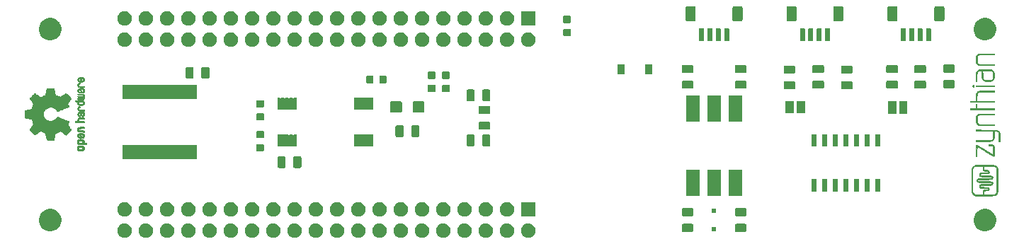
<source format=gbr>
G04 #@! TF.GenerationSoftware,KiCad,Pcbnew,5.1.6-c6e7f7d~87~ubuntu18.04.1*
G04 #@! TF.CreationDate,2020-12-02T03:09:43+01:00*
G04 #@! TF.ProjectId,zynthian_zynaptik,7a796e74-6869-4616-9e5f-7a796e617074,1.0*
G04 #@! TF.SameCoordinates,Original*
G04 #@! TF.FileFunction,Soldermask,Top*
G04 #@! TF.FilePolarity,Negative*
%FSLAX46Y46*%
G04 Gerber Fmt 4.6, Leading zero omitted, Abs format (unit mm)*
G04 Created by KiCad (PCBNEW 5.1.6-c6e7f7d~87~ubuntu18.04.1) date 2020-12-02 03:09:43*
%MOMM*%
%LPD*%
G01*
G04 APERTURE LIST*
%ADD10C,0.010000*%
%ADD11C,0.100000*%
G04 APERTURE END LIST*
D10*
G36*
X64814505Y-118166114D02*
G01*
X64851727Y-118091461D01*
X64920261Y-118025569D01*
X64945648Y-118007423D01*
X64978866Y-117987655D01*
X65014945Y-117974828D01*
X65063098Y-117967490D01*
X65132536Y-117964187D01*
X65224206Y-117963462D01*
X65349830Y-117966737D01*
X65444154Y-117978123D01*
X65514523Y-117999959D01*
X65568286Y-118034581D01*
X65612788Y-118084330D01*
X65615423Y-118087986D01*
X65642377Y-118137015D01*
X65655712Y-118196055D01*
X65659000Y-118271141D01*
X65659000Y-118393205D01*
X65777497Y-118393256D01*
X65843492Y-118394392D01*
X65882202Y-118401314D01*
X65905419Y-118419402D01*
X65924933Y-118454038D01*
X65928920Y-118462355D01*
X65947603Y-118501280D01*
X65959403Y-118531417D01*
X65960422Y-118553826D01*
X65946761Y-118569567D01*
X65914522Y-118579698D01*
X65859804Y-118585277D01*
X65778711Y-118587365D01*
X65667344Y-118587019D01*
X65521802Y-118585300D01*
X65478269Y-118584763D01*
X65328205Y-118582828D01*
X65230042Y-118581096D01*
X65230042Y-118393308D01*
X65313364Y-118392252D01*
X65367880Y-118387562D01*
X65403837Y-118376949D01*
X65431482Y-118358128D01*
X65444965Y-118345350D01*
X65484417Y-118293110D01*
X65487628Y-118246858D01*
X65455049Y-118199133D01*
X65453846Y-118197923D01*
X65428668Y-118178506D01*
X65394447Y-118166693D01*
X65341748Y-118160735D01*
X65261131Y-118158880D01*
X65243271Y-118158846D01*
X65132175Y-118163330D01*
X65055161Y-118177926D01*
X65008147Y-118204350D01*
X64987050Y-118244317D01*
X64984923Y-118267416D01*
X64994900Y-118322238D01*
X65027752Y-118359842D01*
X65087857Y-118382477D01*
X65179598Y-118392394D01*
X65230042Y-118393308D01*
X65230042Y-118581096D01*
X65212060Y-118580778D01*
X65124679Y-118578127D01*
X65060905Y-118574394D01*
X65015582Y-118569093D01*
X64983555Y-118561742D01*
X64959668Y-118551857D01*
X64938764Y-118538954D01*
X64930898Y-118533421D01*
X64856595Y-118460031D01*
X64814467Y-118367240D01*
X64802722Y-118259904D01*
X64814505Y-118166114D01*
G37*
X64814505Y-118166114D02*
X64851727Y-118091461D01*
X64920261Y-118025569D01*
X64945648Y-118007423D01*
X64978866Y-117987655D01*
X65014945Y-117974828D01*
X65063098Y-117967490D01*
X65132536Y-117964187D01*
X65224206Y-117963462D01*
X65349830Y-117966737D01*
X65444154Y-117978123D01*
X65514523Y-117999959D01*
X65568286Y-118034581D01*
X65612788Y-118084330D01*
X65615423Y-118087986D01*
X65642377Y-118137015D01*
X65655712Y-118196055D01*
X65659000Y-118271141D01*
X65659000Y-118393205D01*
X65777497Y-118393256D01*
X65843492Y-118394392D01*
X65882202Y-118401314D01*
X65905419Y-118419402D01*
X65924933Y-118454038D01*
X65928920Y-118462355D01*
X65947603Y-118501280D01*
X65959403Y-118531417D01*
X65960422Y-118553826D01*
X65946761Y-118569567D01*
X65914522Y-118579698D01*
X65859804Y-118585277D01*
X65778711Y-118587365D01*
X65667344Y-118587019D01*
X65521802Y-118585300D01*
X65478269Y-118584763D01*
X65328205Y-118582828D01*
X65230042Y-118581096D01*
X65230042Y-118393308D01*
X65313364Y-118392252D01*
X65367880Y-118387562D01*
X65403837Y-118376949D01*
X65431482Y-118358128D01*
X65444965Y-118345350D01*
X65484417Y-118293110D01*
X65487628Y-118246858D01*
X65455049Y-118199133D01*
X65453846Y-118197923D01*
X65428668Y-118178506D01*
X65394447Y-118166693D01*
X65341748Y-118160735D01*
X65261131Y-118158880D01*
X65243271Y-118158846D01*
X65132175Y-118163330D01*
X65055161Y-118177926D01*
X65008147Y-118204350D01*
X64987050Y-118244317D01*
X64984923Y-118267416D01*
X64994900Y-118322238D01*
X65027752Y-118359842D01*
X65087857Y-118382477D01*
X65179598Y-118392394D01*
X65230042Y-118393308D01*
X65230042Y-118581096D01*
X65212060Y-118580778D01*
X65124679Y-118578127D01*
X65060905Y-118574394D01*
X65015582Y-118569093D01*
X64983555Y-118561742D01*
X64959668Y-118551857D01*
X64938764Y-118538954D01*
X64930898Y-118533421D01*
X64856595Y-118460031D01*
X64814467Y-118367240D01*
X64802722Y-118259904D01*
X64814505Y-118166114D01*
G36*
X64825089Y-116663336D02*
G01*
X64861358Y-116600633D01*
X64897358Y-116557039D01*
X64935075Y-116525155D01*
X64981199Y-116503190D01*
X65042421Y-116489351D01*
X65125431Y-116481847D01*
X65236919Y-116478883D01*
X65317062Y-116478539D01*
X65612065Y-116478539D01*
X65686515Y-116644615D01*
X65363402Y-116654385D01*
X65242729Y-116658421D01*
X65155141Y-116662656D01*
X65094650Y-116667903D01*
X65055268Y-116674975D01*
X65031007Y-116684689D01*
X65015880Y-116697856D01*
X65012606Y-116702081D01*
X64987034Y-116766091D01*
X64997153Y-116830792D01*
X65024000Y-116869308D01*
X65043024Y-116884975D01*
X65067988Y-116895820D01*
X65105834Y-116902712D01*
X65163502Y-116906521D01*
X65247935Y-116908117D01*
X65335928Y-116908385D01*
X65446323Y-116908437D01*
X65524463Y-116910328D01*
X65577165Y-116916655D01*
X65611242Y-116930017D01*
X65633511Y-116953015D01*
X65650787Y-116988246D01*
X65668738Y-117035303D01*
X65688278Y-117086697D01*
X65341485Y-117080579D01*
X65216468Y-117078116D01*
X65124082Y-117075233D01*
X65057881Y-117071102D01*
X65011420Y-117064893D01*
X64978256Y-117055774D01*
X64951944Y-117042917D01*
X64928729Y-117027416D01*
X64854569Y-116952629D01*
X64811684Y-116861372D01*
X64801412Y-116762117D01*
X64825089Y-116663336D01*
G37*
X64825089Y-116663336D02*
X64861358Y-116600633D01*
X64897358Y-116557039D01*
X64935075Y-116525155D01*
X64981199Y-116503190D01*
X65042421Y-116489351D01*
X65125431Y-116481847D01*
X65236919Y-116478883D01*
X65317062Y-116478539D01*
X65612065Y-116478539D01*
X65686515Y-116644615D01*
X65363402Y-116654385D01*
X65242729Y-116658421D01*
X65155141Y-116662656D01*
X65094650Y-116667903D01*
X65055268Y-116674975D01*
X65031007Y-116684689D01*
X65015880Y-116697856D01*
X65012606Y-116702081D01*
X64987034Y-116766091D01*
X64997153Y-116830792D01*
X65024000Y-116869308D01*
X65043024Y-116884975D01*
X65067988Y-116895820D01*
X65105834Y-116902712D01*
X65163502Y-116906521D01*
X65247935Y-116908117D01*
X65335928Y-116908385D01*
X65446323Y-116908437D01*
X65524463Y-116910328D01*
X65577165Y-116916655D01*
X65611242Y-116930017D01*
X65633511Y-116953015D01*
X65650787Y-116988246D01*
X65668738Y-117035303D01*
X65688278Y-117086697D01*
X65341485Y-117080579D01*
X65216468Y-117078116D01*
X65124082Y-117075233D01*
X65057881Y-117071102D01*
X65011420Y-117064893D01*
X64978256Y-117055774D01*
X64951944Y-117042917D01*
X64928729Y-117027416D01*
X64854569Y-116952629D01*
X64811684Y-116861372D01*
X64801412Y-116762117D01*
X64825089Y-116663336D01*
G36*
X64817256Y-118918114D02*
G01*
X64865409Y-118826536D01*
X64942905Y-118758951D01*
X64992727Y-118734943D01*
X65067533Y-118716262D01*
X65162052Y-118706699D01*
X65265210Y-118705792D01*
X65365935Y-118713079D01*
X65453153Y-118728097D01*
X65515791Y-118750385D01*
X65526579Y-118757235D01*
X65607105Y-118838368D01*
X65655336Y-118934734D01*
X65669450Y-119039299D01*
X65647629Y-119145032D01*
X65634547Y-119174457D01*
X65594231Y-119231759D01*
X65540775Y-119282050D01*
X65533995Y-119286803D01*
X65501321Y-119306122D01*
X65466394Y-119318892D01*
X65420414Y-119326436D01*
X65354584Y-119330076D01*
X65260105Y-119331135D01*
X65238923Y-119331154D01*
X65232182Y-119331106D01*
X65232182Y-119135769D01*
X65321349Y-119134632D01*
X65380520Y-119130159D01*
X65418741Y-119120754D01*
X65445053Y-119104824D01*
X65453846Y-119096692D01*
X65487261Y-119049942D01*
X65485737Y-119004553D01*
X65456752Y-118958660D01*
X65425809Y-118931288D01*
X65380643Y-118915077D01*
X65309420Y-118905974D01*
X65301114Y-118905349D01*
X65172037Y-118903796D01*
X65076172Y-118920035D01*
X65014107Y-118953848D01*
X64986432Y-119005016D01*
X64984923Y-119023280D01*
X64992513Y-119071240D01*
X65018808Y-119104047D01*
X65069095Y-119124105D01*
X65148664Y-119133822D01*
X65232182Y-119135769D01*
X65232182Y-119331106D01*
X65138249Y-119330426D01*
X65067906Y-119327371D01*
X65019163Y-119320678D01*
X64983288Y-119309040D01*
X64951548Y-119291147D01*
X64945648Y-119287192D01*
X64866104Y-119220733D01*
X64819929Y-119148315D01*
X64801599Y-119060151D01*
X64800703Y-119030213D01*
X64817256Y-118918114D01*
G37*
X64817256Y-118918114D02*
X64865409Y-118826536D01*
X64942905Y-118758951D01*
X64992727Y-118734943D01*
X65067533Y-118716262D01*
X65162052Y-118706699D01*
X65265210Y-118705792D01*
X65365935Y-118713079D01*
X65453153Y-118728097D01*
X65515791Y-118750385D01*
X65526579Y-118757235D01*
X65607105Y-118838368D01*
X65655336Y-118934734D01*
X65669450Y-119039299D01*
X65647629Y-119145032D01*
X65634547Y-119174457D01*
X65594231Y-119231759D01*
X65540775Y-119282050D01*
X65533995Y-119286803D01*
X65501321Y-119306122D01*
X65466394Y-119318892D01*
X65420414Y-119326436D01*
X65354584Y-119330076D01*
X65260105Y-119331135D01*
X65238923Y-119331154D01*
X65232182Y-119331106D01*
X65232182Y-119135769D01*
X65321349Y-119134632D01*
X65380520Y-119130159D01*
X65418741Y-119120754D01*
X65445053Y-119104824D01*
X65453846Y-119096692D01*
X65487261Y-119049942D01*
X65485737Y-119004553D01*
X65456752Y-118958660D01*
X65425809Y-118931288D01*
X65380643Y-118915077D01*
X65309420Y-118905974D01*
X65301114Y-118905349D01*
X65172037Y-118903796D01*
X65076172Y-118920035D01*
X65014107Y-118953848D01*
X64986432Y-119005016D01*
X64984923Y-119023280D01*
X64992513Y-119071240D01*
X65018808Y-119104047D01*
X65069095Y-119124105D01*
X65148664Y-119133822D01*
X65232182Y-119135769D01*
X65232182Y-119331106D01*
X65138249Y-119330426D01*
X65067906Y-119327371D01*
X65019163Y-119320678D01*
X64983288Y-119309040D01*
X64951548Y-119291147D01*
X64945648Y-119287192D01*
X64866104Y-119220733D01*
X64819929Y-119148315D01*
X64801599Y-119060151D01*
X64800703Y-119030213D01*
X64817256Y-118918114D01*
G36*
X64829745Y-117400746D02*
G01*
X64881567Y-117323714D01*
X64956412Y-117264184D01*
X65051654Y-117228622D01*
X65121756Y-117221429D01*
X65151009Y-117222246D01*
X65173407Y-117229086D01*
X65193474Y-117247888D01*
X65215733Y-117284592D01*
X65244709Y-117345138D01*
X65284927Y-117435466D01*
X65285129Y-117435923D01*
X65323210Y-117519067D01*
X65357025Y-117587247D01*
X65382933Y-117633495D01*
X65397295Y-117650842D01*
X65397411Y-117650846D01*
X65428685Y-117635557D01*
X65463157Y-117599804D01*
X65487990Y-117558758D01*
X65492923Y-117537963D01*
X65475862Y-117481230D01*
X65433133Y-117432373D01*
X65386155Y-117408535D01*
X65351522Y-117385603D01*
X65312081Y-117340682D01*
X65278009Y-117287877D01*
X65259480Y-117241290D01*
X65258462Y-117231548D01*
X65275215Y-117220582D01*
X65318039Y-117219921D01*
X65375781Y-117227980D01*
X65437289Y-117243173D01*
X65491409Y-117263914D01*
X65493510Y-117264962D01*
X65580660Y-117327379D01*
X65639939Y-117408274D01*
X65669034Y-117500144D01*
X65665634Y-117595487D01*
X65627428Y-117686802D01*
X65624741Y-117690862D01*
X65559642Y-117762694D01*
X65474705Y-117809927D01*
X65363021Y-117836066D01*
X65331643Y-117839574D01*
X65183536Y-117845787D01*
X65114468Y-117838339D01*
X65114468Y-117650846D01*
X65157552Y-117648410D01*
X65170126Y-117635086D01*
X65160719Y-117601868D01*
X65138483Y-117549506D01*
X65110610Y-117490976D01*
X65109872Y-117489521D01*
X65083777Y-117439911D01*
X65066363Y-117420000D01*
X65048107Y-117424910D01*
X65024120Y-117445584D01*
X64989406Y-117498181D01*
X64986856Y-117554823D01*
X65012119Y-117605631D01*
X65060847Y-117640724D01*
X65114468Y-117650846D01*
X65114468Y-117838339D01*
X65065036Y-117833008D01*
X64971055Y-117800222D01*
X64905215Y-117754579D01*
X64838681Y-117672198D01*
X64805676Y-117581454D01*
X64803573Y-117488815D01*
X64829745Y-117400746D01*
G37*
X64829745Y-117400746D02*
X64881567Y-117323714D01*
X64956412Y-117264184D01*
X65051654Y-117228622D01*
X65121756Y-117221429D01*
X65151009Y-117222246D01*
X65173407Y-117229086D01*
X65193474Y-117247888D01*
X65215733Y-117284592D01*
X65244709Y-117345138D01*
X65284927Y-117435466D01*
X65285129Y-117435923D01*
X65323210Y-117519067D01*
X65357025Y-117587247D01*
X65382933Y-117633495D01*
X65397295Y-117650842D01*
X65397411Y-117650846D01*
X65428685Y-117635557D01*
X65463157Y-117599804D01*
X65487990Y-117558758D01*
X65492923Y-117537963D01*
X65475862Y-117481230D01*
X65433133Y-117432373D01*
X65386155Y-117408535D01*
X65351522Y-117385603D01*
X65312081Y-117340682D01*
X65278009Y-117287877D01*
X65259480Y-117241290D01*
X65258462Y-117231548D01*
X65275215Y-117220582D01*
X65318039Y-117219921D01*
X65375781Y-117227980D01*
X65437289Y-117243173D01*
X65491409Y-117263914D01*
X65493510Y-117264962D01*
X65580660Y-117327379D01*
X65639939Y-117408274D01*
X65669034Y-117500144D01*
X65665634Y-117595487D01*
X65627428Y-117686802D01*
X65624741Y-117690862D01*
X65559642Y-117762694D01*
X65474705Y-117809927D01*
X65363021Y-117836066D01*
X65331643Y-117839574D01*
X65183536Y-117845787D01*
X65114468Y-117838339D01*
X65114468Y-117650846D01*
X65157552Y-117648410D01*
X65170126Y-117635086D01*
X65160719Y-117601868D01*
X65138483Y-117549506D01*
X65110610Y-117490976D01*
X65109872Y-117489521D01*
X65083777Y-117439911D01*
X65066363Y-117420000D01*
X65048107Y-117424910D01*
X65024120Y-117445584D01*
X64989406Y-117498181D01*
X64986856Y-117554823D01*
X65012119Y-117605631D01*
X65060847Y-117640724D01*
X65114468Y-117650846D01*
X65114468Y-117838339D01*
X65065036Y-117833008D01*
X64971055Y-117800222D01*
X64905215Y-117754579D01*
X64838681Y-117672198D01*
X64805676Y-117581454D01*
X64803573Y-117488815D01*
X64829745Y-117400746D01*
G36*
X64722120Y-115775154D02*
G01*
X64801980Y-115769428D01*
X64849039Y-115762851D01*
X64869566Y-115753738D01*
X64869829Y-115740402D01*
X64867378Y-115736077D01*
X64849636Y-115678556D01*
X64850672Y-115603732D01*
X64868910Y-115527661D01*
X64892505Y-115480082D01*
X64930198Y-115431298D01*
X64972855Y-115395636D01*
X65027057Y-115371155D01*
X65099384Y-115355913D01*
X65196419Y-115347970D01*
X65324742Y-115345384D01*
X65349358Y-115345338D01*
X65625870Y-115345308D01*
X65647320Y-115406839D01*
X65661912Y-115450541D01*
X65668706Y-115474518D01*
X65668769Y-115475223D01*
X65650345Y-115477585D01*
X65599526Y-115479594D01*
X65522993Y-115481099D01*
X65427430Y-115481947D01*
X65369329Y-115482077D01*
X65254771Y-115482349D01*
X65172667Y-115483748D01*
X65116393Y-115487151D01*
X65079326Y-115493433D01*
X65054844Y-115503471D01*
X65036325Y-115518139D01*
X65027406Y-115527298D01*
X64991466Y-115590211D01*
X64988775Y-115658864D01*
X65019170Y-115721152D01*
X65030144Y-115732671D01*
X65050779Y-115749567D01*
X65075256Y-115761286D01*
X65110647Y-115768767D01*
X65164026Y-115772946D01*
X65242466Y-115774763D01*
X65350617Y-115775154D01*
X65625870Y-115775154D01*
X65647320Y-115836685D01*
X65661912Y-115880387D01*
X65668706Y-115904364D01*
X65668769Y-115905070D01*
X65650069Y-115906874D01*
X65597322Y-115908500D01*
X65515557Y-115909883D01*
X65409805Y-115910958D01*
X65285094Y-115911660D01*
X65146455Y-115911923D01*
X64611806Y-115911923D01*
X64558236Y-115784923D01*
X64722120Y-115775154D01*
G37*
X64722120Y-115775154D02*
X64801980Y-115769428D01*
X64849039Y-115762851D01*
X64869566Y-115753738D01*
X64869829Y-115740402D01*
X64867378Y-115736077D01*
X64849636Y-115678556D01*
X64850672Y-115603732D01*
X64868910Y-115527661D01*
X64892505Y-115480082D01*
X64930198Y-115431298D01*
X64972855Y-115395636D01*
X65027057Y-115371155D01*
X65099384Y-115355913D01*
X65196419Y-115347970D01*
X65324742Y-115345384D01*
X65349358Y-115345338D01*
X65625870Y-115345308D01*
X65647320Y-115406839D01*
X65661912Y-115450541D01*
X65668706Y-115474518D01*
X65668769Y-115475223D01*
X65650345Y-115477585D01*
X65599526Y-115479594D01*
X65522993Y-115481099D01*
X65427430Y-115481947D01*
X65369329Y-115482077D01*
X65254771Y-115482349D01*
X65172667Y-115483748D01*
X65116393Y-115487151D01*
X65079326Y-115493433D01*
X65054844Y-115503471D01*
X65036325Y-115518139D01*
X65027406Y-115527298D01*
X64991466Y-115590211D01*
X64988775Y-115658864D01*
X65019170Y-115721152D01*
X65030144Y-115732671D01*
X65050779Y-115749567D01*
X65075256Y-115761286D01*
X65110647Y-115768767D01*
X65164026Y-115772946D01*
X65242466Y-115774763D01*
X65350617Y-115775154D01*
X65625870Y-115775154D01*
X65647320Y-115836685D01*
X65661912Y-115880387D01*
X65668706Y-115904364D01*
X65668769Y-115905070D01*
X65650069Y-115906874D01*
X65597322Y-115908500D01*
X65515557Y-115909883D01*
X65409805Y-115910958D01*
X65285094Y-115911660D01*
X65146455Y-115911923D01*
X64611806Y-115911923D01*
X64558236Y-115784923D01*
X64722120Y-115775154D01*
G36*
X64856303Y-114881499D02*
G01*
X64884733Y-114804940D01*
X64885279Y-114804064D01*
X64920127Y-114756715D01*
X64960852Y-114721759D01*
X65013925Y-114697175D01*
X65085814Y-114680938D01*
X65182992Y-114671025D01*
X65311928Y-114665414D01*
X65330298Y-114664923D01*
X65607287Y-114657859D01*
X65638028Y-114717305D01*
X65658802Y-114760319D01*
X65668646Y-114786290D01*
X65668769Y-114787491D01*
X65650606Y-114791986D01*
X65601612Y-114795556D01*
X65530031Y-114797752D01*
X65472068Y-114798231D01*
X65378170Y-114798242D01*
X65319203Y-114802534D01*
X65291079Y-114817497D01*
X65289706Y-114849518D01*
X65310998Y-114904986D01*
X65350136Y-114988731D01*
X65382643Y-115050311D01*
X65410845Y-115081983D01*
X65441582Y-115091294D01*
X65443104Y-115091308D01*
X65496054Y-115075943D01*
X65524660Y-115030453D01*
X65528803Y-114960834D01*
X65528084Y-114910687D01*
X65542527Y-114884246D01*
X65577218Y-114867757D01*
X65621416Y-114858267D01*
X65646493Y-114871943D01*
X65650082Y-114877093D01*
X65664496Y-114925575D01*
X65666537Y-114993469D01*
X65656983Y-115063388D01*
X65639522Y-115112932D01*
X65581364Y-115181430D01*
X65500408Y-115220366D01*
X65437160Y-115228077D01*
X65380111Y-115222193D01*
X65333542Y-115200899D01*
X65292181Y-115158735D01*
X65250755Y-115090241D01*
X65203993Y-114989956D01*
X65201350Y-114983846D01*
X65159617Y-114893510D01*
X65125391Y-114837765D01*
X65094635Y-114813871D01*
X65063311Y-114819087D01*
X65027383Y-114850672D01*
X65019116Y-114860117D01*
X64987058Y-114923383D01*
X64988407Y-114988936D01*
X65019838Y-115046028D01*
X65078024Y-115083907D01*
X65089446Y-115087426D01*
X65144837Y-115121700D01*
X65171518Y-115165191D01*
X65197960Y-115228077D01*
X65129548Y-115228077D01*
X65030110Y-115208948D01*
X64938902Y-115152169D01*
X64908389Y-115122622D01*
X64869228Y-115055458D01*
X64851500Y-114970044D01*
X64856303Y-114881499D01*
G37*
X64856303Y-114881499D02*
X64884733Y-114804940D01*
X64885279Y-114804064D01*
X64920127Y-114756715D01*
X64960852Y-114721759D01*
X65013925Y-114697175D01*
X65085814Y-114680938D01*
X65182992Y-114671025D01*
X65311928Y-114665414D01*
X65330298Y-114664923D01*
X65607287Y-114657859D01*
X65638028Y-114717305D01*
X65658802Y-114760319D01*
X65668646Y-114786290D01*
X65668769Y-114787491D01*
X65650606Y-114791986D01*
X65601612Y-114795556D01*
X65530031Y-114797752D01*
X65472068Y-114798231D01*
X65378170Y-114798242D01*
X65319203Y-114802534D01*
X65291079Y-114817497D01*
X65289706Y-114849518D01*
X65310998Y-114904986D01*
X65350136Y-114988731D01*
X65382643Y-115050311D01*
X65410845Y-115081983D01*
X65441582Y-115091294D01*
X65443104Y-115091308D01*
X65496054Y-115075943D01*
X65524660Y-115030453D01*
X65528803Y-114960834D01*
X65528084Y-114910687D01*
X65542527Y-114884246D01*
X65577218Y-114867757D01*
X65621416Y-114858267D01*
X65646493Y-114871943D01*
X65650082Y-114877093D01*
X65664496Y-114925575D01*
X65666537Y-114993469D01*
X65656983Y-115063388D01*
X65639522Y-115112932D01*
X65581364Y-115181430D01*
X65500408Y-115220366D01*
X65437160Y-115228077D01*
X65380111Y-115222193D01*
X65333542Y-115200899D01*
X65292181Y-115158735D01*
X65250755Y-115090241D01*
X65203993Y-114989956D01*
X65201350Y-114983846D01*
X65159617Y-114893510D01*
X65125391Y-114837765D01*
X65094635Y-114813871D01*
X65063311Y-114819087D01*
X65027383Y-114850672D01*
X65019116Y-114860117D01*
X64987058Y-114923383D01*
X64988407Y-114988936D01*
X65019838Y-115046028D01*
X65078024Y-115083907D01*
X65089446Y-115087426D01*
X65144837Y-115121700D01*
X65171518Y-115165191D01*
X65197960Y-115228077D01*
X65129548Y-115228077D01*
X65030110Y-115208948D01*
X64938902Y-115152169D01*
X64908389Y-115122622D01*
X64869228Y-115055458D01*
X64851500Y-114970044D01*
X64856303Y-114881499D01*
G36*
X64854670Y-114221638D02*
G01*
X64887421Y-114132883D01*
X64945350Y-114060978D01*
X64986128Y-114032856D01*
X65060954Y-114002198D01*
X65115058Y-114002835D01*
X65151446Y-114035013D01*
X65157633Y-114046919D01*
X65176925Y-114098325D01*
X65171982Y-114124578D01*
X65139587Y-114133470D01*
X65121692Y-114133923D01*
X65055859Y-114150203D01*
X65009807Y-114192635D01*
X64987564Y-114251612D01*
X64993161Y-114317525D01*
X65022229Y-114371105D01*
X65038810Y-114389202D01*
X65058925Y-114402029D01*
X65089332Y-114410694D01*
X65136788Y-114416304D01*
X65208050Y-114419965D01*
X65309875Y-114422785D01*
X65342115Y-114423516D01*
X65452410Y-114426180D01*
X65530036Y-114429208D01*
X65581396Y-114433750D01*
X65612890Y-114440954D01*
X65630920Y-114451967D01*
X65641888Y-114467940D01*
X65646733Y-114478166D01*
X65663301Y-114521594D01*
X65668769Y-114547158D01*
X65650507Y-114555605D01*
X65595296Y-114560761D01*
X65502499Y-114562654D01*
X65371478Y-114561311D01*
X65351269Y-114560893D01*
X65231733Y-114557942D01*
X65144449Y-114554452D01*
X65082591Y-114549486D01*
X65039336Y-114542107D01*
X65007860Y-114531376D01*
X64981339Y-114516355D01*
X64969975Y-114508498D01*
X64919692Y-114463447D01*
X64880581Y-114413060D01*
X64877167Y-114406892D01*
X64850212Y-114316542D01*
X64854670Y-114221638D01*
G37*
X64854670Y-114221638D02*
X64887421Y-114132883D01*
X64945350Y-114060978D01*
X64986128Y-114032856D01*
X65060954Y-114002198D01*
X65115058Y-114002835D01*
X65151446Y-114035013D01*
X65157633Y-114046919D01*
X65176925Y-114098325D01*
X65171982Y-114124578D01*
X65139587Y-114133470D01*
X65121692Y-114133923D01*
X65055859Y-114150203D01*
X65009807Y-114192635D01*
X64987564Y-114251612D01*
X64993161Y-114317525D01*
X65022229Y-114371105D01*
X65038810Y-114389202D01*
X65058925Y-114402029D01*
X65089332Y-114410694D01*
X65136788Y-114416304D01*
X65208050Y-114419965D01*
X65309875Y-114422785D01*
X65342115Y-114423516D01*
X65452410Y-114426180D01*
X65530036Y-114429208D01*
X65581396Y-114433750D01*
X65612890Y-114440954D01*
X65630920Y-114451967D01*
X65641888Y-114467940D01*
X65646733Y-114478166D01*
X65663301Y-114521594D01*
X65668769Y-114547158D01*
X65650507Y-114555605D01*
X65595296Y-114560761D01*
X65502499Y-114562654D01*
X65371478Y-114561311D01*
X65351269Y-114560893D01*
X65231733Y-114557942D01*
X65144449Y-114554452D01*
X65082591Y-114549486D01*
X65039336Y-114542107D01*
X65007860Y-114531376D01*
X64981339Y-114516355D01*
X64969975Y-114508498D01*
X64919692Y-114463447D01*
X64880581Y-114413060D01*
X64877167Y-114406892D01*
X64850212Y-114316542D01*
X64854670Y-114221638D01*
G36*
X65010289Y-113332919D02*
G01*
X65156320Y-113333167D01*
X65268655Y-113334128D01*
X65352678Y-113336206D01*
X65413769Y-113339807D01*
X65457309Y-113345335D01*
X65488679Y-113353196D01*
X65513262Y-113363793D01*
X65527294Y-113371818D01*
X65603388Y-113438272D01*
X65651084Y-113522530D01*
X65668199Y-113615751D01*
X65652546Y-113709100D01*
X65624418Y-113764688D01*
X65575760Y-113823043D01*
X65516333Y-113862814D01*
X65438507Y-113886810D01*
X65334652Y-113897839D01*
X65258462Y-113899401D01*
X65252986Y-113899191D01*
X65252986Y-113762692D01*
X65340355Y-113761859D01*
X65398192Y-113758039D01*
X65436029Y-113749254D01*
X65463398Y-113733526D01*
X65484042Y-113714734D01*
X65523890Y-113651625D01*
X65527295Y-113583863D01*
X65494025Y-113519821D01*
X65489517Y-113514836D01*
X65466067Y-113493561D01*
X65438166Y-113480221D01*
X65396641Y-113472999D01*
X65332316Y-113470077D01*
X65261200Y-113469615D01*
X65171858Y-113470617D01*
X65112258Y-113474762D01*
X65073089Y-113483764D01*
X65045040Y-113499333D01*
X65030144Y-113512098D01*
X64992575Y-113571400D01*
X64988057Y-113639699D01*
X65016753Y-113704890D01*
X65027406Y-113717472D01*
X65051063Y-113738889D01*
X65079251Y-113752256D01*
X65121245Y-113759434D01*
X65186319Y-113762281D01*
X65252986Y-113762692D01*
X65252986Y-113899191D01*
X65135765Y-113894678D01*
X65043577Y-113878638D01*
X64974269Y-113848472D01*
X64920211Y-113801371D01*
X64892505Y-113764688D01*
X64862572Y-113698010D01*
X64848678Y-113620728D01*
X64852397Y-113548890D01*
X64867400Y-113508692D01*
X64871670Y-113492918D01*
X64855750Y-113482450D01*
X64813089Y-113475144D01*
X64748106Y-113469615D01*
X64675732Y-113463563D01*
X64632187Y-113455156D01*
X64607287Y-113439859D01*
X64590845Y-113413136D01*
X64583564Y-113396346D01*
X64556963Y-113332846D01*
X65010289Y-113332919D01*
G37*
X65010289Y-113332919D02*
X65156320Y-113333167D01*
X65268655Y-113334128D01*
X65352678Y-113336206D01*
X65413769Y-113339807D01*
X65457309Y-113345335D01*
X65488679Y-113353196D01*
X65513262Y-113363793D01*
X65527294Y-113371818D01*
X65603388Y-113438272D01*
X65651084Y-113522530D01*
X65668199Y-113615751D01*
X65652546Y-113709100D01*
X65624418Y-113764688D01*
X65575760Y-113823043D01*
X65516333Y-113862814D01*
X65438507Y-113886810D01*
X65334652Y-113897839D01*
X65258462Y-113899401D01*
X65252986Y-113899191D01*
X65252986Y-113762692D01*
X65340355Y-113761859D01*
X65398192Y-113758039D01*
X65436029Y-113749254D01*
X65463398Y-113733526D01*
X65484042Y-113714734D01*
X65523890Y-113651625D01*
X65527295Y-113583863D01*
X65494025Y-113519821D01*
X65489517Y-113514836D01*
X65466067Y-113493561D01*
X65438166Y-113480221D01*
X65396641Y-113472999D01*
X65332316Y-113470077D01*
X65261200Y-113469615D01*
X65171858Y-113470617D01*
X65112258Y-113474762D01*
X65073089Y-113483764D01*
X65045040Y-113499333D01*
X65030144Y-113512098D01*
X64992575Y-113571400D01*
X64988057Y-113639699D01*
X65016753Y-113704890D01*
X65027406Y-113717472D01*
X65051063Y-113738889D01*
X65079251Y-113752256D01*
X65121245Y-113759434D01*
X65186319Y-113762281D01*
X65252986Y-113762692D01*
X65252986Y-113899191D01*
X65135765Y-113894678D01*
X65043577Y-113878638D01*
X64974269Y-113848472D01*
X64920211Y-113801371D01*
X64892505Y-113764688D01*
X64862572Y-113698010D01*
X64848678Y-113620728D01*
X64852397Y-113548890D01*
X64867400Y-113508692D01*
X64871670Y-113492918D01*
X64855750Y-113482450D01*
X64813089Y-113475144D01*
X64748106Y-113469615D01*
X64675732Y-113463563D01*
X64632187Y-113455156D01*
X64607287Y-113439859D01*
X64590845Y-113413136D01*
X64583564Y-113396346D01*
X64556963Y-113332846D01*
X65010289Y-113332919D01*
G36*
X64866662Y-112539071D02*
G01*
X64918068Y-112536089D01*
X64996192Y-112533753D01*
X65094857Y-112532251D01*
X65198343Y-112531769D01*
X65548533Y-112531769D01*
X65610363Y-112593599D01*
X65648462Y-112636207D01*
X65663895Y-112673610D01*
X65662918Y-112724730D01*
X65660433Y-112745022D01*
X65653200Y-112808446D01*
X65649055Y-112860905D01*
X65648672Y-112873692D01*
X65651176Y-112916801D01*
X65657462Y-112978456D01*
X65660433Y-113002362D01*
X65665028Y-113061078D01*
X65655046Y-113100536D01*
X65624228Y-113139662D01*
X65610363Y-113153785D01*
X65548533Y-113215615D01*
X64893503Y-113215615D01*
X64870829Y-113165850D01*
X64854034Y-113122998D01*
X64848154Y-113097927D01*
X64866736Y-113091499D01*
X64918655Y-113085491D01*
X64998172Y-113080303D01*
X65099546Y-113076336D01*
X65185192Y-113074423D01*
X65522231Y-113069077D01*
X65528825Y-113022440D01*
X65524214Y-112980024D01*
X65509287Y-112959240D01*
X65481377Y-112953430D01*
X65421925Y-112948470D01*
X65338466Y-112944754D01*
X65238532Y-112942676D01*
X65187104Y-112942376D01*
X64891054Y-112942077D01*
X64869604Y-112880546D01*
X64855020Y-112836996D01*
X64848219Y-112813306D01*
X64848154Y-112812623D01*
X64866642Y-112810246D01*
X64917906Y-112807634D01*
X64995649Y-112805005D01*
X65093574Y-112802579D01*
X65185192Y-112800885D01*
X65522231Y-112795539D01*
X65522231Y-112678308D01*
X65214746Y-112672928D01*
X64907261Y-112667549D01*
X64877707Y-112610399D01*
X64857413Y-112568203D01*
X64848204Y-112543230D01*
X64848154Y-112542509D01*
X64866662Y-112539071D01*
G37*
X64866662Y-112539071D02*
X64918068Y-112536089D01*
X64996192Y-112533753D01*
X65094857Y-112532251D01*
X65198343Y-112531769D01*
X65548533Y-112531769D01*
X65610363Y-112593599D01*
X65648462Y-112636207D01*
X65663895Y-112673610D01*
X65662918Y-112724730D01*
X65660433Y-112745022D01*
X65653200Y-112808446D01*
X65649055Y-112860905D01*
X65648672Y-112873692D01*
X65651176Y-112916801D01*
X65657462Y-112978456D01*
X65660433Y-113002362D01*
X65665028Y-113061078D01*
X65655046Y-113100536D01*
X65624228Y-113139662D01*
X65610363Y-113153785D01*
X65548533Y-113215615D01*
X64893503Y-113215615D01*
X64870829Y-113165850D01*
X64854034Y-113122998D01*
X64848154Y-113097927D01*
X64866736Y-113091499D01*
X64918655Y-113085491D01*
X64998172Y-113080303D01*
X65099546Y-113076336D01*
X65185192Y-113074423D01*
X65522231Y-113069077D01*
X65528825Y-113022440D01*
X65524214Y-112980024D01*
X65509287Y-112959240D01*
X65481377Y-112953430D01*
X65421925Y-112948470D01*
X65338466Y-112944754D01*
X65238532Y-112942676D01*
X65187104Y-112942376D01*
X64891054Y-112942077D01*
X64869604Y-112880546D01*
X64855020Y-112836996D01*
X64848219Y-112813306D01*
X64848154Y-112812623D01*
X64866642Y-112810246D01*
X64917906Y-112807634D01*
X64995649Y-112805005D01*
X65093574Y-112802579D01*
X65185192Y-112800885D01*
X65522231Y-112795539D01*
X65522231Y-112678308D01*
X65214746Y-112672928D01*
X64907261Y-112667549D01*
X64877707Y-112610399D01*
X64857413Y-112568203D01*
X64848204Y-112543230D01*
X64848154Y-112542509D01*
X64866662Y-112539071D01*
G36*
X64863528Y-112047667D02*
G01*
X64889117Y-111991410D01*
X64920124Y-111947253D01*
X64954795Y-111914899D01*
X64999520Y-111892562D01*
X65060692Y-111878454D01*
X65144701Y-111870789D01*
X65257940Y-111867780D01*
X65332509Y-111867462D01*
X65623420Y-111867462D01*
X65646095Y-111917227D01*
X65662667Y-111956424D01*
X65668769Y-111975843D01*
X65650610Y-111979558D01*
X65601648Y-111982505D01*
X65530153Y-111984309D01*
X65473385Y-111984692D01*
X65391371Y-111986339D01*
X65326309Y-111990778D01*
X65286467Y-111997260D01*
X65278000Y-112002410D01*
X65286646Y-112037023D01*
X65308823Y-112091360D01*
X65338886Y-112154278D01*
X65371192Y-112214632D01*
X65400098Y-112261279D01*
X65419961Y-112283074D01*
X65420175Y-112283161D01*
X65456935Y-112281286D01*
X65492026Y-112264475D01*
X65520528Y-112234961D01*
X65530061Y-112191884D01*
X65528950Y-112155068D01*
X65528133Y-112102926D01*
X65540349Y-112075556D01*
X65572624Y-112059118D01*
X65578710Y-112057045D01*
X65624739Y-112049919D01*
X65652687Y-112068976D01*
X65666007Y-112118647D01*
X65668470Y-112172303D01*
X65650210Y-112268858D01*
X65624131Y-112318841D01*
X65562868Y-112380571D01*
X65487670Y-112413310D01*
X65408211Y-112416247D01*
X65334167Y-112388576D01*
X65287769Y-112346953D01*
X65261793Y-112305396D01*
X65228907Y-112240078D01*
X65195557Y-112163962D01*
X65190461Y-112151274D01*
X65153565Y-112067667D01*
X65121046Y-112019470D01*
X65088718Y-112003970D01*
X65052394Y-112018450D01*
X65024000Y-112043308D01*
X64989039Y-112102061D01*
X64986417Y-112166707D01*
X65013358Y-112225992D01*
X65067088Y-112268661D01*
X65080950Y-112274261D01*
X65131936Y-112306867D01*
X65169787Y-112354470D01*
X65200850Y-112414539D01*
X65112768Y-112414539D01*
X65058951Y-112411003D01*
X65016534Y-112395844D01*
X64971279Y-112362232D01*
X64936420Y-112329965D01*
X64887062Y-112279791D01*
X64860547Y-112240807D01*
X64849911Y-112198936D01*
X64848154Y-112151540D01*
X64863528Y-112047667D01*
G37*
X64863528Y-112047667D02*
X64889117Y-111991410D01*
X64920124Y-111947253D01*
X64954795Y-111914899D01*
X64999520Y-111892562D01*
X65060692Y-111878454D01*
X65144701Y-111870789D01*
X65257940Y-111867780D01*
X65332509Y-111867462D01*
X65623420Y-111867462D01*
X65646095Y-111917227D01*
X65662667Y-111956424D01*
X65668769Y-111975843D01*
X65650610Y-111979558D01*
X65601648Y-111982505D01*
X65530153Y-111984309D01*
X65473385Y-111984692D01*
X65391371Y-111986339D01*
X65326309Y-111990778D01*
X65286467Y-111997260D01*
X65278000Y-112002410D01*
X65286646Y-112037023D01*
X65308823Y-112091360D01*
X65338886Y-112154278D01*
X65371192Y-112214632D01*
X65400098Y-112261279D01*
X65419961Y-112283074D01*
X65420175Y-112283161D01*
X65456935Y-112281286D01*
X65492026Y-112264475D01*
X65520528Y-112234961D01*
X65530061Y-112191884D01*
X65528950Y-112155068D01*
X65528133Y-112102926D01*
X65540349Y-112075556D01*
X65572624Y-112059118D01*
X65578710Y-112057045D01*
X65624739Y-112049919D01*
X65652687Y-112068976D01*
X65666007Y-112118647D01*
X65668470Y-112172303D01*
X65650210Y-112268858D01*
X65624131Y-112318841D01*
X65562868Y-112380571D01*
X65487670Y-112413310D01*
X65408211Y-112416247D01*
X65334167Y-112388576D01*
X65287769Y-112346953D01*
X65261793Y-112305396D01*
X65228907Y-112240078D01*
X65195557Y-112163962D01*
X65190461Y-112151274D01*
X65153565Y-112067667D01*
X65121046Y-112019470D01*
X65088718Y-112003970D01*
X65052394Y-112018450D01*
X65024000Y-112043308D01*
X64989039Y-112102061D01*
X64986417Y-112166707D01*
X65013358Y-112225992D01*
X65067088Y-112268661D01*
X65080950Y-112274261D01*
X65131936Y-112306867D01*
X65169787Y-112354470D01*
X65200850Y-112414539D01*
X65112768Y-112414539D01*
X65058951Y-112411003D01*
X65016534Y-112395844D01*
X64971279Y-112362232D01*
X64936420Y-112329965D01*
X64887062Y-112279791D01*
X64860547Y-112240807D01*
X64849911Y-112198936D01*
X64848154Y-112151540D01*
X64863528Y-112047667D01*
G36*
X64866782Y-111364193D02*
G01*
X64876988Y-111340839D01*
X64921134Y-111285098D01*
X64984967Y-111237431D01*
X65053087Y-111207952D01*
X65086670Y-111203154D01*
X65133556Y-111219240D01*
X65158365Y-111254525D01*
X65173387Y-111292356D01*
X65176155Y-111309679D01*
X65156066Y-111318114D01*
X65112351Y-111334770D01*
X65092598Y-111342077D01*
X65024271Y-111383052D01*
X64990191Y-111442378D01*
X64991239Y-111518448D01*
X64992581Y-111524082D01*
X65011836Y-111564695D01*
X65049375Y-111594552D01*
X65109809Y-111614945D01*
X65197751Y-111627164D01*
X65317813Y-111632500D01*
X65381698Y-111633000D01*
X65482403Y-111633248D01*
X65551054Y-111634874D01*
X65594673Y-111639199D01*
X65620282Y-111647546D01*
X65634903Y-111661235D01*
X65645558Y-111681589D01*
X65646095Y-111682766D01*
X65662667Y-111721962D01*
X65668769Y-111741381D01*
X65650319Y-111744365D01*
X65599323Y-111746919D01*
X65522308Y-111748860D01*
X65425805Y-111750003D01*
X65355184Y-111750231D01*
X65218525Y-111749068D01*
X65114851Y-111744521D01*
X65038108Y-111735001D01*
X64982246Y-111718919D01*
X64941212Y-111694687D01*
X64908954Y-111660714D01*
X64886440Y-111627167D01*
X64856476Y-111546501D01*
X64849718Y-111452619D01*
X64866782Y-111364193D01*
G37*
X64866782Y-111364193D02*
X64876988Y-111340839D01*
X64921134Y-111285098D01*
X64984967Y-111237431D01*
X65053087Y-111207952D01*
X65086670Y-111203154D01*
X65133556Y-111219240D01*
X65158365Y-111254525D01*
X65173387Y-111292356D01*
X65176155Y-111309679D01*
X65156066Y-111318114D01*
X65112351Y-111334770D01*
X65092598Y-111342077D01*
X65024271Y-111383052D01*
X64990191Y-111442378D01*
X64991239Y-111518448D01*
X64992581Y-111524082D01*
X65011836Y-111564695D01*
X65049375Y-111594552D01*
X65109809Y-111614945D01*
X65197751Y-111627164D01*
X65317813Y-111632500D01*
X65381698Y-111633000D01*
X65482403Y-111633248D01*
X65551054Y-111634874D01*
X65594673Y-111639199D01*
X65620282Y-111647546D01*
X65634903Y-111661235D01*
X65645558Y-111681589D01*
X65646095Y-111682766D01*
X65662667Y-111721962D01*
X65668769Y-111741381D01*
X65650319Y-111744365D01*
X65599323Y-111746919D01*
X65522308Y-111748860D01*
X65425805Y-111750003D01*
X65355184Y-111750231D01*
X65218525Y-111749068D01*
X65114851Y-111744521D01*
X65038108Y-111735001D01*
X64982246Y-111718919D01*
X64941212Y-111694687D01*
X64908954Y-111660714D01*
X64886440Y-111627167D01*
X64856476Y-111546501D01*
X64849718Y-111452619D01*
X64866782Y-111364193D01*
G36*
X64877838Y-110689776D02*
G01*
X64928361Y-110612472D01*
X64973590Y-110575186D01*
X65055663Y-110545647D01*
X65120607Y-110543301D01*
X65207445Y-110548615D01*
X65295103Y-110748885D01*
X65339887Y-110846261D01*
X65375913Y-110909887D01*
X65407117Y-110942971D01*
X65437436Y-110948720D01*
X65470805Y-110930342D01*
X65492923Y-110910077D01*
X65528393Y-110851111D01*
X65530879Y-110786976D01*
X65503235Y-110728074D01*
X65448320Y-110684803D01*
X65428928Y-110677064D01*
X65368364Y-110639994D01*
X65342552Y-110597346D01*
X65320471Y-110538846D01*
X65404184Y-110538846D01*
X65461150Y-110544018D01*
X65509189Y-110564277D01*
X65564346Y-110606738D01*
X65571514Y-110613049D01*
X65620585Y-110660280D01*
X65646920Y-110700879D01*
X65659035Y-110751672D01*
X65663003Y-110793780D01*
X65663991Y-110869098D01*
X65651466Y-110922714D01*
X65632869Y-110956162D01*
X65591975Y-111008732D01*
X65547748Y-111045121D01*
X65492126Y-111068150D01*
X65417047Y-111080641D01*
X65314449Y-111085413D01*
X65262376Y-111085794D01*
X65199948Y-111084499D01*
X65199948Y-110966529D01*
X65233438Y-110965161D01*
X65238923Y-110961751D01*
X65231472Y-110939247D01*
X65211753Y-110890818D01*
X65183718Y-110826092D01*
X65177692Y-110812557D01*
X65136096Y-110730756D01*
X65099538Y-110685688D01*
X65065296Y-110675783D01*
X65030648Y-110699474D01*
X65015339Y-110719040D01*
X64984721Y-110789640D01*
X64989780Y-110855720D01*
X65027151Y-110911041D01*
X65093473Y-110949364D01*
X65146116Y-110961651D01*
X65199948Y-110966529D01*
X65199948Y-111084499D01*
X65140720Y-111083270D01*
X65050710Y-111073968D01*
X64985167Y-111055540D01*
X64936912Y-111025640D01*
X64898767Y-110981920D01*
X64886440Y-110962859D01*
X64854336Y-110876274D01*
X64852316Y-110781478D01*
X64877838Y-110689776D01*
G37*
X64877838Y-110689776D02*
X64928361Y-110612472D01*
X64973590Y-110575186D01*
X65055663Y-110545647D01*
X65120607Y-110543301D01*
X65207445Y-110548615D01*
X65295103Y-110748885D01*
X65339887Y-110846261D01*
X65375913Y-110909887D01*
X65407117Y-110942971D01*
X65437436Y-110948720D01*
X65470805Y-110930342D01*
X65492923Y-110910077D01*
X65528393Y-110851111D01*
X65530879Y-110786976D01*
X65503235Y-110728074D01*
X65448320Y-110684803D01*
X65428928Y-110677064D01*
X65368364Y-110639994D01*
X65342552Y-110597346D01*
X65320471Y-110538846D01*
X65404184Y-110538846D01*
X65461150Y-110544018D01*
X65509189Y-110564277D01*
X65564346Y-110606738D01*
X65571514Y-110613049D01*
X65620585Y-110660280D01*
X65646920Y-110700879D01*
X65659035Y-110751672D01*
X65663003Y-110793780D01*
X65663991Y-110869098D01*
X65651466Y-110922714D01*
X65632869Y-110956162D01*
X65591975Y-111008732D01*
X65547748Y-111045121D01*
X65492126Y-111068150D01*
X65417047Y-111080641D01*
X65314449Y-111085413D01*
X65262376Y-111085794D01*
X65199948Y-111084499D01*
X65199948Y-110966529D01*
X65233438Y-110965161D01*
X65238923Y-110961751D01*
X65231472Y-110939247D01*
X65211753Y-110890818D01*
X65183718Y-110826092D01*
X65177692Y-110812557D01*
X65136096Y-110730756D01*
X65099538Y-110685688D01*
X65065296Y-110675783D01*
X65030648Y-110699474D01*
X65015339Y-110719040D01*
X64984721Y-110789640D01*
X64989780Y-110855720D01*
X65027151Y-110911041D01*
X65093473Y-110949364D01*
X65146116Y-110961651D01*
X65199948Y-110966529D01*
X65199948Y-111084499D01*
X65140720Y-111083270D01*
X65050710Y-111073968D01*
X64985167Y-111055540D01*
X64936912Y-111025640D01*
X64898767Y-110981920D01*
X64886440Y-110962859D01*
X64854336Y-110876274D01*
X64852316Y-110781478D01*
X64877838Y-110689776D01*
G36*
X58517776Y-114795122D02*
G01*
X58518355Y-114689388D01*
X58519922Y-114612868D01*
X58522972Y-114560628D01*
X58527996Y-114527737D01*
X58535489Y-114509263D01*
X58545944Y-114500273D01*
X58559853Y-114495837D01*
X58561654Y-114495406D01*
X58594145Y-114488667D01*
X58658252Y-114476192D01*
X58747151Y-114459281D01*
X58854019Y-114439229D01*
X58972033Y-114417336D01*
X58976178Y-114416571D01*
X59091831Y-114394641D01*
X59194014Y-114374123D01*
X59276598Y-114356341D01*
X59333456Y-114342619D01*
X59358458Y-114334282D01*
X59358901Y-114333884D01*
X59371110Y-114309323D01*
X59391456Y-114258685D01*
X59415545Y-114192905D01*
X59415674Y-114192539D01*
X59446818Y-114109683D01*
X59486491Y-114012000D01*
X59526381Y-113919923D01*
X59528353Y-113915566D01*
X59596420Y-113765593D01*
X59369639Y-113433502D01*
X59300504Y-113331626D01*
X59238697Y-113239343D01*
X59187733Y-113161997D01*
X59151127Y-113104936D01*
X59132394Y-113073505D01*
X59131004Y-113070521D01*
X59137190Y-113047679D01*
X59167035Y-113005018D01*
X59221947Y-112940872D01*
X59303334Y-112853579D01*
X59389922Y-112764465D01*
X59475247Y-112678559D01*
X59553108Y-112601673D01*
X59618697Y-112538436D01*
X59667205Y-112493477D01*
X59693825Y-112471424D01*
X59695195Y-112470604D01*
X59713463Y-112468166D01*
X59743295Y-112477350D01*
X59788721Y-112500426D01*
X59853770Y-112539663D01*
X59942470Y-112597330D01*
X60056657Y-112674205D01*
X60157162Y-112742430D01*
X60247303Y-112803418D01*
X60321849Y-112853644D01*
X60375565Y-112889584D01*
X60403218Y-112907713D01*
X60405095Y-112908854D01*
X60431590Y-112906641D01*
X60483086Y-112889862D01*
X60549851Y-112861858D01*
X60571172Y-112851878D01*
X60666159Y-112808328D01*
X60773937Y-112761866D01*
X60867192Y-112724123D01*
X60936406Y-112696927D01*
X60989006Y-112675325D01*
X61016497Y-112662842D01*
X61018616Y-112661291D01*
X61022124Y-112638332D01*
X61031738Y-112584214D01*
X61046089Y-112506132D01*
X61063807Y-112411281D01*
X61083525Y-112306857D01*
X61103874Y-112200056D01*
X61123486Y-112098074D01*
X61140991Y-112008106D01*
X61155022Y-111937347D01*
X61164209Y-111892994D01*
X61166807Y-111882115D01*
X61173218Y-111870878D01*
X61187697Y-111862395D01*
X61215133Y-111856286D01*
X61260411Y-111852168D01*
X61328420Y-111849659D01*
X61424047Y-111848379D01*
X61552180Y-111847946D01*
X61604701Y-111847923D01*
X62031845Y-111847923D01*
X62052091Y-111950500D01*
X62063070Y-112007569D01*
X62079095Y-112092731D01*
X62098233Y-112195628D01*
X62118551Y-112305904D01*
X62124132Y-112336385D01*
X62143917Y-112438145D01*
X62163373Y-112526795D01*
X62180697Y-112594892D01*
X62194088Y-112634996D01*
X62198079Y-112641677D01*
X62226342Y-112658081D01*
X62281109Y-112681601D01*
X62351588Y-112707684D01*
X62366769Y-112712858D01*
X62460896Y-112747044D01*
X62567101Y-112789477D01*
X62662473Y-112831003D01*
X62662916Y-112831208D01*
X62812525Y-112900360D01*
X63481617Y-112445488D01*
X63774116Y-112737500D01*
X63861170Y-112825820D01*
X63937909Y-112906375D01*
X64000237Y-112974640D01*
X64044056Y-113026092D01*
X64065270Y-113056206D01*
X64066616Y-113060526D01*
X64056016Y-113085889D01*
X64026547Y-113137642D01*
X63981705Y-113210132D01*
X63924984Y-113297706D01*
X63861462Y-113392388D01*
X63796668Y-113488484D01*
X63740287Y-113574163D01*
X63695788Y-113643984D01*
X63666639Y-113692506D01*
X63656308Y-113714218D01*
X63665050Y-113740707D01*
X63688087Y-113790938D01*
X63720631Y-113854549D01*
X63724249Y-113861292D01*
X63767210Y-113946954D01*
X63788279Y-114005694D01*
X63788503Y-114042228D01*
X63768928Y-114061269D01*
X63768654Y-114061380D01*
X63745472Y-114070898D01*
X63690441Y-114093597D01*
X63607822Y-114127718D01*
X63501872Y-114171500D01*
X63376852Y-114223184D01*
X63237020Y-114281008D01*
X63101637Y-114337009D01*
X62952234Y-114398553D01*
X62813832Y-114455061D01*
X62690673Y-114504839D01*
X62587002Y-114546194D01*
X62507059Y-114577432D01*
X62455088Y-114596859D01*
X62435692Y-114602846D01*
X62413443Y-114587832D01*
X62377982Y-114548561D01*
X62338887Y-114496193D01*
X62215245Y-114347059D01*
X62073522Y-114230489D01*
X61916704Y-114147882D01*
X61747775Y-114100634D01*
X61569722Y-114090143D01*
X61487539Y-114097769D01*
X61317031Y-114139318D01*
X61166459Y-114210877D01*
X61037309Y-114308005D01*
X60931064Y-114426266D01*
X60849210Y-114561220D01*
X60793232Y-114708429D01*
X60764615Y-114863456D01*
X60764844Y-115021861D01*
X60795405Y-115179206D01*
X60857782Y-115331054D01*
X60953460Y-115472965D01*
X61007572Y-115532197D01*
X61146520Y-115645797D01*
X61298361Y-115724894D01*
X61458667Y-115770014D01*
X61623012Y-115781684D01*
X61786971Y-115760431D01*
X61946118Y-115706780D01*
X62096025Y-115621260D01*
X62232267Y-115504395D01*
X62338887Y-115373807D01*
X62379642Y-115319412D01*
X62414718Y-115280986D01*
X62435726Y-115267154D01*
X62458635Y-115274397D01*
X62513365Y-115294995D01*
X62595672Y-115327254D01*
X62701315Y-115369479D01*
X62826050Y-115419977D01*
X62965636Y-115477052D01*
X63101670Y-115533146D01*
X63251201Y-115595033D01*
X63389767Y-115652356D01*
X63513107Y-115703356D01*
X63616964Y-115746273D01*
X63697080Y-115779347D01*
X63749195Y-115800819D01*
X63768654Y-115808775D01*
X63788423Y-115827571D01*
X63788365Y-115863926D01*
X63767441Y-115922521D01*
X63724613Y-116008032D01*
X63724249Y-116008708D01*
X63691012Y-116073093D01*
X63666802Y-116125139D01*
X63656404Y-116154488D01*
X63656308Y-116155783D01*
X63666855Y-116177876D01*
X63696184Y-116226652D01*
X63740827Y-116296669D01*
X63797314Y-116382486D01*
X63861462Y-116477612D01*
X63926411Y-116574460D01*
X63982896Y-116661747D01*
X64027421Y-116733819D01*
X64056490Y-116785023D01*
X64066616Y-116809474D01*
X64053307Y-116831990D01*
X64016112Y-116877258D01*
X63959128Y-116940756D01*
X63886449Y-117017961D01*
X63802171Y-117104349D01*
X63774016Y-117132601D01*
X63481416Y-117424713D01*
X63155104Y-117202369D01*
X63054897Y-117134798D01*
X62964963Y-117075493D01*
X62890510Y-117027783D01*
X62836751Y-116994993D01*
X62808894Y-116980452D01*
X62806912Y-116980026D01*
X62780655Y-116987692D01*
X62727837Y-117008311D01*
X62657310Y-117038315D01*
X62610093Y-117059375D01*
X62519694Y-117098752D01*
X62428366Y-117135835D01*
X62351200Y-117164585D01*
X62327692Y-117172395D01*
X62264916Y-117194583D01*
X62216411Y-117216273D01*
X62198079Y-117228187D01*
X62186859Y-117254477D01*
X62170954Y-117311858D01*
X62152167Y-117392882D01*
X62132299Y-117490105D01*
X62124132Y-117533615D01*
X62103829Y-117644104D01*
X62084170Y-117750084D01*
X62067088Y-117841199D01*
X62054518Y-117907092D01*
X62052091Y-117919500D01*
X62031845Y-118022077D01*
X61604701Y-118022077D01*
X61464246Y-118021847D01*
X61357979Y-118020901D01*
X61281013Y-118018859D01*
X61228460Y-118015338D01*
X61195433Y-118009957D01*
X61177045Y-118002334D01*
X61168408Y-117992088D01*
X61166807Y-117987885D01*
X61161127Y-117962530D01*
X61149795Y-117906516D01*
X61134179Y-117827036D01*
X61115647Y-117731288D01*
X61095569Y-117626467D01*
X61075312Y-117519768D01*
X61056246Y-117418387D01*
X61039739Y-117329521D01*
X61027159Y-117260363D01*
X61019875Y-117218111D01*
X61018616Y-117208710D01*
X61001763Y-117200193D01*
X60956870Y-117181340D01*
X60892430Y-117155676D01*
X60867192Y-117145877D01*
X60769686Y-117106352D01*
X60661959Y-117059808D01*
X60571172Y-117018123D01*
X60501753Y-116987450D01*
X60444710Y-116967044D01*
X60409777Y-116960232D01*
X60405095Y-116961318D01*
X60382991Y-116975715D01*
X60333831Y-117008588D01*
X60262848Y-117056410D01*
X60175278Y-117115652D01*
X60076357Y-117182785D01*
X60056830Y-117196059D01*
X59941140Y-117273954D01*
X59853044Y-117331213D01*
X59788486Y-117370119D01*
X59743411Y-117392956D01*
X59713763Y-117402006D01*
X59695485Y-117399552D01*
X59695369Y-117399489D01*
X59671361Y-117380173D01*
X59624947Y-117337449D01*
X59560937Y-117275949D01*
X59484145Y-117200302D01*
X59399382Y-117115139D01*
X59389922Y-117105535D01*
X59285989Y-116998210D01*
X59209675Y-116915385D01*
X59159571Y-116855395D01*
X59134270Y-116816577D01*
X59131004Y-116799480D01*
X59145250Y-116774527D01*
X59178156Y-116722745D01*
X59226208Y-116649480D01*
X59285890Y-116560080D01*
X59353688Y-116459889D01*
X59369639Y-116436499D01*
X59596420Y-116104407D01*
X59528353Y-115954435D01*
X59488685Y-115863230D01*
X59448791Y-115765331D01*
X59416983Y-115681169D01*
X59415674Y-115677462D01*
X59391576Y-115611631D01*
X59371200Y-115560884D01*
X59358936Y-115536158D01*
X59358901Y-115536116D01*
X59336734Y-115528271D01*
X59282217Y-115514934D01*
X59201480Y-115497430D01*
X59100650Y-115477083D01*
X58985856Y-115455218D01*
X58976178Y-115453429D01*
X58857904Y-115431496D01*
X58750542Y-115411360D01*
X58660917Y-115394320D01*
X58595851Y-115381672D01*
X58562168Y-115374716D01*
X58561654Y-115374594D01*
X58547325Y-115370361D01*
X58536507Y-115362129D01*
X58528706Y-115344967D01*
X58523429Y-115313942D01*
X58520182Y-115264122D01*
X58518472Y-115190576D01*
X58517807Y-115088371D01*
X58517693Y-114952575D01*
X58517692Y-114935000D01*
X58517776Y-114795122D01*
G37*
X58517776Y-114795122D02*
X58518355Y-114689388D01*
X58519922Y-114612868D01*
X58522972Y-114560628D01*
X58527996Y-114527737D01*
X58535489Y-114509263D01*
X58545944Y-114500273D01*
X58559853Y-114495837D01*
X58561654Y-114495406D01*
X58594145Y-114488667D01*
X58658252Y-114476192D01*
X58747151Y-114459281D01*
X58854019Y-114439229D01*
X58972033Y-114417336D01*
X58976178Y-114416571D01*
X59091831Y-114394641D01*
X59194014Y-114374123D01*
X59276598Y-114356341D01*
X59333456Y-114342619D01*
X59358458Y-114334282D01*
X59358901Y-114333884D01*
X59371110Y-114309323D01*
X59391456Y-114258685D01*
X59415545Y-114192905D01*
X59415674Y-114192539D01*
X59446818Y-114109683D01*
X59486491Y-114012000D01*
X59526381Y-113919923D01*
X59528353Y-113915566D01*
X59596420Y-113765593D01*
X59369639Y-113433502D01*
X59300504Y-113331626D01*
X59238697Y-113239343D01*
X59187733Y-113161997D01*
X59151127Y-113104936D01*
X59132394Y-113073505D01*
X59131004Y-113070521D01*
X59137190Y-113047679D01*
X59167035Y-113005018D01*
X59221947Y-112940872D01*
X59303334Y-112853579D01*
X59389922Y-112764465D01*
X59475247Y-112678559D01*
X59553108Y-112601673D01*
X59618697Y-112538436D01*
X59667205Y-112493477D01*
X59693825Y-112471424D01*
X59695195Y-112470604D01*
X59713463Y-112468166D01*
X59743295Y-112477350D01*
X59788721Y-112500426D01*
X59853770Y-112539663D01*
X59942470Y-112597330D01*
X60056657Y-112674205D01*
X60157162Y-112742430D01*
X60247303Y-112803418D01*
X60321849Y-112853644D01*
X60375565Y-112889584D01*
X60403218Y-112907713D01*
X60405095Y-112908854D01*
X60431590Y-112906641D01*
X60483086Y-112889862D01*
X60549851Y-112861858D01*
X60571172Y-112851878D01*
X60666159Y-112808328D01*
X60773937Y-112761866D01*
X60867192Y-112724123D01*
X60936406Y-112696927D01*
X60989006Y-112675325D01*
X61016497Y-112662842D01*
X61018616Y-112661291D01*
X61022124Y-112638332D01*
X61031738Y-112584214D01*
X61046089Y-112506132D01*
X61063807Y-112411281D01*
X61083525Y-112306857D01*
X61103874Y-112200056D01*
X61123486Y-112098074D01*
X61140991Y-112008106D01*
X61155022Y-111937347D01*
X61164209Y-111892994D01*
X61166807Y-111882115D01*
X61173218Y-111870878D01*
X61187697Y-111862395D01*
X61215133Y-111856286D01*
X61260411Y-111852168D01*
X61328420Y-111849659D01*
X61424047Y-111848379D01*
X61552180Y-111847946D01*
X61604701Y-111847923D01*
X62031845Y-111847923D01*
X62052091Y-111950500D01*
X62063070Y-112007569D01*
X62079095Y-112092731D01*
X62098233Y-112195628D01*
X62118551Y-112305904D01*
X62124132Y-112336385D01*
X62143917Y-112438145D01*
X62163373Y-112526795D01*
X62180697Y-112594892D01*
X62194088Y-112634996D01*
X62198079Y-112641677D01*
X62226342Y-112658081D01*
X62281109Y-112681601D01*
X62351588Y-112707684D01*
X62366769Y-112712858D01*
X62460896Y-112747044D01*
X62567101Y-112789477D01*
X62662473Y-112831003D01*
X62662916Y-112831208D01*
X62812525Y-112900360D01*
X63481617Y-112445488D01*
X63774116Y-112737500D01*
X63861170Y-112825820D01*
X63937909Y-112906375D01*
X64000237Y-112974640D01*
X64044056Y-113026092D01*
X64065270Y-113056206D01*
X64066616Y-113060526D01*
X64056016Y-113085889D01*
X64026547Y-113137642D01*
X63981705Y-113210132D01*
X63924984Y-113297706D01*
X63861462Y-113392388D01*
X63796668Y-113488484D01*
X63740287Y-113574163D01*
X63695788Y-113643984D01*
X63666639Y-113692506D01*
X63656308Y-113714218D01*
X63665050Y-113740707D01*
X63688087Y-113790938D01*
X63720631Y-113854549D01*
X63724249Y-113861292D01*
X63767210Y-113946954D01*
X63788279Y-114005694D01*
X63788503Y-114042228D01*
X63768928Y-114061269D01*
X63768654Y-114061380D01*
X63745472Y-114070898D01*
X63690441Y-114093597D01*
X63607822Y-114127718D01*
X63501872Y-114171500D01*
X63376852Y-114223184D01*
X63237020Y-114281008D01*
X63101637Y-114337009D01*
X62952234Y-114398553D01*
X62813832Y-114455061D01*
X62690673Y-114504839D01*
X62587002Y-114546194D01*
X62507059Y-114577432D01*
X62455088Y-114596859D01*
X62435692Y-114602846D01*
X62413443Y-114587832D01*
X62377982Y-114548561D01*
X62338887Y-114496193D01*
X62215245Y-114347059D01*
X62073522Y-114230489D01*
X61916704Y-114147882D01*
X61747775Y-114100634D01*
X61569722Y-114090143D01*
X61487539Y-114097769D01*
X61317031Y-114139318D01*
X61166459Y-114210877D01*
X61037309Y-114308005D01*
X60931064Y-114426266D01*
X60849210Y-114561220D01*
X60793232Y-114708429D01*
X60764615Y-114863456D01*
X60764844Y-115021861D01*
X60795405Y-115179206D01*
X60857782Y-115331054D01*
X60953460Y-115472965D01*
X61007572Y-115532197D01*
X61146520Y-115645797D01*
X61298361Y-115724894D01*
X61458667Y-115770014D01*
X61623012Y-115781684D01*
X61786971Y-115760431D01*
X61946118Y-115706780D01*
X62096025Y-115621260D01*
X62232267Y-115504395D01*
X62338887Y-115373807D01*
X62379642Y-115319412D01*
X62414718Y-115280986D01*
X62435726Y-115267154D01*
X62458635Y-115274397D01*
X62513365Y-115294995D01*
X62595672Y-115327254D01*
X62701315Y-115369479D01*
X62826050Y-115419977D01*
X62965636Y-115477052D01*
X63101670Y-115533146D01*
X63251201Y-115595033D01*
X63389767Y-115652356D01*
X63513107Y-115703356D01*
X63616964Y-115746273D01*
X63697080Y-115779347D01*
X63749195Y-115800819D01*
X63768654Y-115808775D01*
X63788423Y-115827571D01*
X63788365Y-115863926D01*
X63767441Y-115922521D01*
X63724613Y-116008032D01*
X63724249Y-116008708D01*
X63691012Y-116073093D01*
X63666802Y-116125139D01*
X63656404Y-116154488D01*
X63656308Y-116155783D01*
X63666855Y-116177876D01*
X63696184Y-116226652D01*
X63740827Y-116296669D01*
X63797314Y-116382486D01*
X63861462Y-116477612D01*
X63926411Y-116574460D01*
X63982896Y-116661747D01*
X64027421Y-116733819D01*
X64056490Y-116785023D01*
X64066616Y-116809474D01*
X64053307Y-116831990D01*
X64016112Y-116877258D01*
X63959128Y-116940756D01*
X63886449Y-117017961D01*
X63802171Y-117104349D01*
X63774016Y-117132601D01*
X63481416Y-117424713D01*
X63155104Y-117202369D01*
X63054897Y-117134798D01*
X62964963Y-117075493D01*
X62890510Y-117027783D01*
X62836751Y-116994993D01*
X62808894Y-116980452D01*
X62806912Y-116980026D01*
X62780655Y-116987692D01*
X62727837Y-117008311D01*
X62657310Y-117038315D01*
X62610093Y-117059375D01*
X62519694Y-117098752D01*
X62428366Y-117135835D01*
X62351200Y-117164585D01*
X62327692Y-117172395D01*
X62264916Y-117194583D01*
X62216411Y-117216273D01*
X62198079Y-117228187D01*
X62186859Y-117254477D01*
X62170954Y-117311858D01*
X62152167Y-117392882D01*
X62132299Y-117490105D01*
X62124132Y-117533615D01*
X62103829Y-117644104D01*
X62084170Y-117750084D01*
X62067088Y-117841199D01*
X62054518Y-117907092D01*
X62052091Y-117919500D01*
X62031845Y-118022077D01*
X61604701Y-118022077D01*
X61464246Y-118021847D01*
X61357979Y-118020901D01*
X61281013Y-118018859D01*
X61228460Y-118015338D01*
X61195433Y-118009957D01*
X61177045Y-118002334D01*
X61168408Y-117992088D01*
X61166807Y-117987885D01*
X61161127Y-117962530D01*
X61149795Y-117906516D01*
X61134179Y-117827036D01*
X61115647Y-117731288D01*
X61095569Y-117626467D01*
X61075312Y-117519768D01*
X61056246Y-117418387D01*
X61039739Y-117329521D01*
X61027159Y-117260363D01*
X61019875Y-117218111D01*
X61018616Y-117208710D01*
X61001763Y-117200193D01*
X60956870Y-117181340D01*
X60892430Y-117155676D01*
X60867192Y-117145877D01*
X60769686Y-117106352D01*
X60661959Y-117059808D01*
X60571172Y-117018123D01*
X60501753Y-116987450D01*
X60444710Y-116967044D01*
X60409777Y-116960232D01*
X60405095Y-116961318D01*
X60382991Y-116975715D01*
X60333831Y-117008588D01*
X60262848Y-117056410D01*
X60175278Y-117115652D01*
X60076357Y-117182785D01*
X60056830Y-117196059D01*
X59941140Y-117273954D01*
X59853044Y-117331213D01*
X59788486Y-117370119D01*
X59743411Y-117392956D01*
X59713763Y-117402006D01*
X59695485Y-117399552D01*
X59695369Y-117399489D01*
X59671361Y-117380173D01*
X59624947Y-117337449D01*
X59560937Y-117275949D01*
X59484145Y-117200302D01*
X59399382Y-117115139D01*
X59389922Y-117105535D01*
X59285989Y-116998210D01*
X59209675Y-116915385D01*
X59159571Y-116855395D01*
X59134270Y-116816577D01*
X59131004Y-116799480D01*
X59145250Y-116774527D01*
X59178156Y-116722745D01*
X59226208Y-116649480D01*
X59285890Y-116560080D01*
X59353688Y-116459889D01*
X59369639Y-116436499D01*
X59596420Y-116104407D01*
X59528353Y-115954435D01*
X59488685Y-115863230D01*
X59448791Y-115765331D01*
X59416983Y-115681169D01*
X59415674Y-115677462D01*
X59391576Y-115611631D01*
X59371200Y-115560884D01*
X59358936Y-115536158D01*
X59358901Y-115536116D01*
X59336734Y-115528271D01*
X59282217Y-115514934D01*
X59201480Y-115497430D01*
X59100650Y-115477083D01*
X58985856Y-115455218D01*
X58976178Y-115453429D01*
X58857904Y-115431496D01*
X58750542Y-115411360D01*
X58660917Y-115394320D01*
X58595851Y-115381672D01*
X58562168Y-115374716D01*
X58561654Y-115374594D01*
X58547325Y-115370361D01*
X58536507Y-115362129D01*
X58528706Y-115344967D01*
X58523429Y-115313942D01*
X58520182Y-115264122D01*
X58518472Y-115190576D01*
X58517807Y-115088371D01*
X58517693Y-114952575D01*
X58517692Y-114935000D01*
X58517776Y-114795122D01*
G36*
X173144656Y-118074910D02*
G01*
X173334649Y-118073898D01*
X173495528Y-118072926D01*
X173629925Y-118071885D01*
X173740476Y-118070667D01*
X173829816Y-118069164D01*
X173900577Y-118067268D01*
X173955396Y-118064870D01*
X173996906Y-118061864D01*
X174027741Y-118058139D01*
X174050537Y-118053589D01*
X174067928Y-118048105D01*
X174082547Y-118041579D01*
X174093187Y-118035985D01*
X174185410Y-117969059D01*
X174259486Y-117880649D01*
X174290378Y-117824250D01*
X174300400Y-117799929D01*
X174308123Y-117773926D01*
X174313849Y-117741887D01*
X174317877Y-117699458D01*
X174320509Y-117642288D01*
X174322045Y-117566022D01*
X174322787Y-117466308D01*
X174323026Y-117351969D01*
X174323375Y-116951125D01*
X172259625Y-116951125D01*
X172259625Y-116823024D01*
X173501843Y-116827543D01*
X174744062Y-116832063D01*
X174839312Y-116876579D01*
X174933198Y-116929505D01*
X175003713Y-116992524D01*
X175059186Y-117073905D01*
X175080042Y-117115637D01*
X175125062Y-117213063D01*
X175130242Y-117701219D01*
X175135421Y-118189375D01*
X175008421Y-118189375D01*
X175003242Y-117701219D01*
X174998062Y-117213063D01*
X174955409Y-117140511D01*
X174895369Y-117064652D01*
X174816995Y-117003478D01*
X174734848Y-116966634D01*
X174691002Y-116958698D01*
X174629224Y-116953106D01*
X174566709Y-116951125D01*
X174452646Y-116951125D01*
X174447542Y-117383719D01*
X174445900Y-117512933D01*
X174444156Y-117614597D01*
X174441966Y-117692910D01*
X174438989Y-117752071D01*
X174434883Y-117796280D01*
X174429307Y-117829734D01*
X174421918Y-117856634D01*
X174412374Y-117881178D01*
X174405856Y-117895688D01*
X174345483Y-117991383D01*
X174262011Y-118073456D01*
X174163375Y-118134984D01*
X174105713Y-118157505D01*
X174082014Y-118164422D01*
X174057534Y-118170260D01*
X174029490Y-118175112D01*
X173995099Y-118179067D01*
X173951581Y-118182218D01*
X173896154Y-118184655D01*
X173826033Y-118186468D01*
X173738439Y-118187750D01*
X173630589Y-118188590D01*
X173499700Y-118189081D01*
X173342990Y-118189312D01*
X173157678Y-118189375D01*
X172259625Y-118189375D01*
X172259625Y-118079506D01*
X173144656Y-118074910D01*
G37*
X173144656Y-118074910D02*
X173334649Y-118073898D01*
X173495528Y-118072926D01*
X173629925Y-118071885D01*
X173740476Y-118070667D01*
X173829816Y-118069164D01*
X173900577Y-118067268D01*
X173955396Y-118064870D01*
X173996906Y-118061864D01*
X174027741Y-118058139D01*
X174050537Y-118053589D01*
X174067928Y-118048105D01*
X174082547Y-118041579D01*
X174093187Y-118035985D01*
X174185410Y-117969059D01*
X174259486Y-117880649D01*
X174290378Y-117824250D01*
X174300400Y-117799929D01*
X174308123Y-117773926D01*
X174313849Y-117741887D01*
X174317877Y-117699458D01*
X174320509Y-117642288D01*
X174322045Y-117566022D01*
X174322787Y-117466308D01*
X174323026Y-117351969D01*
X174323375Y-116951125D01*
X172259625Y-116951125D01*
X172259625Y-116823024D01*
X173501843Y-116827543D01*
X174744062Y-116832063D01*
X174839312Y-116876579D01*
X174933198Y-116929505D01*
X175003713Y-116992524D01*
X175059186Y-117073905D01*
X175080042Y-117115637D01*
X175125062Y-117213063D01*
X175130242Y-117701219D01*
X175135421Y-118189375D01*
X175008421Y-118189375D01*
X175003242Y-117701219D01*
X174998062Y-117213063D01*
X174955409Y-117140511D01*
X174895369Y-117064652D01*
X174816995Y-117003478D01*
X174734848Y-116966634D01*
X174691002Y-116958698D01*
X174629224Y-116953106D01*
X174566709Y-116951125D01*
X174452646Y-116951125D01*
X174447542Y-117383719D01*
X174445900Y-117512933D01*
X174444156Y-117614597D01*
X174441966Y-117692910D01*
X174438989Y-117752071D01*
X174434883Y-117796280D01*
X174429307Y-117829734D01*
X174421918Y-117856634D01*
X174412374Y-117881178D01*
X174405856Y-117895688D01*
X174345483Y-117991383D01*
X174262011Y-118073456D01*
X174163375Y-118134984D01*
X174105713Y-118157505D01*
X174082014Y-118164422D01*
X174057534Y-118170260D01*
X174029490Y-118175112D01*
X173995099Y-118179067D01*
X173951581Y-118182218D01*
X173896154Y-118184655D01*
X173826033Y-118186468D01*
X173738439Y-118187750D01*
X173630589Y-118188590D01*
X173499700Y-118189081D01*
X173342990Y-118189312D01*
X173157678Y-118189375D01*
X172259625Y-118189375D01*
X172259625Y-118079506D01*
X173144656Y-118074910D01*
G36*
X171816915Y-121348500D02*
G01*
X171885763Y-121239654D01*
X171977949Y-121151305D01*
X172069125Y-121096291D01*
X172156437Y-121054813D01*
X173315312Y-121054813D01*
X173534758Y-121054824D01*
X173724738Y-121054901D01*
X173887537Y-121055108D01*
X174025439Y-121055508D01*
X174140730Y-121056165D01*
X174235692Y-121057144D01*
X174312611Y-121058509D01*
X174373770Y-121060324D01*
X174421455Y-121062653D01*
X174457950Y-121065560D01*
X174485540Y-121069108D01*
X174506508Y-121073363D01*
X174523139Y-121078388D01*
X174537717Y-121084247D01*
X174549073Y-121089409D01*
X174633051Y-121140122D01*
X174713195Y-121209581D01*
X174779926Y-121288389D01*
X174817761Y-121353044D01*
X174855187Y-121435813D01*
X174858756Y-122856625D01*
X174859353Y-123101572D01*
X174859812Y-123316829D01*
X174860093Y-123504453D01*
X174860159Y-123666504D01*
X174859972Y-123805041D01*
X174859494Y-123922123D01*
X174858686Y-124019810D01*
X174857512Y-124100159D01*
X174855932Y-124165230D01*
X174853910Y-124217082D01*
X174851406Y-124257774D01*
X174848383Y-124289365D01*
X174844803Y-124313913D01*
X174840628Y-124333478D01*
X174835820Y-124350119D01*
X174830931Y-124364266D01*
X174778946Y-124470989D01*
X174705188Y-124558621D01*
X174634291Y-124614566D01*
X174609173Y-124631596D01*
X174585947Y-124646370D01*
X174562278Y-124659050D01*
X174535831Y-124669794D01*
X174504269Y-124678764D01*
X174465259Y-124686119D01*
X174416464Y-124692020D01*
X174355548Y-124696626D01*
X174280177Y-124700097D01*
X174188015Y-124702594D01*
X174076726Y-124704277D01*
X173943975Y-124705305D01*
X173804556Y-124705780D01*
X173804556Y-124602876D01*
X173970227Y-124602673D01*
X174107494Y-124601772D01*
X174219703Y-124599730D01*
X174310200Y-124596108D01*
X174382330Y-124590464D01*
X174439438Y-124582356D01*
X174484871Y-124571345D01*
X174521972Y-124556988D01*
X174554089Y-124538846D01*
X174584566Y-124516476D01*
X174608009Y-124496960D01*
X174656002Y-124446536D01*
X174699249Y-124385819D01*
X174714496Y-124357696D01*
X174752048Y-124277438D01*
X174748055Y-122856625D01*
X174744062Y-121435813D01*
X174700870Y-121369395D01*
X174648730Y-121298370D01*
X174594411Y-121247318D01*
X174526293Y-121205899D01*
X174505937Y-121195928D01*
X174485045Y-121186287D01*
X174464878Y-121178451D01*
X174442054Y-121172233D01*
X174413193Y-121167444D01*
X174374915Y-121163896D01*
X174323837Y-121161401D01*
X174256581Y-121159772D01*
X174169764Y-121158818D01*
X174060007Y-121158353D01*
X173923928Y-121158189D01*
X173827281Y-121158156D01*
X173228000Y-121158000D01*
X173228000Y-121387629D01*
X173228317Y-121477977D01*
X173229696Y-121541724D01*
X173232780Y-121584021D01*
X173238211Y-121610013D01*
X173246631Y-121624851D01*
X173258684Y-121633680D01*
X173258706Y-121633692D01*
X173285835Y-121639979D01*
X173337461Y-121645156D01*
X173406334Y-121648707D01*
X173485207Y-121650120D01*
X173490463Y-121650125D01*
X173595390Y-121651793D01*
X173673947Y-121658037D01*
X173731394Y-121670722D01*
X173772994Y-121691713D01*
X173804011Y-121722874D01*
X173829706Y-121766068D01*
X173832217Y-121771186D01*
X173856612Y-121850596D01*
X173849881Y-121924539D01*
X173821160Y-121981756D01*
X173802550Y-122004898D01*
X173780307Y-122023208D01*
X173750718Y-122037244D01*
X173710069Y-122047562D01*
X173654645Y-122054720D01*
X173580734Y-122059275D01*
X173484621Y-122061785D01*
X173362593Y-122062805D01*
X173280103Y-122062935D01*
X173154151Y-122063122D01*
X173055890Y-122063820D01*
X172981259Y-122065295D01*
X172926201Y-122067815D01*
X172886656Y-122071645D01*
X172858565Y-122077054D01*
X172837870Y-122084306D01*
X172821492Y-122093068D01*
X172776708Y-122134287D01*
X172761400Y-122181877D01*
X172775456Y-122230691D01*
X172818764Y-122275586D01*
X172825564Y-122280231D01*
X172838894Y-122287523D01*
X172856638Y-122293568D01*
X172881894Y-122298533D01*
X172917760Y-122302589D01*
X172967334Y-122305903D01*
X173033714Y-122308646D01*
X173119999Y-122310984D01*
X173229286Y-122313089D01*
X173364675Y-122315128D01*
X173497878Y-122316875D01*
X173657360Y-122318998D01*
X173788176Y-122321060D01*
X173893406Y-122323227D01*
X173976135Y-122325664D01*
X174039443Y-122328535D01*
X174086414Y-122332005D01*
X174120129Y-122336241D01*
X174143672Y-122341406D01*
X174160123Y-122347666D01*
X174169114Y-122352815D01*
X174227739Y-122407144D01*
X174259252Y-122476685D01*
X174265980Y-122539125D01*
X174254214Y-122619884D01*
X174217688Y-122681921D01*
X174160506Y-122725326D01*
X174146616Y-122731761D01*
X174128648Y-122737179D01*
X174103841Y-122741688D01*
X174069433Y-122745395D01*
X174022664Y-122748409D01*
X173960772Y-122750837D01*
X173880996Y-122752786D01*
X173780573Y-122754366D01*
X173656744Y-122755682D01*
X173506747Y-122756844D01*
X173327820Y-122757959D01*
X173323660Y-122757983D01*
X173145621Y-122759039D01*
X172996605Y-122760053D01*
X172873883Y-122761153D01*
X172774729Y-122762467D01*
X172696414Y-122764123D01*
X172636212Y-122766248D01*
X172591394Y-122768971D01*
X172559233Y-122772418D01*
X172537003Y-122776718D01*
X172521975Y-122781998D01*
X172511421Y-122788387D01*
X172502616Y-122796011D01*
X172502128Y-122796469D01*
X172471554Y-122844225D01*
X172469394Y-122898059D01*
X172495514Y-122950158D01*
X172504965Y-122960535D01*
X172543931Y-122999500D01*
X173318559Y-122999525D01*
X173503389Y-122999556D01*
X173659198Y-122999836D01*
X173788718Y-123000664D01*
X173894678Y-123002339D01*
X173979808Y-123005160D01*
X174046838Y-123009427D01*
X174098499Y-123015437D01*
X174137520Y-123023491D01*
X174166632Y-123033888D01*
X174188565Y-123046926D01*
X174206048Y-123062904D01*
X174221812Y-123082122D01*
X174234934Y-123099913D01*
X174260993Y-123159333D01*
X174267058Y-123230618D01*
X174253321Y-123301129D01*
X174231191Y-123344443D01*
X174212888Y-123368491D01*
X174193363Y-123388325D01*
X174169530Y-123404348D01*
X174138305Y-123416967D01*
X174096601Y-123426586D01*
X174041333Y-123433611D01*
X173969417Y-123438447D01*
X173877766Y-123441499D01*
X173763295Y-123443171D01*
X173622918Y-123443870D01*
X173472952Y-123444000D01*
X173308912Y-123444159D01*
X173173675Y-123444870D01*
X173064298Y-123446485D01*
X172977835Y-123449356D01*
X172911340Y-123453835D01*
X172861869Y-123460273D01*
X172826476Y-123469022D01*
X172802217Y-123480434D01*
X172786145Y-123494862D01*
X172775317Y-123512656D01*
X172768986Y-123528093D01*
X172764771Y-123579703D01*
X172784653Y-123628487D01*
X172823201Y-123661964D01*
X172828186Y-123664113D01*
X172856678Y-123669221D01*
X172912937Y-123673991D01*
X172992978Y-123678237D01*
X173092819Y-123681772D01*
X173208476Y-123684409D01*
X173283562Y-123685480D01*
X173419279Y-123687256D01*
X173527111Y-123689708D01*
X173610925Y-123693601D01*
X173674585Y-123699700D01*
X173721958Y-123708770D01*
X173756909Y-123721576D01*
X173783304Y-123738884D01*
X173805008Y-123761457D01*
X173825886Y-123790062D01*
X173828054Y-123793250D01*
X173855765Y-123860041D01*
X173855566Y-123931142D01*
X173829229Y-123999592D01*
X173778527Y-124058433D01*
X173756361Y-124074811D01*
X173732364Y-124086689D01*
X173698580Y-124095292D01*
X173649417Y-124101323D01*
X173579284Y-124105488D01*
X173490675Y-124108296D01*
X173408555Y-124111395D01*
X173337113Y-124116115D01*
X173282713Y-124121883D01*
X173251716Y-124128130D01*
X173247843Y-124130084D01*
X173239139Y-124148657D01*
X173233094Y-124189681D01*
X173229473Y-124256030D01*
X173228043Y-124350584D01*
X173228000Y-124374632D01*
X173228000Y-124602875D01*
X173804556Y-124602876D01*
X173804556Y-124705780D01*
X173787426Y-124705839D01*
X173604744Y-124706039D01*
X173393593Y-124706065D01*
X173299437Y-124706063D01*
X172671575Y-124706063D01*
X172671575Y-124602876D01*
X173114085Y-124602876D01*
X173119449Y-124349207D01*
X173121594Y-124254252D01*
X173123976Y-124185657D01*
X173127488Y-124138040D01*
X173133021Y-124106019D01*
X173141469Y-124084211D01*
X173153724Y-124067233D01*
X173168798Y-124051581D01*
X173186840Y-124034591D01*
X173205172Y-124022458D01*
X173229453Y-124014134D01*
X173265341Y-124008571D01*
X173318496Y-124004720D01*
X173394576Y-124001532D01*
X173448978Y-123999656D01*
X173543008Y-123995995D01*
X173610656Y-123991859D01*
X173657289Y-123986489D01*
X173688275Y-123979122D01*
X173708981Y-123968998D01*
X173718523Y-123961446D01*
X173746763Y-123918542D01*
X173747866Y-123872650D01*
X173724429Y-123831912D01*
X173679050Y-123804470D01*
X173667421Y-123801259D01*
X173642621Y-123798975D01*
X173590700Y-123796637D01*
X173516285Y-123794369D01*
X173424003Y-123792293D01*
X173318481Y-123790532D01*
X173217220Y-123789329D01*
X173090994Y-123787982D01*
X172992541Y-123786461D01*
X172917884Y-123784448D01*
X172863046Y-123781625D01*
X172824050Y-123777675D01*
X172796920Y-123772279D01*
X172777678Y-123765119D01*
X172762347Y-123755876D01*
X172757825Y-123752582D01*
X172695208Y-123693377D01*
X172661569Y-123629219D01*
X172653682Y-123574558D01*
X172667114Y-123492666D01*
X172708740Y-123424245D01*
X172776923Y-123371899D01*
X172783258Y-123368594D01*
X172801867Y-123359530D01*
X172820584Y-123352145D01*
X172842705Y-123346268D01*
X172871522Y-123341726D01*
X172910333Y-123338348D01*
X172962431Y-123335961D01*
X173031112Y-123334394D01*
X173119669Y-123333474D01*
X173231399Y-123333029D01*
X173369596Y-123332887D01*
X173467170Y-123332875D01*
X174080613Y-123332875D01*
X174122619Y-123293946D01*
X174156696Y-123246485D01*
X174161278Y-123197898D01*
X174136055Y-123153421D01*
X174131228Y-123148805D01*
X174122281Y-123141930D01*
X174110100Y-123136132D01*
X174091976Y-123131285D01*
X174065200Y-123127263D01*
X174027066Y-123123939D01*
X173974864Y-123121189D01*
X173905886Y-123118886D01*
X173817424Y-123116904D01*
X173706769Y-123115118D01*
X173571215Y-123113401D01*
X173408051Y-123111628D01*
X173309697Y-123110625D01*
X173130810Y-123108775D01*
X172980889Y-123107049D01*
X172857151Y-123105316D01*
X172756812Y-123103446D01*
X172677091Y-123101306D01*
X172615204Y-123098767D01*
X172568368Y-123095696D01*
X172533799Y-123091963D01*
X172508716Y-123087436D01*
X172490334Y-123081984D01*
X172475872Y-123075477D01*
X172467795Y-123070938D01*
X172407969Y-123019176D01*
X172370322Y-122952050D01*
X172356766Y-122877304D01*
X172369214Y-122802682D01*
X172390910Y-122759754D01*
X172407204Y-122735616D01*
X172422956Y-122715315D01*
X172440912Y-122698519D01*
X172463821Y-122684897D01*
X172494429Y-122674115D01*
X172535484Y-122665842D01*
X172589733Y-122659746D01*
X172659923Y-122655494D01*
X172748802Y-122652754D01*
X172859117Y-122651194D01*
X172993616Y-122650482D01*
X173155046Y-122650285D01*
X173296257Y-122650275D01*
X173480900Y-122650195D01*
X173636379Y-122649790D01*
X173765282Y-122648800D01*
X173870195Y-122646960D01*
X173953704Y-122644008D01*
X174018396Y-122639681D01*
X174066858Y-122633716D01*
X174101676Y-122625851D01*
X174125436Y-122615822D01*
X174140726Y-122603367D01*
X174150132Y-122588222D01*
X174156241Y-122570126D01*
X174158169Y-122562685D01*
X174161858Y-122514438D01*
X174141735Y-122476823D01*
X174106535Y-122448769D01*
X174093313Y-122441430D01*
X174076225Y-122435452D01*
X174052112Y-122430698D01*
X174017819Y-122427029D01*
X173970188Y-122424307D01*
X173906062Y-122422394D01*
X173822284Y-122421151D01*
X173715697Y-122420441D01*
X173583142Y-122420125D01*
X173450839Y-122420063D01*
X173295033Y-122420004D01*
X173167705Y-122419718D01*
X173065584Y-122419045D01*
X172985398Y-122417823D01*
X172923875Y-122415891D01*
X172877743Y-122413087D01*
X172843731Y-122409251D01*
X172818567Y-122404220D01*
X172798979Y-122397834D01*
X172781696Y-122389931D01*
X172775562Y-122386765D01*
X172710463Y-122337128D01*
X172669722Y-122273546D01*
X172653339Y-122202437D01*
X172661315Y-122130221D01*
X172693649Y-122063316D01*
X172750342Y-122008141D01*
X172775562Y-121992986D01*
X172796516Y-121982967D01*
X172819395Y-121975093D01*
X172848283Y-121969042D01*
X172887267Y-121964496D01*
X172940431Y-121961134D01*
X173011863Y-121958635D01*
X173105648Y-121956680D01*
X173225871Y-121954948D01*
X173267687Y-121954425D01*
X173404293Y-121952540D01*
X173512463Y-121950164D01*
X173595512Y-121946615D01*
X173656753Y-121941211D01*
X173699500Y-121933274D01*
X173727067Y-121922121D01*
X173742768Y-121907071D01*
X173749917Y-121887444D01*
X173751827Y-121862559D01*
X173751875Y-121854940D01*
X173746609Y-121819109D01*
X173728106Y-121793305D01*
X173692304Y-121776006D01*
X173635140Y-121765692D01*
X173552553Y-121760841D01*
X173498311Y-121759973D01*
X173378651Y-121757602D01*
X173286986Y-121749930D01*
X173219600Y-121733288D01*
X173172782Y-121704010D01*
X173142816Y-121658429D01*
X173125990Y-121592878D01*
X173118589Y-121503689D01*
X173116900Y-121387197D01*
X173116899Y-121383361D01*
X173116875Y-121156284D01*
X172634824Y-121161111D01*
X172152774Y-121165938D01*
X172070524Y-121221500D01*
X171994469Y-121285485D01*
X171932712Y-121362038D01*
X171891947Y-121442159D01*
X171882884Y-121473814D01*
X171881048Y-121498069D01*
X171879296Y-121551659D01*
X171877648Y-121632172D01*
X171876126Y-121737193D01*
X171874748Y-121864308D01*
X171873537Y-122011104D01*
X171872513Y-122175166D01*
X171871696Y-122354080D01*
X171871107Y-122545432D01*
X171870767Y-122746810D01*
X171870687Y-122904250D01*
X171870687Y-124277438D01*
X171908089Y-124348875D01*
X171974771Y-124448143D01*
X172057390Y-124524487D01*
X172144479Y-124571228D01*
X172172008Y-124580652D01*
X172201043Y-124588010D01*
X172235782Y-124593553D01*
X172280420Y-124597533D01*
X172339156Y-124600203D01*
X172416187Y-124601815D01*
X172515709Y-124602620D01*
X172641919Y-124602870D01*
X172671575Y-124602876D01*
X172671575Y-124706063D01*
X172172312Y-124706063D01*
X172083094Y-124664230D01*
X171967985Y-124594688D01*
X171877192Y-124505860D01*
X171819566Y-124414924D01*
X171775437Y-124325063D01*
X171775437Y-121435813D01*
X171816915Y-121348500D01*
G37*
X171816915Y-121348500D02*
X171885763Y-121239654D01*
X171977949Y-121151305D01*
X172069125Y-121096291D01*
X172156437Y-121054813D01*
X173315312Y-121054813D01*
X173534758Y-121054824D01*
X173724738Y-121054901D01*
X173887537Y-121055108D01*
X174025439Y-121055508D01*
X174140730Y-121056165D01*
X174235692Y-121057144D01*
X174312611Y-121058509D01*
X174373770Y-121060324D01*
X174421455Y-121062653D01*
X174457950Y-121065560D01*
X174485540Y-121069108D01*
X174506508Y-121073363D01*
X174523139Y-121078388D01*
X174537717Y-121084247D01*
X174549073Y-121089409D01*
X174633051Y-121140122D01*
X174713195Y-121209581D01*
X174779926Y-121288389D01*
X174817761Y-121353044D01*
X174855187Y-121435813D01*
X174858756Y-122856625D01*
X174859353Y-123101572D01*
X174859812Y-123316829D01*
X174860093Y-123504453D01*
X174860159Y-123666504D01*
X174859972Y-123805041D01*
X174859494Y-123922123D01*
X174858686Y-124019810D01*
X174857512Y-124100159D01*
X174855932Y-124165230D01*
X174853910Y-124217082D01*
X174851406Y-124257774D01*
X174848383Y-124289365D01*
X174844803Y-124313913D01*
X174840628Y-124333478D01*
X174835820Y-124350119D01*
X174830931Y-124364266D01*
X174778946Y-124470989D01*
X174705188Y-124558621D01*
X174634291Y-124614566D01*
X174609173Y-124631596D01*
X174585947Y-124646370D01*
X174562278Y-124659050D01*
X174535831Y-124669794D01*
X174504269Y-124678764D01*
X174465259Y-124686119D01*
X174416464Y-124692020D01*
X174355548Y-124696626D01*
X174280177Y-124700097D01*
X174188015Y-124702594D01*
X174076726Y-124704277D01*
X173943975Y-124705305D01*
X173804556Y-124705780D01*
X173804556Y-124602876D01*
X173970227Y-124602673D01*
X174107494Y-124601772D01*
X174219703Y-124599730D01*
X174310200Y-124596108D01*
X174382330Y-124590464D01*
X174439438Y-124582356D01*
X174484871Y-124571345D01*
X174521972Y-124556988D01*
X174554089Y-124538846D01*
X174584566Y-124516476D01*
X174608009Y-124496960D01*
X174656002Y-124446536D01*
X174699249Y-124385819D01*
X174714496Y-124357696D01*
X174752048Y-124277438D01*
X174748055Y-122856625D01*
X174744062Y-121435813D01*
X174700870Y-121369395D01*
X174648730Y-121298370D01*
X174594411Y-121247318D01*
X174526293Y-121205899D01*
X174505937Y-121195928D01*
X174485045Y-121186287D01*
X174464878Y-121178451D01*
X174442054Y-121172233D01*
X174413193Y-121167444D01*
X174374915Y-121163896D01*
X174323837Y-121161401D01*
X174256581Y-121159772D01*
X174169764Y-121158818D01*
X174060007Y-121158353D01*
X173923928Y-121158189D01*
X173827281Y-121158156D01*
X173228000Y-121158000D01*
X173228000Y-121387629D01*
X173228317Y-121477977D01*
X173229696Y-121541724D01*
X173232780Y-121584021D01*
X173238211Y-121610013D01*
X173246631Y-121624851D01*
X173258684Y-121633680D01*
X173258706Y-121633692D01*
X173285835Y-121639979D01*
X173337461Y-121645156D01*
X173406334Y-121648707D01*
X173485207Y-121650120D01*
X173490463Y-121650125D01*
X173595390Y-121651793D01*
X173673947Y-121658037D01*
X173731394Y-121670722D01*
X173772994Y-121691713D01*
X173804011Y-121722874D01*
X173829706Y-121766068D01*
X173832217Y-121771186D01*
X173856612Y-121850596D01*
X173849881Y-121924539D01*
X173821160Y-121981756D01*
X173802550Y-122004898D01*
X173780307Y-122023208D01*
X173750718Y-122037244D01*
X173710069Y-122047562D01*
X173654645Y-122054720D01*
X173580734Y-122059275D01*
X173484621Y-122061785D01*
X173362593Y-122062805D01*
X173280103Y-122062935D01*
X173154151Y-122063122D01*
X173055890Y-122063820D01*
X172981259Y-122065295D01*
X172926201Y-122067815D01*
X172886656Y-122071645D01*
X172858565Y-122077054D01*
X172837870Y-122084306D01*
X172821492Y-122093068D01*
X172776708Y-122134287D01*
X172761400Y-122181877D01*
X172775456Y-122230691D01*
X172818764Y-122275586D01*
X172825564Y-122280231D01*
X172838894Y-122287523D01*
X172856638Y-122293568D01*
X172881894Y-122298533D01*
X172917760Y-122302589D01*
X172967334Y-122305903D01*
X173033714Y-122308646D01*
X173119999Y-122310984D01*
X173229286Y-122313089D01*
X173364675Y-122315128D01*
X173497878Y-122316875D01*
X173657360Y-122318998D01*
X173788176Y-122321060D01*
X173893406Y-122323227D01*
X173976135Y-122325664D01*
X174039443Y-122328535D01*
X174086414Y-122332005D01*
X174120129Y-122336241D01*
X174143672Y-122341406D01*
X174160123Y-122347666D01*
X174169114Y-122352815D01*
X174227739Y-122407144D01*
X174259252Y-122476685D01*
X174265980Y-122539125D01*
X174254214Y-122619884D01*
X174217688Y-122681921D01*
X174160506Y-122725326D01*
X174146616Y-122731761D01*
X174128648Y-122737179D01*
X174103841Y-122741688D01*
X174069433Y-122745395D01*
X174022664Y-122748409D01*
X173960772Y-122750837D01*
X173880996Y-122752786D01*
X173780573Y-122754366D01*
X173656744Y-122755682D01*
X173506747Y-122756844D01*
X173327820Y-122757959D01*
X173323660Y-122757983D01*
X173145621Y-122759039D01*
X172996605Y-122760053D01*
X172873883Y-122761153D01*
X172774729Y-122762467D01*
X172696414Y-122764123D01*
X172636212Y-122766248D01*
X172591394Y-122768971D01*
X172559233Y-122772418D01*
X172537003Y-122776718D01*
X172521975Y-122781998D01*
X172511421Y-122788387D01*
X172502616Y-122796011D01*
X172502128Y-122796469D01*
X172471554Y-122844225D01*
X172469394Y-122898059D01*
X172495514Y-122950158D01*
X172504965Y-122960535D01*
X172543931Y-122999500D01*
X173318559Y-122999525D01*
X173503389Y-122999556D01*
X173659198Y-122999836D01*
X173788718Y-123000664D01*
X173894678Y-123002339D01*
X173979808Y-123005160D01*
X174046838Y-123009427D01*
X174098499Y-123015437D01*
X174137520Y-123023491D01*
X174166632Y-123033888D01*
X174188565Y-123046926D01*
X174206048Y-123062904D01*
X174221812Y-123082122D01*
X174234934Y-123099913D01*
X174260993Y-123159333D01*
X174267058Y-123230618D01*
X174253321Y-123301129D01*
X174231191Y-123344443D01*
X174212888Y-123368491D01*
X174193363Y-123388325D01*
X174169530Y-123404348D01*
X174138305Y-123416967D01*
X174096601Y-123426586D01*
X174041333Y-123433611D01*
X173969417Y-123438447D01*
X173877766Y-123441499D01*
X173763295Y-123443171D01*
X173622918Y-123443870D01*
X173472952Y-123444000D01*
X173308912Y-123444159D01*
X173173675Y-123444870D01*
X173064298Y-123446485D01*
X172977835Y-123449356D01*
X172911340Y-123453835D01*
X172861869Y-123460273D01*
X172826476Y-123469022D01*
X172802217Y-123480434D01*
X172786145Y-123494862D01*
X172775317Y-123512656D01*
X172768986Y-123528093D01*
X172764771Y-123579703D01*
X172784653Y-123628487D01*
X172823201Y-123661964D01*
X172828186Y-123664113D01*
X172856678Y-123669221D01*
X172912937Y-123673991D01*
X172992978Y-123678237D01*
X173092819Y-123681772D01*
X173208476Y-123684409D01*
X173283562Y-123685480D01*
X173419279Y-123687256D01*
X173527111Y-123689708D01*
X173610925Y-123693601D01*
X173674585Y-123699700D01*
X173721958Y-123708770D01*
X173756909Y-123721576D01*
X173783304Y-123738884D01*
X173805008Y-123761457D01*
X173825886Y-123790062D01*
X173828054Y-123793250D01*
X173855765Y-123860041D01*
X173855566Y-123931142D01*
X173829229Y-123999592D01*
X173778527Y-124058433D01*
X173756361Y-124074811D01*
X173732364Y-124086689D01*
X173698580Y-124095292D01*
X173649417Y-124101323D01*
X173579284Y-124105488D01*
X173490675Y-124108296D01*
X173408555Y-124111395D01*
X173337113Y-124116115D01*
X173282713Y-124121883D01*
X173251716Y-124128130D01*
X173247843Y-124130084D01*
X173239139Y-124148657D01*
X173233094Y-124189681D01*
X173229473Y-124256030D01*
X173228043Y-124350584D01*
X173228000Y-124374632D01*
X173228000Y-124602875D01*
X173804556Y-124602876D01*
X173804556Y-124705780D01*
X173787426Y-124705839D01*
X173604744Y-124706039D01*
X173393593Y-124706065D01*
X173299437Y-124706063D01*
X172671575Y-124706063D01*
X172671575Y-124602876D01*
X173114085Y-124602876D01*
X173119449Y-124349207D01*
X173121594Y-124254252D01*
X173123976Y-124185657D01*
X173127488Y-124138040D01*
X173133021Y-124106019D01*
X173141469Y-124084211D01*
X173153724Y-124067233D01*
X173168798Y-124051581D01*
X173186840Y-124034591D01*
X173205172Y-124022458D01*
X173229453Y-124014134D01*
X173265341Y-124008571D01*
X173318496Y-124004720D01*
X173394576Y-124001532D01*
X173448978Y-123999656D01*
X173543008Y-123995995D01*
X173610656Y-123991859D01*
X173657289Y-123986489D01*
X173688275Y-123979122D01*
X173708981Y-123968998D01*
X173718523Y-123961446D01*
X173746763Y-123918542D01*
X173747866Y-123872650D01*
X173724429Y-123831912D01*
X173679050Y-123804470D01*
X173667421Y-123801259D01*
X173642621Y-123798975D01*
X173590700Y-123796637D01*
X173516285Y-123794369D01*
X173424003Y-123792293D01*
X173318481Y-123790532D01*
X173217220Y-123789329D01*
X173090994Y-123787982D01*
X172992541Y-123786461D01*
X172917884Y-123784448D01*
X172863046Y-123781625D01*
X172824050Y-123777675D01*
X172796920Y-123772279D01*
X172777678Y-123765119D01*
X172762347Y-123755876D01*
X172757825Y-123752582D01*
X172695208Y-123693377D01*
X172661569Y-123629219D01*
X172653682Y-123574558D01*
X172667114Y-123492666D01*
X172708740Y-123424245D01*
X172776923Y-123371899D01*
X172783258Y-123368594D01*
X172801867Y-123359530D01*
X172820584Y-123352145D01*
X172842705Y-123346268D01*
X172871522Y-123341726D01*
X172910333Y-123338348D01*
X172962431Y-123335961D01*
X173031112Y-123334394D01*
X173119669Y-123333474D01*
X173231399Y-123333029D01*
X173369596Y-123332887D01*
X173467170Y-123332875D01*
X174080613Y-123332875D01*
X174122619Y-123293946D01*
X174156696Y-123246485D01*
X174161278Y-123197898D01*
X174136055Y-123153421D01*
X174131228Y-123148805D01*
X174122281Y-123141930D01*
X174110100Y-123136132D01*
X174091976Y-123131285D01*
X174065200Y-123127263D01*
X174027066Y-123123939D01*
X173974864Y-123121189D01*
X173905886Y-123118886D01*
X173817424Y-123116904D01*
X173706769Y-123115118D01*
X173571215Y-123113401D01*
X173408051Y-123111628D01*
X173309697Y-123110625D01*
X173130810Y-123108775D01*
X172980889Y-123107049D01*
X172857151Y-123105316D01*
X172756812Y-123103446D01*
X172677091Y-123101306D01*
X172615204Y-123098767D01*
X172568368Y-123095696D01*
X172533799Y-123091963D01*
X172508716Y-123087436D01*
X172490334Y-123081984D01*
X172475872Y-123075477D01*
X172467795Y-123070938D01*
X172407969Y-123019176D01*
X172370322Y-122952050D01*
X172356766Y-122877304D01*
X172369214Y-122802682D01*
X172390910Y-122759754D01*
X172407204Y-122735616D01*
X172422956Y-122715315D01*
X172440912Y-122698519D01*
X172463821Y-122684897D01*
X172494429Y-122674115D01*
X172535484Y-122665842D01*
X172589733Y-122659746D01*
X172659923Y-122655494D01*
X172748802Y-122652754D01*
X172859117Y-122651194D01*
X172993616Y-122650482D01*
X173155046Y-122650285D01*
X173296257Y-122650275D01*
X173480900Y-122650195D01*
X173636379Y-122649790D01*
X173765282Y-122648800D01*
X173870195Y-122646960D01*
X173953704Y-122644008D01*
X174018396Y-122639681D01*
X174066858Y-122633716D01*
X174101676Y-122625851D01*
X174125436Y-122615822D01*
X174140726Y-122603367D01*
X174150132Y-122588222D01*
X174156241Y-122570126D01*
X174158169Y-122562685D01*
X174161858Y-122514438D01*
X174141735Y-122476823D01*
X174106535Y-122448769D01*
X174093313Y-122441430D01*
X174076225Y-122435452D01*
X174052112Y-122430698D01*
X174017819Y-122427029D01*
X173970188Y-122424307D01*
X173906062Y-122422394D01*
X173822284Y-122421151D01*
X173715697Y-122420441D01*
X173583142Y-122420125D01*
X173450839Y-122420063D01*
X173295033Y-122420004D01*
X173167705Y-122419718D01*
X173065584Y-122419045D01*
X172985398Y-122417823D01*
X172923875Y-122415891D01*
X172877743Y-122413087D01*
X172843731Y-122409251D01*
X172818567Y-122404220D01*
X172798979Y-122397834D01*
X172781696Y-122389931D01*
X172775562Y-122386765D01*
X172710463Y-122337128D01*
X172669722Y-122273546D01*
X172653339Y-122202437D01*
X172661315Y-122130221D01*
X172693649Y-122063316D01*
X172750342Y-122008141D01*
X172775562Y-121992986D01*
X172796516Y-121982967D01*
X172819395Y-121975093D01*
X172848283Y-121969042D01*
X172887267Y-121964496D01*
X172940431Y-121961134D01*
X173011863Y-121958635D01*
X173105648Y-121956680D01*
X173225871Y-121954948D01*
X173267687Y-121954425D01*
X173404293Y-121952540D01*
X173512463Y-121950164D01*
X173595512Y-121946615D01*
X173656753Y-121941211D01*
X173699500Y-121933274D01*
X173727067Y-121922121D01*
X173742768Y-121907071D01*
X173749917Y-121887444D01*
X173751827Y-121862559D01*
X173751875Y-121854940D01*
X173746609Y-121819109D01*
X173728106Y-121793305D01*
X173692304Y-121776006D01*
X173635140Y-121765692D01*
X173552553Y-121760841D01*
X173498311Y-121759973D01*
X173378651Y-121757602D01*
X173286986Y-121749930D01*
X173219600Y-121733288D01*
X173172782Y-121704010D01*
X173142816Y-121658429D01*
X173125990Y-121592878D01*
X173118589Y-121503689D01*
X173116900Y-121387197D01*
X173116899Y-121383361D01*
X173116875Y-121156284D01*
X172634824Y-121161111D01*
X172152774Y-121165938D01*
X172070524Y-121221500D01*
X171994469Y-121285485D01*
X171932712Y-121362038D01*
X171891947Y-121442159D01*
X171882884Y-121473814D01*
X171881048Y-121498069D01*
X171879296Y-121551659D01*
X171877648Y-121632172D01*
X171876126Y-121737193D01*
X171874748Y-121864308D01*
X171873537Y-122011104D01*
X171872513Y-122175166D01*
X171871696Y-122354080D01*
X171871107Y-122545432D01*
X171870767Y-122746810D01*
X171870687Y-122904250D01*
X171870687Y-124277438D01*
X171908089Y-124348875D01*
X171974771Y-124448143D01*
X172057390Y-124524487D01*
X172144479Y-124571228D01*
X172172008Y-124580652D01*
X172201043Y-124588010D01*
X172235782Y-124593553D01*
X172280420Y-124597533D01*
X172339156Y-124600203D01*
X172416187Y-124601815D01*
X172515709Y-124602620D01*
X172641919Y-124602870D01*
X172671575Y-124602876D01*
X172671575Y-124706063D01*
X172172312Y-124706063D01*
X172083094Y-124664230D01*
X171967985Y-124594688D01*
X171877192Y-124505860D01*
X171819566Y-124414924D01*
X171775437Y-124325063D01*
X171775437Y-121435813D01*
X171816915Y-121348500D01*
G36*
X172263082Y-119333048D02*
G01*
X172264241Y-119172243D01*
X172265394Y-119040217D01*
X172266702Y-118933999D01*
X172268324Y-118850621D01*
X172270420Y-118787111D01*
X172273149Y-118740500D01*
X172276672Y-118707816D01*
X172281147Y-118686090D01*
X172286735Y-118672352D01*
X172293595Y-118663631D01*
X172299312Y-118658865D01*
X172314367Y-118648176D01*
X172329654Y-118640350D01*
X172347136Y-118636421D01*
X172368775Y-118637422D01*
X172396534Y-118644386D01*
X172432377Y-118658347D01*
X172478265Y-118680338D01*
X172536163Y-118711391D01*
X172608031Y-118752540D01*
X172695834Y-118804818D01*
X172801534Y-118869258D01*
X172927094Y-118946893D01*
X173074476Y-119038757D01*
X173245644Y-119145883D01*
X173356264Y-119215209D01*
X173512128Y-119312842D01*
X173660337Y-119405551D01*
X173798662Y-119491950D01*
X173924873Y-119570651D01*
X174036742Y-119640270D01*
X174132037Y-119699419D01*
X174208532Y-119746712D01*
X174263995Y-119780763D01*
X174296198Y-119800185D01*
X174303531Y-119804282D01*
X174308879Y-119791404D01*
X174313467Y-119751344D01*
X174317278Y-119688663D01*
X174320296Y-119607922D01*
X174322502Y-119513680D01*
X174323882Y-119410498D01*
X174324416Y-119302937D01*
X174324089Y-119195555D01*
X174322884Y-119092914D01*
X174320782Y-118999574D01*
X174317769Y-118920095D01*
X174313825Y-118859037D01*
X174308935Y-118820960D01*
X174307216Y-118814511D01*
X174292147Y-118781089D01*
X174270476Y-118756607D01*
X174237335Y-118739495D01*
X174187853Y-118728184D01*
X174117160Y-118721105D01*
X174020388Y-118716688D01*
X174001906Y-118716116D01*
X173783625Y-118709647D01*
X173783625Y-118583401D01*
X174025718Y-118588887D01*
X174134101Y-118592390D01*
X174215937Y-118598198D01*
X174276412Y-118607645D01*
X174320716Y-118622065D01*
X174354034Y-118642794D01*
X174381556Y-118671165D01*
X174390469Y-118682729D01*
X174414506Y-118726324D01*
X174433492Y-118779157D01*
X174435175Y-118785917D01*
X174439959Y-118822769D01*
X174443822Y-118884942D01*
X174446784Y-118967803D01*
X174448867Y-119066718D01*
X174450093Y-119177053D01*
X174450482Y-119294174D01*
X174450057Y-119413448D01*
X174448839Y-119530241D01*
X174446849Y-119639920D01*
X174444109Y-119737850D01*
X174440639Y-119819398D01*
X174436463Y-119879931D01*
X174431600Y-119914814D01*
X174429929Y-119919750D01*
X174396849Y-119953952D01*
X174348125Y-119964709D01*
X174290802Y-119950785D01*
X174280772Y-119945908D01*
X174259970Y-119933708D01*
X174214555Y-119906138D01*
X174146852Y-119864636D01*
X174059184Y-119810638D01*
X173953877Y-119745581D01*
X173833254Y-119670901D01*
X173699639Y-119588036D01*
X173555357Y-119498423D01*
X173402733Y-119403498D01*
X173315312Y-119349070D01*
X172394562Y-118775605D01*
X172390405Y-119379428D01*
X172386247Y-119983250D01*
X172258603Y-119983250D01*
X172263082Y-119333048D01*
G37*
X172263082Y-119333048D02*
X172264241Y-119172243D01*
X172265394Y-119040217D01*
X172266702Y-118933999D01*
X172268324Y-118850621D01*
X172270420Y-118787111D01*
X172273149Y-118740500D01*
X172276672Y-118707816D01*
X172281147Y-118686090D01*
X172286735Y-118672352D01*
X172293595Y-118663631D01*
X172299312Y-118658865D01*
X172314367Y-118648176D01*
X172329654Y-118640350D01*
X172347136Y-118636421D01*
X172368775Y-118637422D01*
X172396534Y-118644386D01*
X172432377Y-118658347D01*
X172478265Y-118680338D01*
X172536163Y-118711391D01*
X172608031Y-118752540D01*
X172695834Y-118804818D01*
X172801534Y-118869258D01*
X172927094Y-118946893D01*
X173074476Y-119038757D01*
X173245644Y-119145883D01*
X173356264Y-119215209D01*
X173512128Y-119312842D01*
X173660337Y-119405551D01*
X173798662Y-119491950D01*
X173924873Y-119570651D01*
X174036742Y-119640270D01*
X174132037Y-119699419D01*
X174208532Y-119746712D01*
X174263995Y-119780763D01*
X174296198Y-119800185D01*
X174303531Y-119804282D01*
X174308879Y-119791404D01*
X174313467Y-119751344D01*
X174317278Y-119688663D01*
X174320296Y-119607922D01*
X174322502Y-119513680D01*
X174323882Y-119410498D01*
X174324416Y-119302937D01*
X174324089Y-119195555D01*
X174322884Y-119092914D01*
X174320782Y-118999574D01*
X174317769Y-118920095D01*
X174313825Y-118859037D01*
X174308935Y-118820960D01*
X174307216Y-118814511D01*
X174292147Y-118781089D01*
X174270476Y-118756607D01*
X174237335Y-118739495D01*
X174187853Y-118728184D01*
X174117160Y-118721105D01*
X174020388Y-118716688D01*
X174001906Y-118716116D01*
X173783625Y-118709647D01*
X173783625Y-118583401D01*
X174025718Y-118588887D01*
X174134101Y-118592390D01*
X174215937Y-118598198D01*
X174276412Y-118607645D01*
X174320716Y-118622065D01*
X174354034Y-118642794D01*
X174381556Y-118671165D01*
X174390469Y-118682729D01*
X174414506Y-118726324D01*
X174433492Y-118779157D01*
X174435175Y-118785917D01*
X174439959Y-118822769D01*
X174443822Y-118884942D01*
X174446784Y-118967803D01*
X174448867Y-119066718D01*
X174450093Y-119177053D01*
X174450482Y-119294174D01*
X174450057Y-119413448D01*
X174448839Y-119530241D01*
X174446849Y-119639920D01*
X174444109Y-119737850D01*
X174440639Y-119819398D01*
X174436463Y-119879931D01*
X174431600Y-119914814D01*
X174429929Y-119919750D01*
X174396849Y-119953952D01*
X174348125Y-119964709D01*
X174290802Y-119950785D01*
X174280772Y-119945908D01*
X174259970Y-119933708D01*
X174214555Y-119906138D01*
X174146852Y-119864636D01*
X174059184Y-119810638D01*
X173953877Y-119745581D01*
X173833254Y-119670901D01*
X173699639Y-119588036D01*
X173555357Y-119498423D01*
X173402733Y-119403498D01*
X173315312Y-119349070D01*
X172394562Y-118775605D01*
X172390405Y-119379428D01*
X172386247Y-119983250D01*
X172258603Y-119983250D01*
X172263082Y-119333048D01*
G36*
X172262598Y-115528998D02*
G01*
X172267789Y-115423602D01*
X172275811Y-115327399D01*
X172286408Y-115247865D01*
X172299322Y-115192480D01*
X172299428Y-115192172D01*
X172350262Y-115090053D01*
X172424188Y-115005371D01*
X172516249Y-114943445D01*
X172541920Y-114931980D01*
X172561583Y-114924208D01*
X172580788Y-114917606D01*
X172602202Y-114912065D01*
X172628490Y-114907474D01*
X172662316Y-114903722D01*
X172706346Y-114900700D01*
X172763245Y-114898297D01*
X172835678Y-114896404D01*
X172926311Y-114894908D01*
X173037808Y-114893701D01*
X173172835Y-114892672D01*
X173334057Y-114891711D01*
X173524140Y-114890707D01*
X173541531Y-114890618D01*
X174450375Y-114885922D01*
X174450375Y-115014375D01*
X173588068Y-115014375D01*
X173388507Y-115014448D01*
X173218089Y-115014817D01*
X173074211Y-115015714D01*
X172954267Y-115017369D01*
X172855650Y-115020012D01*
X172775757Y-115023872D01*
X172711980Y-115029181D01*
X172661715Y-115036167D01*
X172622357Y-115045062D01*
X172591300Y-115056095D01*
X172565938Y-115069497D01*
X172543666Y-115085497D01*
X172521878Y-115104326D01*
X172516760Y-115108992D01*
X172477834Y-115153610D01*
X172441154Y-115209833D01*
X172429517Y-115232523D01*
X172416760Y-115262793D01*
X172407539Y-115293571D01*
X172401289Y-115330593D01*
X172397443Y-115379593D01*
X172395435Y-115446306D01*
X172394699Y-115536467D01*
X172394632Y-115585875D01*
X172395496Y-115708189D01*
X172398978Y-115803932D01*
X172406307Y-115878253D01*
X172418711Y-115936302D01*
X172437420Y-115983227D01*
X172463663Y-116024178D01*
X172498669Y-116064303D01*
X172512103Y-116077991D01*
X172564781Y-116125351D01*
X172612725Y-116153829D01*
X172668773Y-116170992D01*
X172670519Y-116171370D01*
X172710228Y-116176114D01*
X172781678Y-116180122D01*
X172884869Y-116183395D01*
X173019800Y-116185931D01*
X173186472Y-116187732D01*
X173384884Y-116188796D01*
X173601843Y-116189125D01*
X174450375Y-116189125D01*
X174450375Y-116301237D01*
X173533593Y-116296775D01*
X172616812Y-116292313D01*
X172537437Y-116255743D01*
X172440778Y-116197245D01*
X172366344Y-116119823D01*
X172312131Y-116020699D01*
X172276131Y-115897100D01*
X172275302Y-115892936D01*
X172266591Y-115825554D01*
X172261742Y-115737452D01*
X172260496Y-115636107D01*
X172262598Y-115528998D01*
G37*
X172262598Y-115528998D02*
X172267789Y-115423602D01*
X172275811Y-115327399D01*
X172286408Y-115247865D01*
X172299322Y-115192480D01*
X172299428Y-115192172D01*
X172350262Y-115090053D01*
X172424188Y-115005371D01*
X172516249Y-114943445D01*
X172541920Y-114931980D01*
X172561583Y-114924208D01*
X172580788Y-114917606D01*
X172602202Y-114912065D01*
X172628490Y-114907474D01*
X172662316Y-114903722D01*
X172706346Y-114900700D01*
X172763245Y-114898297D01*
X172835678Y-114896404D01*
X172926311Y-114894908D01*
X173037808Y-114893701D01*
X173172835Y-114892672D01*
X173334057Y-114891711D01*
X173524140Y-114890707D01*
X173541531Y-114890618D01*
X174450375Y-114885922D01*
X174450375Y-115014375D01*
X173588068Y-115014375D01*
X173388507Y-115014448D01*
X173218089Y-115014817D01*
X173074211Y-115015714D01*
X172954267Y-115017369D01*
X172855650Y-115020012D01*
X172775757Y-115023872D01*
X172711980Y-115029181D01*
X172661715Y-115036167D01*
X172622357Y-115045062D01*
X172591300Y-115056095D01*
X172565938Y-115069497D01*
X172543666Y-115085497D01*
X172521878Y-115104326D01*
X172516760Y-115108992D01*
X172477834Y-115153610D01*
X172441154Y-115209833D01*
X172429517Y-115232523D01*
X172416760Y-115262793D01*
X172407539Y-115293571D01*
X172401289Y-115330593D01*
X172397443Y-115379593D01*
X172395435Y-115446306D01*
X172394699Y-115536467D01*
X172394632Y-115585875D01*
X172395496Y-115708189D01*
X172398978Y-115803932D01*
X172406307Y-115878253D01*
X172418711Y-115936302D01*
X172437420Y-115983227D01*
X172463663Y-116024178D01*
X172498669Y-116064303D01*
X172512103Y-116077991D01*
X172564781Y-116125351D01*
X172612725Y-116153829D01*
X172668773Y-116170992D01*
X172670519Y-116171370D01*
X172710228Y-116176114D01*
X172781678Y-116180122D01*
X172884869Y-116183395D01*
X173019800Y-116185931D01*
X173186472Y-116187732D01*
X173384884Y-116188796D01*
X173601843Y-116189125D01*
X174450375Y-116189125D01*
X174450375Y-116301237D01*
X173533593Y-116296775D01*
X172616812Y-116292313D01*
X172537437Y-116255743D01*
X172440778Y-116197245D01*
X172366344Y-116119823D01*
X172312131Y-116020699D01*
X172276131Y-115897100D01*
X172275302Y-115892936D01*
X172266591Y-115825554D01*
X172261742Y-115737452D01*
X172260496Y-115636107D01*
X172262598Y-115528998D01*
G36*
X172259625Y-114284125D02*
G01*
X172259625Y-113696750D01*
X172386625Y-113696750D01*
X172386625Y-114284125D01*
X174450375Y-114284125D01*
X174450375Y-114427000D01*
X171592875Y-114427000D01*
X171592875Y-114284125D01*
X172259625Y-114284125D01*
G37*
X172259625Y-114284125D02*
X172259625Y-113696750D01*
X172386625Y-113696750D01*
X172386625Y-114284125D01*
X174450375Y-114284125D01*
X174450375Y-114427000D01*
X171592875Y-114427000D01*
X171592875Y-114284125D01*
X172259625Y-114284125D01*
G36*
X172259625Y-113379250D02*
G01*
X172259900Y-113026032D01*
X172261330Y-112867175D01*
X172265918Y-112735961D01*
X172274521Y-112628366D01*
X172287998Y-112540368D01*
X172307206Y-112467941D01*
X172333001Y-112407064D01*
X172366240Y-112353712D01*
X172407782Y-112303862D01*
X172415508Y-112295680D01*
X172464265Y-112255011D01*
X172525797Y-112216892D01*
X172560602Y-112200430D01*
X172579901Y-112192845D01*
X172599108Y-112186407D01*
X172620900Y-112181006D01*
X172647950Y-112176533D01*
X172682933Y-112172881D01*
X172728523Y-112169939D01*
X172787396Y-112167600D01*
X172862225Y-112165754D01*
X172955686Y-112164294D01*
X173070452Y-112163109D01*
X173209199Y-112162092D01*
X173374601Y-112161134D01*
X173549468Y-112160226D01*
X174450375Y-112155639D01*
X174450375Y-112282620D01*
X173564892Y-112287216D01*
X172679409Y-112291813D01*
X172602178Y-112331572D01*
X172544646Y-112365024D01*
X172498114Y-112402494D01*
X172461470Y-112447570D01*
X172433600Y-112503839D01*
X172413393Y-112574892D01*
X172399736Y-112664315D01*
X172391516Y-112775697D01*
X172387622Y-112912627D01*
X172386872Y-113026032D01*
X172386625Y-113379250D01*
X174450375Y-113379250D01*
X174450375Y-113506250D01*
X171592875Y-113506250D01*
X171592875Y-113379250D01*
X172259625Y-113379250D01*
G37*
X172259625Y-113379250D02*
X172259900Y-113026032D01*
X172261330Y-112867175D01*
X172265918Y-112735961D01*
X172274521Y-112628366D01*
X172287998Y-112540368D01*
X172307206Y-112467941D01*
X172333001Y-112407064D01*
X172366240Y-112353712D01*
X172407782Y-112303862D01*
X172415508Y-112295680D01*
X172464265Y-112255011D01*
X172525797Y-112216892D01*
X172560602Y-112200430D01*
X172579901Y-112192845D01*
X172599108Y-112186407D01*
X172620900Y-112181006D01*
X172647950Y-112176533D01*
X172682933Y-112172881D01*
X172728523Y-112169939D01*
X172787396Y-112167600D01*
X172862225Y-112165754D01*
X172955686Y-112164294D01*
X173070452Y-112163109D01*
X173209199Y-112162092D01*
X173374601Y-112161134D01*
X173549468Y-112160226D01*
X174450375Y-112155639D01*
X174450375Y-112282620D01*
X173564892Y-112287216D01*
X172679409Y-112291813D01*
X172602178Y-112331572D01*
X172544646Y-112365024D01*
X172498114Y-112402494D01*
X172461470Y-112447570D01*
X172433600Y-112503839D01*
X172413393Y-112574892D01*
X172399736Y-112664315D01*
X172391516Y-112775697D01*
X172387622Y-112912627D01*
X172386872Y-113026032D01*
X172386625Y-113379250D01*
X174450375Y-113379250D01*
X174450375Y-113506250D01*
X171592875Y-113506250D01*
X171592875Y-113379250D01*
X172259625Y-113379250D01*
G36*
X174450375Y-111506000D02*
G01*
X174450375Y-111648875D01*
X172259625Y-111648875D01*
X172259625Y-111506000D01*
X174450375Y-111506000D01*
G37*
X174450375Y-111506000D02*
X174450375Y-111648875D01*
X172259625Y-111648875D01*
X172259625Y-111506000D01*
X174450375Y-111506000D01*
G36*
X172262927Y-110509844D02*
G01*
X172264641Y-110371786D01*
X172266382Y-110261494D01*
X172268445Y-110174989D01*
X172271126Y-110108288D01*
X172274717Y-110057411D01*
X172279514Y-110018375D01*
X172285811Y-109987199D01*
X172293902Y-109959901D01*
X172304081Y-109932501D01*
X172305969Y-109927727D01*
X172363004Y-109821723D01*
X172440743Y-109733890D01*
X172534037Y-109669836D01*
X172549708Y-109662330D01*
X172632687Y-109624813D01*
X174109062Y-109624813D01*
X174194219Y-109671979D01*
X174289217Y-109741157D01*
X174368173Y-109831478D01*
X174413631Y-109911787D01*
X174425738Y-109956708D01*
X174435339Y-110026390D01*
X174442316Y-110113933D01*
X174446550Y-110212438D01*
X174447920Y-110315005D01*
X174446308Y-110414734D01*
X174441595Y-110504726D01*
X174433662Y-110578081D01*
X174425813Y-110617000D01*
X174378176Y-110738431D01*
X174308672Y-110838999D01*
X174219317Y-110916543D01*
X174112128Y-110968896D01*
X174092187Y-110975162D01*
X174055988Y-110983846D01*
X174012774Y-110990101D01*
X173957689Y-110994150D01*
X173885877Y-110996219D01*
X173793235Y-110996530D01*
X173793235Y-110885626D01*
X173899721Y-110883810D01*
X173983545Y-110878005D01*
X174049210Y-110867337D01*
X174101220Y-110850931D01*
X174144079Y-110827913D01*
X174182292Y-110797410D01*
X174200879Y-110779266D01*
X174241987Y-110732694D01*
X174272870Y-110684944D01*
X174294915Y-110630545D01*
X174309510Y-110564023D01*
X174318044Y-110479903D01*
X174321903Y-110372713D01*
X174322543Y-110299500D01*
X174321713Y-110206201D01*
X174318993Y-110119286D01*
X174314749Y-110045817D01*
X174309345Y-109992857D01*
X174305753Y-109974063D01*
X174277037Y-109914491D01*
X174227644Y-109853370D01*
X174166772Y-109799897D01*
X174103618Y-109763269D01*
X174089921Y-109758253D01*
X174051801Y-109751488D01*
X173982744Y-109745528D01*
X173883553Y-109740411D01*
X173755032Y-109736176D01*
X173597985Y-109732863D01*
X173548321Y-109732095D01*
X173066955Y-109725191D01*
X173072681Y-110159189D01*
X173074742Y-110293660D01*
X173077137Y-110400159D01*
X173080108Y-110482464D01*
X173083898Y-110544355D01*
X173088751Y-110589610D01*
X173094907Y-110622007D01*
X173102612Y-110645324D01*
X173104136Y-110648750D01*
X173156623Y-110736856D01*
X173225911Y-110804308D01*
X173272817Y-110835293D01*
X173299174Y-110850251D01*
X173323593Y-110861419D01*
X173351213Y-110869449D01*
X173387173Y-110874992D01*
X173436610Y-110878699D01*
X173504665Y-110881222D01*
X173596475Y-110883213D01*
X173659581Y-110884327D01*
X173793235Y-110885626D01*
X173793235Y-110996530D01*
X173792482Y-110996533D01*
X173672648Y-110995316D01*
X173660648Y-110995142D01*
X173545011Y-110993192D01*
X173456285Y-110990887D01*
X173389634Y-110987782D01*
X173340218Y-110983431D01*
X173303201Y-110977388D01*
X173273745Y-110969206D01*
X173247011Y-110958440D01*
X173243068Y-110956636D01*
X173137370Y-110891617D01*
X173054724Y-110804835D01*
X173010355Y-110731008D01*
X172966062Y-110640813D01*
X172958125Y-110188375D01*
X172950187Y-109735938D01*
X172815250Y-109739990D01*
X172695735Y-109752154D01*
X172599961Y-109781921D01*
X172524092Y-109831159D01*
X172464292Y-109901732D01*
X172456217Y-109914697D01*
X172426957Y-109970954D01*
X172404657Y-110027207D01*
X172396861Y-110057119D01*
X172394245Y-110088569D01*
X172391877Y-110146971D01*
X172389852Y-110227526D01*
X172388267Y-110325438D01*
X172387217Y-110435907D01*
X172386801Y-110554137D01*
X172386799Y-110557469D01*
X172386625Y-110998000D01*
X172257203Y-110998000D01*
X172262927Y-110509844D01*
G37*
X172262927Y-110509844D02*
X172264641Y-110371786D01*
X172266382Y-110261494D01*
X172268445Y-110174989D01*
X172271126Y-110108288D01*
X172274717Y-110057411D01*
X172279514Y-110018375D01*
X172285811Y-109987199D01*
X172293902Y-109959901D01*
X172304081Y-109932501D01*
X172305969Y-109927727D01*
X172363004Y-109821723D01*
X172440743Y-109733890D01*
X172534037Y-109669836D01*
X172549708Y-109662330D01*
X172632687Y-109624813D01*
X174109062Y-109624813D01*
X174194219Y-109671979D01*
X174289217Y-109741157D01*
X174368173Y-109831478D01*
X174413631Y-109911787D01*
X174425738Y-109956708D01*
X174435339Y-110026390D01*
X174442316Y-110113933D01*
X174446550Y-110212438D01*
X174447920Y-110315005D01*
X174446308Y-110414734D01*
X174441595Y-110504726D01*
X174433662Y-110578081D01*
X174425813Y-110617000D01*
X174378176Y-110738431D01*
X174308672Y-110838999D01*
X174219317Y-110916543D01*
X174112128Y-110968896D01*
X174092187Y-110975162D01*
X174055988Y-110983846D01*
X174012774Y-110990101D01*
X173957689Y-110994150D01*
X173885877Y-110996219D01*
X173793235Y-110996530D01*
X173793235Y-110885626D01*
X173899721Y-110883810D01*
X173983545Y-110878005D01*
X174049210Y-110867337D01*
X174101220Y-110850931D01*
X174144079Y-110827913D01*
X174182292Y-110797410D01*
X174200879Y-110779266D01*
X174241987Y-110732694D01*
X174272870Y-110684944D01*
X174294915Y-110630545D01*
X174309510Y-110564023D01*
X174318044Y-110479903D01*
X174321903Y-110372713D01*
X174322543Y-110299500D01*
X174321713Y-110206201D01*
X174318993Y-110119286D01*
X174314749Y-110045817D01*
X174309345Y-109992857D01*
X174305753Y-109974063D01*
X174277037Y-109914491D01*
X174227644Y-109853370D01*
X174166772Y-109799897D01*
X174103618Y-109763269D01*
X174089921Y-109758253D01*
X174051801Y-109751488D01*
X173982744Y-109745528D01*
X173883553Y-109740411D01*
X173755032Y-109736176D01*
X173597985Y-109732863D01*
X173548321Y-109732095D01*
X173066955Y-109725191D01*
X173072681Y-110159189D01*
X173074742Y-110293660D01*
X173077137Y-110400159D01*
X173080108Y-110482464D01*
X173083898Y-110544355D01*
X173088751Y-110589610D01*
X173094907Y-110622007D01*
X173102612Y-110645324D01*
X173104136Y-110648750D01*
X173156623Y-110736856D01*
X173225911Y-110804308D01*
X173272817Y-110835293D01*
X173299174Y-110850251D01*
X173323593Y-110861419D01*
X173351213Y-110869449D01*
X173387173Y-110874992D01*
X173436610Y-110878699D01*
X173504665Y-110881222D01*
X173596475Y-110883213D01*
X173659581Y-110884327D01*
X173793235Y-110885626D01*
X173793235Y-110996530D01*
X173792482Y-110996533D01*
X173672648Y-110995316D01*
X173660648Y-110995142D01*
X173545011Y-110993192D01*
X173456285Y-110990887D01*
X173389634Y-110987782D01*
X173340218Y-110983431D01*
X173303201Y-110977388D01*
X173273745Y-110969206D01*
X173247011Y-110958440D01*
X173243068Y-110956636D01*
X173137370Y-110891617D01*
X173054724Y-110804835D01*
X173010355Y-110731008D01*
X172966062Y-110640813D01*
X172958125Y-110188375D01*
X172950187Y-109735938D01*
X172815250Y-109739990D01*
X172695735Y-109752154D01*
X172599961Y-109781921D01*
X172524092Y-109831159D01*
X172464292Y-109901732D01*
X172456217Y-109914697D01*
X172426957Y-109970954D01*
X172404657Y-110027207D01*
X172396861Y-110057119D01*
X172394245Y-110088569D01*
X172391877Y-110146971D01*
X172389852Y-110227526D01*
X172388267Y-110325438D01*
X172387217Y-110435907D01*
X172386801Y-110554137D01*
X172386799Y-110557469D01*
X172386625Y-110998000D01*
X172257203Y-110998000D01*
X172262927Y-110509844D01*
G36*
X172268144Y-108286138D02*
G01*
X172269294Y-108203939D01*
X172271784Y-108142319D01*
X172276136Y-108095694D01*
X172282872Y-108058479D01*
X172292516Y-108025088D01*
X172305589Y-107989938D01*
X172305688Y-107989688D01*
X172360358Y-107889075D01*
X172435464Y-107807046D01*
X172525913Y-107748646D01*
X172564692Y-107733216D01*
X172585305Y-107727201D01*
X172609832Y-107722063D01*
X172640916Y-107717712D01*
X172681201Y-107714057D01*
X172733332Y-107711009D01*
X172799951Y-107708478D01*
X172883704Y-107706374D01*
X172987233Y-107704607D01*
X173113183Y-107703088D01*
X173264199Y-107701726D01*
X173442922Y-107700431D01*
X173549468Y-107699744D01*
X174450375Y-107694099D01*
X174450375Y-107823000D01*
X173601843Y-107823000D01*
X173391445Y-107823339D01*
X173205474Y-107824342D01*
X173045089Y-107825986D01*
X172911445Y-107828252D01*
X172805700Y-107831118D01*
X172729012Y-107834563D01*
X172682536Y-107838565D01*
X172674135Y-107839981D01*
X172589466Y-107872910D01*
X172512135Y-107930026D01*
X172450826Y-108003791D01*
X172423545Y-108057448D01*
X172412714Y-108090424D01*
X172404878Y-108128378D01*
X172399593Y-108176863D01*
X172396411Y-108241430D01*
X172394887Y-108327632D01*
X172394562Y-108418313D01*
X172395701Y-108540527D01*
X172399985Y-108636233D01*
X172408717Y-108710621D01*
X172423200Y-108768880D01*
X172444736Y-108816197D01*
X172474627Y-108857763D01*
X172514176Y-108898767D01*
X172515465Y-108899986D01*
X172537472Y-108920118D01*
X172559246Y-108937279D01*
X172583390Y-108951704D01*
X172612506Y-108963632D01*
X172649198Y-108973300D01*
X172696070Y-108980945D01*
X172755725Y-108986804D01*
X172830766Y-108991115D01*
X172923796Y-108994115D01*
X173037418Y-108996040D01*
X173174236Y-108997130D01*
X173336854Y-108997619D01*
X173527874Y-108997747D01*
X173588068Y-108997750D01*
X174450375Y-108997750D01*
X174450375Y-109108875D01*
X173566385Y-109108875D01*
X173361253Y-109108846D01*
X173185294Y-109108558D01*
X173035930Y-109107714D01*
X172910585Y-109106013D01*
X172806680Y-109103159D01*
X172721639Y-109098851D01*
X172652885Y-109092791D01*
X172597840Y-109084680D01*
X172553927Y-109074220D01*
X172518569Y-109061112D01*
X172489189Y-109045057D01*
X172463209Y-109025756D01*
X172438051Y-109002911D01*
X172411140Y-108976223D01*
X172409717Y-108974797D01*
X172366237Y-108927802D01*
X172332480Y-108881236D01*
X172307263Y-108830268D01*
X172289405Y-108770071D01*
X172277727Y-108695815D01*
X172271047Y-108602671D01*
X172268184Y-108485810D01*
X172267811Y-108394500D01*
X172268144Y-108286138D01*
G37*
X172268144Y-108286138D02*
X172269294Y-108203939D01*
X172271784Y-108142319D01*
X172276136Y-108095694D01*
X172282872Y-108058479D01*
X172292516Y-108025088D01*
X172305589Y-107989938D01*
X172305688Y-107989688D01*
X172360358Y-107889075D01*
X172435464Y-107807046D01*
X172525913Y-107748646D01*
X172564692Y-107733216D01*
X172585305Y-107727201D01*
X172609832Y-107722063D01*
X172640916Y-107717712D01*
X172681201Y-107714057D01*
X172733332Y-107711009D01*
X172799951Y-107708478D01*
X172883704Y-107706374D01*
X172987233Y-107704607D01*
X173113183Y-107703088D01*
X173264199Y-107701726D01*
X173442922Y-107700431D01*
X173549468Y-107699744D01*
X174450375Y-107694099D01*
X174450375Y-107823000D01*
X173601843Y-107823000D01*
X173391445Y-107823339D01*
X173205474Y-107824342D01*
X173045089Y-107825986D01*
X172911445Y-107828252D01*
X172805700Y-107831118D01*
X172729012Y-107834563D01*
X172682536Y-107838565D01*
X172674135Y-107839981D01*
X172589466Y-107872910D01*
X172512135Y-107930026D01*
X172450826Y-108003791D01*
X172423545Y-108057448D01*
X172412714Y-108090424D01*
X172404878Y-108128378D01*
X172399593Y-108176863D01*
X172396411Y-108241430D01*
X172394887Y-108327632D01*
X172394562Y-108418313D01*
X172395701Y-108540527D01*
X172399985Y-108636233D01*
X172408717Y-108710621D01*
X172423200Y-108768880D01*
X172444736Y-108816197D01*
X172474627Y-108857763D01*
X172514176Y-108898767D01*
X172515465Y-108899986D01*
X172537472Y-108920118D01*
X172559246Y-108937279D01*
X172583390Y-108951704D01*
X172612506Y-108963632D01*
X172649198Y-108973300D01*
X172696070Y-108980945D01*
X172755725Y-108986804D01*
X172830766Y-108991115D01*
X172923796Y-108994115D01*
X173037418Y-108996040D01*
X173174236Y-108997130D01*
X173336854Y-108997619D01*
X173527874Y-108997747D01*
X173588068Y-108997750D01*
X174450375Y-108997750D01*
X174450375Y-109108875D01*
X173566385Y-109108875D01*
X173361253Y-109108846D01*
X173185294Y-109108558D01*
X173035930Y-109107714D01*
X172910585Y-109106013D01*
X172806680Y-109103159D01*
X172721639Y-109098851D01*
X172652885Y-109092791D01*
X172597840Y-109084680D01*
X172553927Y-109074220D01*
X172518569Y-109061112D01*
X172489189Y-109045057D01*
X172463209Y-109025756D01*
X172438051Y-109002911D01*
X172411140Y-108976223D01*
X172409717Y-108974797D01*
X172366237Y-108927802D01*
X172332480Y-108881236D01*
X172307263Y-108830268D01*
X172289405Y-108770071D01*
X172277727Y-108695815D01*
X172271047Y-108602671D01*
X172268184Y-108485810D01*
X172267811Y-108394500D01*
X172268144Y-108286138D01*
G36*
X171860558Y-111521878D02*
G01*
X171898066Y-111486725D01*
X171952820Y-111474250D01*
X172003575Y-111487327D01*
X172038043Y-111520866D01*
X172052867Y-111566333D01*
X172044690Y-111615193D01*
X172021500Y-111648875D01*
X171974949Y-111677165D01*
X171926154Y-111678911D01*
X171883258Y-111657573D01*
X171854404Y-111616612D01*
X171846875Y-111574680D01*
X171860558Y-111521878D01*
G37*
X171860558Y-111521878D02*
X171898066Y-111486725D01*
X171952820Y-111474250D01*
X172003575Y-111487327D01*
X172038043Y-111520866D01*
X172052867Y-111566333D01*
X172044690Y-111615193D01*
X172021500Y-111648875D01*
X171974949Y-111677165D01*
X171926154Y-111678911D01*
X171883258Y-111657573D01*
X171854404Y-111616612D01*
X171846875Y-111574680D01*
X171860558Y-111521878D01*
D11*
G36*
X118992935Y-128087664D02*
G01*
X119115696Y-128138514D01*
X119147626Y-128151740D01*
X119286844Y-128244762D01*
X119405238Y-128363156D01*
X119486651Y-128485000D01*
X119498261Y-128502376D01*
X119562336Y-128657065D01*
X119595000Y-128821281D01*
X119595000Y-128988719D01*
X119562336Y-129152935D01*
X119498261Y-129307624D01*
X119498260Y-129307626D01*
X119405238Y-129446844D01*
X119286844Y-129565238D01*
X119147626Y-129658260D01*
X119147625Y-129658261D01*
X119147624Y-129658261D01*
X118992935Y-129722336D01*
X118828719Y-129755000D01*
X118661281Y-129755000D01*
X118497065Y-129722336D01*
X118342376Y-129658261D01*
X118342375Y-129658261D01*
X118342374Y-129658260D01*
X118203156Y-129565238D01*
X118084762Y-129446844D01*
X117991740Y-129307626D01*
X117991739Y-129307624D01*
X117927664Y-129152935D01*
X117895000Y-128988719D01*
X117895000Y-128821281D01*
X117927664Y-128657065D01*
X117991739Y-128502376D01*
X118003349Y-128485000D01*
X118084762Y-128363156D01*
X118203156Y-128244762D01*
X118342374Y-128151740D01*
X118374304Y-128138514D01*
X118497065Y-128087664D01*
X118661281Y-128055000D01*
X118828719Y-128055000D01*
X118992935Y-128087664D01*
G37*
G36*
X93592935Y-128087664D02*
G01*
X93715696Y-128138514D01*
X93747626Y-128151740D01*
X93886844Y-128244762D01*
X94005238Y-128363156D01*
X94086651Y-128485000D01*
X94098261Y-128502376D01*
X94162336Y-128657065D01*
X94195000Y-128821281D01*
X94195000Y-128988719D01*
X94162336Y-129152935D01*
X94098261Y-129307624D01*
X94098260Y-129307626D01*
X94005238Y-129446844D01*
X93886844Y-129565238D01*
X93747626Y-129658260D01*
X93747625Y-129658261D01*
X93747624Y-129658261D01*
X93592935Y-129722336D01*
X93428719Y-129755000D01*
X93261281Y-129755000D01*
X93097065Y-129722336D01*
X92942376Y-129658261D01*
X92942375Y-129658261D01*
X92942374Y-129658260D01*
X92803156Y-129565238D01*
X92684762Y-129446844D01*
X92591740Y-129307626D01*
X92591739Y-129307624D01*
X92527664Y-129152935D01*
X92495000Y-128988719D01*
X92495000Y-128821281D01*
X92527664Y-128657065D01*
X92591739Y-128502376D01*
X92603349Y-128485000D01*
X92684762Y-128363156D01*
X92803156Y-128244762D01*
X92942374Y-128151740D01*
X92974304Y-128138514D01*
X93097065Y-128087664D01*
X93261281Y-128055000D01*
X93428719Y-128055000D01*
X93592935Y-128087664D01*
G37*
G36*
X70732935Y-128087664D02*
G01*
X70855696Y-128138514D01*
X70887626Y-128151740D01*
X71026844Y-128244762D01*
X71145238Y-128363156D01*
X71226651Y-128485000D01*
X71238261Y-128502376D01*
X71302336Y-128657065D01*
X71335000Y-128821281D01*
X71335000Y-128988719D01*
X71302336Y-129152935D01*
X71238261Y-129307624D01*
X71238260Y-129307626D01*
X71145238Y-129446844D01*
X71026844Y-129565238D01*
X70887626Y-129658260D01*
X70887625Y-129658261D01*
X70887624Y-129658261D01*
X70732935Y-129722336D01*
X70568719Y-129755000D01*
X70401281Y-129755000D01*
X70237065Y-129722336D01*
X70082376Y-129658261D01*
X70082375Y-129658261D01*
X70082374Y-129658260D01*
X69943156Y-129565238D01*
X69824762Y-129446844D01*
X69731740Y-129307626D01*
X69731739Y-129307624D01*
X69667664Y-129152935D01*
X69635000Y-128988719D01*
X69635000Y-128821281D01*
X69667664Y-128657065D01*
X69731739Y-128502376D01*
X69743349Y-128485000D01*
X69824762Y-128363156D01*
X69943156Y-128244762D01*
X70082374Y-128151740D01*
X70114304Y-128138514D01*
X70237065Y-128087664D01*
X70401281Y-128055000D01*
X70568719Y-128055000D01*
X70732935Y-128087664D01*
G37*
G36*
X73272935Y-128087664D02*
G01*
X73395696Y-128138514D01*
X73427626Y-128151740D01*
X73566844Y-128244762D01*
X73685238Y-128363156D01*
X73766651Y-128485000D01*
X73778261Y-128502376D01*
X73842336Y-128657065D01*
X73875000Y-128821281D01*
X73875000Y-128988719D01*
X73842336Y-129152935D01*
X73778261Y-129307624D01*
X73778260Y-129307626D01*
X73685238Y-129446844D01*
X73566844Y-129565238D01*
X73427626Y-129658260D01*
X73427625Y-129658261D01*
X73427624Y-129658261D01*
X73272935Y-129722336D01*
X73108719Y-129755000D01*
X72941281Y-129755000D01*
X72777065Y-129722336D01*
X72622376Y-129658261D01*
X72622375Y-129658261D01*
X72622374Y-129658260D01*
X72483156Y-129565238D01*
X72364762Y-129446844D01*
X72271740Y-129307626D01*
X72271739Y-129307624D01*
X72207664Y-129152935D01*
X72175000Y-128988719D01*
X72175000Y-128821281D01*
X72207664Y-128657065D01*
X72271739Y-128502376D01*
X72283349Y-128485000D01*
X72364762Y-128363156D01*
X72483156Y-128244762D01*
X72622374Y-128151740D01*
X72654304Y-128138514D01*
X72777065Y-128087664D01*
X72941281Y-128055000D01*
X73108719Y-128055000D01*
X73272935Y-128087664D01*
G37*
G36*
X75812935Y-128087664D02*
G01*
X75935696Y-128138514D01*
X75967626Y-128151740D01*
X76106844Y-128244762D01*
X76225238Y-128363156D01*
X76306651Y-128485000D01*
X76318261Y-128502376D01*
X76382336Y-128657065D01*
X76415000Y-128821281D01*
X76415000Y-128988719D01*
X76382336Y-129152935D01*
X76318261Y-129307624D01*
X76318260Y-129307626D01*
X76225238Y-129446844D01*
X76106844Y-129565238D01*
X75967626Y-129658260D01*
X75967625Y-129658261D01*
X75967624Y-129658261D01*
X75812935Y-129722336D01*
X75648719Y-129755000D01*
X75481281Y-129755000D01*
X75317065Y-129722336D01*
X75162376Y-129658261D01*
X75162375Y-129658261D01*
X75162374Y-129658260D01*
X75023156Y-129565238D01*
X74904762Y-129446844D01*
X74811740Y-129307626D01*
X74811739Y-129307624D01*
X74747664Y-129152935D01*
X74715000Y-128988719D01*
X74715000Y-128821281D01*
X74747664Y-128657065D01*
X74811739Y-128502376D01*
X74823349Y-128485000D01*
X74904762Y-128363156D01*
X75023156Y-128244762D01*
X75162374Y-128151740D01*
X75194304Y-128138514D01*
X75317065Y-128087664D01*
X75481281Y-128055000D01*
X75648719Y-128055000D01*
X75812935Y-128087664D01*
G37*
G36*
X78352935Y-128087664D02*
G01*
X78475696Y-128138514D01*
X78507626Y-128151740D01*
X78646844Y-128244762D01*
X78765238Y-128363156D01*
X78846651Y-128485000D01*
X78858261Y-128502376D01*
X78922336Y-128657065D01*
X78955000Y-128821281D01*
X78955000Y-128988719D01*
X78922336Y-129152935D01*
X78858261Y-129307624D01*
X78858260Y-129307626D01*
X78765238Y-129446844D01*
X78646844Y-129565238D01*
X78507626Y-129658260D01*
X78507625Y-129658261D01*
X78507624Y-129658261D01*
X78352935Y-129722336D01*
X78188719Y-129755000D01*
X78021281Y-129755000D01*
X77857065Y-129722336D01*
X77702376Y-129658261D01*
X77702375Y-129658261D01*
X77702374Y-129658260D01*
X77563156Y-129565238D01*
X77444762Y-129446844D01*
X77351740Y-129307626D01*
X77351739Y-129307624D01*
X77287664Y-129152935D01*
X77255000Y-128988719D01*
X77255000Y-128821281D01*
X77287664Y-128657065D01*
X77351739Y-128502376D01*
X77363349Y-128485000D01*
X77444762Y-128363156D01*
X77563156Y-128244762D01*
X77702374Y-128151740D01*
X77734304Y-128138514D01*
X77857065Y-128087664D01*
X78021281Y-128055000D01*
X78188719Y-128055000D01*
X78352935Y-128087664D01*
G37*
G36*
X80892935Y-128087664D02*
G01*
X81015696Y-128138514D01*
X81047626Y-128151740D01*
X81186844Y-128244762D01*
X81305238Y-128363156D01*
X81386651Y-128485000D01*
X81398261Y-128502376D01*
X81462336Y-128657065D01*
X81495000Y-128821281D01*
X81495000Y-128988719D01*
X81462336Y-129152935D01*
X81398261Y-129307624D01*
X81398260Y-129307626D01*
X81305238Y-129446844D01*
X81186844Y-129565238D01*
X81047626Y-129658260D01*
X81047625Y-129658261D01*
X81047624Y-129658261D01*
X80892935Y-129722336D01*
X80728719Y-129755000D01*
X80561281Y-129755000D01*
X80397065Y-129722336D01*
X80242376Y-129658261D01*
X80242375Y-129658261D01*
X80242374Y-129658260D01*
X80103156Y-129565238D01*
X79984762Y-129446844D01*
X79891740Y-129307626D01*
X79891739Y-129307624D01*
X79827664Y-129152935D01*
X79795000Y-128988719D01*
X79795000Y-128821281D01*
X79827664Y-128657065D01*
X79891739Y-128502376D01*
X79903349Y-128485000D01*
X79984762Y-128363156D01*
X80103156Y-128244762D01*
X80242374Y-128151740D01*
X80274304Y-128138514D01*
X80397065Y-128087664D01*
X80561281Y-128055000D01*
X80728719Y-128055000D01*
X80892935Y-128087664D01*
G37*
G36*
X83432935Y-128087664D02*
G01*
X83555696Y-128138514D01*
X83587626Y-128151740D01*
X83726844Y-128244762D01*
X83845238Y-128363156D01*
X83926651Y-128485000D01*
X83938261Y-128502376D01*
X84002336Y-128657065D01*
X84035000Y-128821281D01*
X84035000Y-128988719D01*
X84002336Y-129152935D01*
X83938261Y-129307624D01*
X83938260Y-129307626D01*
X83845238Y-129446844D01*
X83726844Y-129565238D01*
X83587626Y-129658260D01*
X83587625Y-129658261D01*
X83587624Y-129658261D01*
X83432935Y-129722336D01*
X83268719Y-129755000D01*
X83101281Y-129755000D01*
X82937065Y-129722336D01*
X82782376Y-129658261D01*
X82782375Y-129658261D01*
X82782374Y-129658260D01*
X82643156Y-129565238D01*
X82524762Y-129446844D01*
X82431740Y-129307626D01*
X82431739Y-129307624D01*
X82367664Y-129152935D01*
X82335000Y-128988719D01*
X82335000Y-128821281D01*
X82367664Y-128657065D01*
X82431739Y-128502376D01*
X82443349Y-128485000D01*
X82524762Y-128363156D01*
X82643156Y-128244762D01*
X82782374Y-128151740D01*
X82814304Y-128138514D01*
X82937065Y-128087664D01*
X83101281Y-128055000D01*
X83268719Y-128055000D01*
X83432935Y-128087664D01*
G37*
G36*
X85972935Y-128087664D02*
G01*
X86095696Y-128138514D01*
X86127626Y-128151740D01*
X86266844Y-128244762D01*
X86385238Y-128363156D01*
X86466651Y-128485000D01*
X86478261Y-128502376D01*
X86542336Y-128657065D01*
X86575000Y-128821281D01*
X86575000Y-128988719D01*
X86542336Y-129152935D01*
X86478261Y-129307624D01*
X86478260Y-129307626D01*
X86385238Y-129446844D01*
X86266844Y-129565238D01*
X86127626Y-129658260D01*
X86127625Y-129658261D01*
X86127624Y-129658261D01*
X85972935Y-129722336D01*
X85808719Y-129755000D01*
X85641281Y-129755000D01*
X85477065Y-129722336D01*
X85322376Y-129658261D01*
X85322375Y-129658261D01*
X85322374Y-129658260D01*
X85183156Y-129565238D01*
X85064762Y-129446844D01*
X84971740Y-129307626D01*
X84971739Y-129307624D01*
X84907664Y-129152935D01*
X84875000Y-128988719D01*
X84875000Y-128821281D01*
X84907664Y-128657065D01*
X84971739Y-128502376D01*
X84983349Y-128485000D01*
X85064762Y-128363156D01*
X85183156Y-128244762D01*
X85322374Y-128151740D01*
X85354304Y-128138514D01*
X85477065Y-128087664D01*
X85641281Y-128055000D01*
X85808719Y-128055000D01*
X85972935Y-128087664D01*
G37*
G36*
X88512935Y-128087664D02*
G01*
X88635696Y-128138514D01*
X88667626Y-128151740D01*
X88806844Y-128244762D01*
X88925238Y-128363156D01*
X89006651Y-128485000D01*
X89018261Y-128502376D01*
X89082336Y-128657065D01*
X89115000Y-128821281D01*
X89115000Y-128988719D01*
X89082336Y-129152935D01*
X89018261Y-129307624D01*
X89018260Y-129307626D01*
X88925238Y-129446844D01*
X88806844Y-129565238D01*
X88667626Y-129658260D01*
X88667625Y-129658261D01*
X88667624Y-129658261D01*
X88512935Y-129722336D01*
X88348719Y-129755000D01*
X88181281Y-129755000D01*
X88017065Y-129722336D01*
X87862376Y-129658261D01*
X87862375Y-129658261D01*
X87862374Y-129658260D01*
X87723156Y-129565238D01*
X87604762Y-129446844D01*
X87511740Y-129307626D01*
X87511739Y-129307624D01*
X87447664Y-129152935D01*
X87415000Y-128988719D01*
X87415000Y-128821281D01*
X87447664Y-128657065D01*
X87511739Y-128502376D01*
X87523349Y-128485000D01*
X87604762Y-128363156D01*
X87723156Y-128244762D01*
X87862374Y-128151740D01*
X87894304Y-128138514D01*
X88017065Y-128087664D01*
X88181281Y-128055000D01*
X88348719Y-128055000D01*
X88512935Y-128087664D01*
G37*
G36*
X91052935Y-128087664D02*
G01*
X91175696Y-128138514D01*
X91207626Y-128151740D01*
X91346844Y-128244762D01*
X91465238Y-128363156D01*
X91546651Y-128485000D01*
X91558261Y-128502376D01*
X91622336Y-128657065D01*
X91655000Y-128821281D01*
X91655000Y-128988719D01*
X91622336Y-129152935D01*
X91558261Y-129307624D01*
X91558260Y-129307626D01*
X91465238Y-129446844D01*
X91346844Y-129565238D01*
X91207626Y-129658260D01*
X91207625Y-129658261D01*
X91207624Y-129658261D01*
X91052935Y-129722336D01*
X90888719Y-129755000D01*
X90721281Y-129755000D01*
X90557065Y-129722336D01*
X90402376Y-129658261D01*
X90402375Y-129658261D01*
X90402374Y-129658260D01*
X90263156Y-129565238D01*
X90144762Y-129446844D01*
X90051740Y-129307626D01*
X90051739Y-129307624D01*
X89987664Y-129152935D01*
X89955000Y-128988719D01*
X89955000Y-128821281D01*
X89987664Y-128657065D01*
X90051739Y-128502376D01*
X90063349Y-128485000D01*
X90144762Y-128363156D01*
X90263156Y-128244762D01*
X90402374Y-128151740D01*
X90434304Y-128138514D01*
X90557065Y-128087664D01*
X90721281Y-128055000D01*
X90888719Y-128055000D01*
X91052935Y-128087664D01*
G37*
G36*
X98672935Y-128087664D02*
G01*
X98795696Y-128138514D01*
X98827626Y-128151740D01*
X98966844Y-128244762D01*
X99085238Y-128363156D01*
X99166651Y-128485000D01*
X99178261Y-128502376D01*
X99242336Y-128657065D01*
X99275000Y-128821281D01*
X99275000Y-128988719D01*
X99242336Y-129152935D01*
X99178261Y-129307624D01*
X99178260Y-129307626D01*
X99085238Y-129446844D01*
X98966844Y-129565238D01*
X98827626Y-129658260D01*
X98827625Y-129658261D01*
X98827624Y-129658261D01*
X98672935Y-129722336D01*
X98508719Y-129755000D01*
X98341281Y-129755000D01*
X98177065Y-129722336D01*
X98022376Y-129658261D01*
X98022375Y-129658261D01*
X98022374Y-129658260D01*
X97883156Y-129565238D01*
X97764762Y-129446844D01*
X97671740Y-129307626D01*
X97671739Y-129307624D01*
X97607664Y-129152935D01*
X97575000Y-128988719D01*
X97575000Y-128821281D01*
X97607664Y-128657065D01*
X97671739Y-128502376D01*
X97683349Y-128485000D01*
X97764762Y-128363156D01*
X97883156Y-128244762D01*
X98022374Y-128151740D01*
X98054304Y-128138514D01*
X98177065Y-128087664D01*
X98341281Y-128055000D01*
X98508719Y-128055000D01*
X98672935Y-128087664D01*
G37*
G36*
X96132935Y-128087664D02*
G01*
X96255696Y-128138514D01*
X96287626Y-128151740D01*
X96426844Y-128244762D01*
X96545238Y-128363156D01*
X96626651Y-128485000D01*
X96638261Y-128502376D01*
X96702336Y-128657065D01*
X96735000Y-128821281D01*
X96735000Y-128988719D01*
X96702336Y-129152935D01*
X96638261Y-129307624D01*
X96638260Y-129307626D01*
X96545238Y-129446844D01*
X96426844Y-129565238D01*
X96287626Y-129658260D01*
X96287625Y-129658261D01*
X96287624Y-129658261D01*
X96132935Y-129722336D01*
X95968719Y-129755000D01*
X95801281Y-129755000D01*
X95637065Y-129722336D01*
X95482376Y-129658261D01*
X95482375Y-129658261D01*
X95482374Y-129658260D01*
X95343156Y-129565238D01*
X95224762Y-129446844D01*
X95131740Y-129307626D01*
X95131739Y-129307624D01*
X95067664Y-129152935D01*
X95035000Y-128988719D01*
X95035000Y-128821281D01*
X95067664Y-128657065D01*
X95131739Y-128502376D01*
X95143349Y-128485000D01*
X95224762Y-128363156D01*
X95343156Y-128244762D01*
X95482374Y-128151740D01*
X95514304Y-128138514D01*
X95637065Y-128087664D01*
X95801281Y-128055000D01*
X95968719Y-128055000D01*
X96132935Y-128087664D01*
G37*
G36*
X116452935Y-128087664D02*
G01*
X116575696Y-128138514D01*
X116607626Y-128151740D01*
X116746844Y-128244762D01*
X116865238Y-128363156D01*
X116946651Y-128485000D01*
X116958261Y-128502376D01*
X117022336Y-128657065D01*
X117055000Y-128821281D01*
X117055000Y-128988719D01*
X117022336Y-129152935D01*
X116958261Y-129307624D01*
X116958260Y-129307626D01*
X116865238Y-129446844D01*
X116746844Y-129565238D01*
X116607626Y-129658260D01*
X116607625Y-129658261D01*
X116607624Y-129658261D01*
X116452935Y-129722336D01*
X116288719Y-129755000D01*
X116121281Y-129755000D01*
X115957065Y-129722336D01*
X115802376Y-129658261D01*
X115802375Y-129658261D01*
X115802374Y-129658260D01*
X115663156Y-129565238D01*
X115544762Y-129446844D01*
X115451740Y-129307626D01*
X115451739Y-129307624D01*
X115387664Y-129152935D01*
X115355000Y-128988719D01*
X115355000Y-128821281D01*
X115387664Y-128657065D01*
X115451739Y-128502376D01*
X115463349Y-128485000D01*
X115544762Y-128363156D01*
X115663156Y-128244762D01*
X115802374Y-128151740D01*
X115834304Y-128138514D01*
X115957065Y-128087664D01*
X116121281Y-128055000D01*
X116288719Y-128055000D01*
X116452935Y-128087664D01*
G37*
G36*
X113912935Y-128087664D02*
G01*
X114035696Y-128138514D01*
X114067626Y-128151740D01*
X114206844Y-128244762D01*
X114325238Y-128363156D01*
X114406651Y-128485000D01*
X114418261Y-128502376D01*
X114482336Y-128657065D01*
X114515000Y-128821281D01*
X114515000Y-128988719D01*
X114482336Y-129152935D01*
X114418261Y-129307624D01*
X114418260Y-129307626D01*
X114325238Y-129446844D01*
X114206844Y-129565238D01*
X114067626Y-129658260D01*
X114067625Y-129658261D01*
X114067624Y-129658261D01*
X113912935Y-129722336D01*
X113748719Y-129755000D01*
X113581281Y-129755000D01*
X113417065Y-129722336D01*
X113262376Y-129658261D01*
X113262375Y-129658261D01*
X113262374Y-129658260D01*
X113123156Y-129565238D01*
X113004762Y-129446844D01*
X112911740Y-129307626D01*
X112911739Y-129307624D01*
X112847664Y-129152935D01*
X112815000Y-128988719D01*
X112815000Y-128821281D01*
X112847664Y-128657065D01*
X112911739Y-128502376D01*
X112923349Y-128485000D01*
X113004762Y-128363156D01*
X113123156Y-128244762D01*
X113262374Y-128151740D01*
X113294304Y-128138514D01*
X113417065Y-128087664D01*
X113581281Y-128055000D01*
X113748719Y-128055000D01*
X113912935Y-128087664D01*
G37*
G36*
X111372935Y-128087664D02*
G01*
X111495696Y-128138514D01*
X111527626Y-128151740D01*
X111666844Y-128244762D01*
X111785238Y-128363156D01*
X111866651Y-128485000D01*
X111878261Y-128502376D01*
X111942336Y-128657065D01*
X111975000Y-128821281D01*
X111975000Y-128988719D01*
X111942336Y-129152935D01*
X111878261Y-129307624D01*
X111878260Y-129307626D01*
X111785238Y-129446844D01*
X111666844Y-129565238D01*
X111527626Y-129658260D01*
X111527625Y-129658261D01*
X111527624Y-129658261D01*
X111372935Y-129722336D01*
X111208719Y-129755000D01*
X111041281Y-129755000D01*
X110877065Y-129722336D01*
X110722376Y-129658261D01*
X110722375Y-129658261D01*
X110722374Y-129658260D01*
X110583156Y-129565238D01*
X110464762Y-129446844D01*
X110371740Y-129307626D01*
X110371739Y-129307624D01*
X110307664Y-129152935D01*
X110275000Y-128988719D01*
X110275000Y-128821281D01*
X110307664Y-128657065D01*
X110371739Y-128502376D01*
X110383349Y-128485000D01*
X110464762Y-128363156D01*
X110583156Y-128244762D01*
X110722374Y-128151740D01*
X110754304Y-128138514D01*
X110877065Y-128087664D01*
X111041281Y-128055000D01*
X111208719Y-128055000D01*
X111372935Y-128087664D01*
G37*
G36*
X106292935Y-128087664D02*
G01*
X106415696Y-128138514D01*
X106447626Y-128151740D01*
X106586844Y-128244762D01*
X106705238Y-128363156D01*
X106786651Y-128485000D01*
X106798261Y-128502376D01*
X106862336Y-128657065D01*
X106895000Y-128821281D01*
X106895000Y-128988719D01*
X106862336Y-129152935D01*
X106798261Y-129307624D01*
X106798260Y-129307626D01*
X106705238Y-129446844D01*
X106586844Y-129565238D01*
X106447626Y-129658260D01*
X106447625Y-129658261D01*
X106447624Y-129658261D01*
X106292935Y-129722336D01*
X106128719Y-129755000D01*
X105961281Y-129755000D01*
X105797065Y-129722336D01*
X105642376Y-129658261D01*
X105642375Y-129658261D01*
X105642374Y-129658260D01*
X105503156Y-129565238D01*
X105384762Y-129446844D01*
X105291740Y-129307626D01*
X105291739Y-129307624D01*
X105227664Y-129152935D01*
X105195000Y-128988719D01*
X105195000Y-128821281D01*
X105227664Y-128657065D01*
X105291739Y-128502376D01*
X105303349Y-128485000D01*
X105384762Y-128363156D01*
X105503156Y-128244762D01*
X105642374Y-128151740D01*
X105674304Y-128138514D01*
X105797065Y-128087664D01*
X105961281Y-128055000D01*
X106128719Y-128055000D01*
X106292935Y-128087664D01*
G37*
G36*
X108832935Y-128087664D02*
G01*
X108955696Y-128138514D01*
X108987626Y-128151740D01*
X109126844Y-128244762D01*
X109245238Y-128363156D01*
X109326651Y-128485000D01*
X109338261Y-128502376D01*
X109402336Y-128657065D01*
X109435000Y-128821281D01*
X109435000Y-128988719D01*
X109402336Y-129152935D01*
X109338261Y-129307624D01*
X109338260Y-129307626D01*
X109245238Y-129446844D01*
X109126844Y-129565238D01*
X108987626Y-129658260D01*
X108987625Y-129658261D01*
X108987624Y-129658261D01*
X108832935Y-129722336D01*
X108668719Y-129755000D01*
X108501281Y-129755000D01*
X108337065Y-129722336D01*
X108182376Y-129658261D01*
X108182375Y-129658261D01*
X108182374Y-129658260D01*
X108043156Y-129565238D01*
X107924762Y-129446844D01*
X107831740Y-129307626D01*
X107831739Y-129307624D01*
X107767664Y-129152935D01*
X107735000Y-128988719D01*
X107735000Y-128821281D01*
X107767664Y-128657065D01*
X107831739Y-128502376D01*
X107843349Y-128485000D01*
X107924762Y-128363156D01*
X108043156Y-128244762D01*
X108182374Y-128151740D01*
X108214304Y-128138514D01*
X108337065Y-128087664D01*
X108501281Y-128055000D01*
X108668719Y-128055000D01*
X108832935Y-128087664D01*
G37*
G36*
X101212935Y-128087664D02*
G01*
X101335696Y-128138514D01*
X101367626Y-128151740D01*
X101506844Y-128244762D01*
X101625238Y-128363156D01*
X101706651Y-128485000D01*
X101718261Y-128502376D01*
X101782336Y-128657065D01*
X101815000Y-128821281D01*
X101815000Y-128988719D01*
X101782336Y-129152935D01*
X101718261Y-129307624D01*
X101718260Y-129307626D01*
X101625238Y-129446844D01*
X101506844Y-129565238D01*
X101367626Y-129658260D01*
X101367625Y-129658261D01*
X101367624Y-129658261D01*
X101212935Y-129722336D01*
X101048719Y-129755000D01*
X100881281Y-129755000D01*
X100717065Y-129722336D01*
X100562376Y-129658261D01*
X100562375Y-129658261D01*
X100562374Y-129658260D01*
X100423156Y-129565238D01*
X100304762Y-129446844D01*
X100211740Y-129307626D01*
X100211739Y-129307624D01*
X100147664Y-129152935D01*
X100115000Y-128988719D01*
X100115000Y-128821281D01*
X100147664Y-128657065D01*
X100211739Y-128502376D01*
X100223349Y-128485000D01*
X100304762Y-128363156D01*
X100423156Y-128244762D01*
X100562374Y-128151740D01*
X100594304Y-128138514D01*
X100717065Y-128087664D01*
X100881281Y-128055000D01*
X101048719Y-128055000D01*
X101212935Y-128087664D01*
G37*
G36*
X103752935Y-128087664D02*
G01*
X103875696Y-128138514D01*
X103907626Y-128151740D01*
X104046844Y-128244762D01*
X104165238Y-128363156D01*
X104246651Y-128485000D01*
X104258261Y-128502376D01*
X104322336Y-128657065D01*
X104355000Y-128821281D01*
X104355000Y-128988719D01*
X104322336Y-129152935D01*
X104258261Y-129307624D01*
X104258260Y-129307626D01*
X104165238Y-129446844D01*
X104046844Y-129565238D01*
X103907626Y-129658260D01*
X103907625Y-129658261D01*
X103907624Y-129658261D01*
X103752935Y-129722336D01*
X103588719Y-129755000D01*
X103421281Y-129755000D01*
X103257065Y-129722336D01*
X103102376Y-129658261D01*
X103102375Y-129658261D01*
X103102374Y-129658260D01*
X102963156Y-129565238D01*
X102844762Y-129446844D01*
X102751740Y-129307626D01*
X102751739Y-129307624D01*
X102687664Y-129152935D01*
X102655000Y-128988719D01*
X102655000Y-128821281D01*
X102687664Y-128657065D01*
X102751739Y-128502376D01*
X102763349Y-128485000D01*
X102844762Y-128363156D01*
X102963156Y-128244762D01*
X103102374Y-128151740D01*
X103134304Y-128138514D01*
X103257065Y-128087664D01*
X103421281Y-128055000D01*
X103588719Y-128055000D01*
X103752935Y-128087664D01*
G37*
G36*
X138348991Y-128089075D02*
G01*
X138382879Y-128099355D01*
X138414112Y-128116050D01*
X138441486Y-128138514D01*
X138463950Y-128165888D01*
X138480645Y-128197121D01*
X138490925Y-128231009D01*
X138495000Y-128272388D01*
X138495000Y-128872612D01*
X138490925Y-128913991D01*
X138480645Y-128947879D01*
X138463950Y-128979112D01*
X138441486Y-129006486D01*
X138414112Y-129028950D01*
X138382879Y-129045645D01*
X138348991Y-129055925D01*
X138307612Y-129060000D01*
X137282388Y-129060000D01*
X137241009Y-129055925D01*
X137207121Y-129045645D01*
X137175888Y-129028950D01*
X137148514Y-129006486D01*
X137126050Y-128979112D01*
X137109355Y-128947879D01*
X137099075Y-128913991D01*
X137095000Y-128872612D01*
X137095000Y-128272388D01*
X137099075Y-128231009D01*
X137109355Y-128197121D01*
X137126050Y-128165888D01*
X137148514Y-128138514D01*
X137175888Y-128116050D01*
X137207121Y-128099355D01*
X137241009Y-128089075D01*
X137282388Y-128085000D01*
X138307612Y-128085000D01*
X138348991Y-128089075D01*
G37*
G36*
X144698991Y-128089075D02*
G01*
X144732879Y-128099355D01*
X144764112Y-128116050D01*
X144791486Y-128138514D01*
X144813950Y-128165888D01*
X144830645Y-128197121D01*
X144840925Y-128231009D01*
X144845000Y-128272388D01*
X144845000Y-128872612D01*
X144840925Y-128913991D01*
X144830645Y-128947879D01*
X144813950Y-128979112D01*
X144791486Y-129006486D01*
X144764112Y-129028950D01*
X144732879Y-129045645D01*
X144698991Y-129055925D01*
X144657612Y-129060000D01*
X143632388Y-129060000D01*
X143591009Y-129055925D01*
X143557121Y-129045645D01*
X143525888Y-129028950D01*
X143498514Y-129006486D01*
X143476050Y-128979112D01*
X143459355Y-128947879D01*
X143449075Y-128913991D01*
X143445000Y-128872612D01*
X143445000Y-128272388D01*
X143449075Y-128231009D01*
X143459355Y-128197121D01*
X143476050Y-128165888D01*
X143498514Y-128138514D01*
X143525888Y-128116050D01*
X143557121Y-128099355D01*
X143591009Y-128089075D01*
X143632388Y-128085000D01*
X144657612Y-128085000D01*
X144698991Y-128089075D01*
G37*
G36*
X173748779Y-126336879D02*
G01*
X173994463Y-126438645D01*
X173994465Y-126438646D01*
X174215575Y-126586387D01*
X174403613Y-126774425D01*
X174492093Y-126906844D01*
X174551355Y-126995537D01*
X174653121Y-127241221D01*
X174705000Y-127502035D01*
X174705000Y-127767965D01*
X174653121Y-128028779D01*
X174552214Y-128272388D01*
X174551354Y-128274465D01*
X174403613Y-128495575D01*
X174215575Y-128683613D01*
X173994465Y-128831354D01*
X173994464Y-128831355D01*
X173994463Y-128831355D01*
X173748779Y-128933121D01*
X173487965Y-128985000D01*
X173222035Y-128985000D01*
X172961221Y-128933121D01*
X172715537Y-128831355D01*
X172715536Y-128831355D01*
X172715535Y-128831354D01*
X172494425Y-128683613D01*
X172306387Y-128495575D01*
X172158646Y-128274465D01*
X172157786Y-128272388D01*
X172056879Y-128028779D01*
X172005000Y-127767965D01*
X172005000Y-127502035D01*
X172056879Y-127241221D01*
X172158645Y-126995537D01*
X172217908Y-126906844D01*
X172306387Y-126774425D01*
X172494425Y-126586387D01*
X172715535Y-126438646D01*
X172715537Y-126438645D01*
X172961221Y-126336879D01*
X173222035Y-126285000D01*
X173487965Y-126285000D01*
X173748779Y-126336879D01*
G37*
G36*
X141220000Y-128985000D02*
G01*
X140720000Y-128985000D01*
X140720000Y-128485000D01*
X141220000Y-128485000D01*
X141220000Y-128985000D01*
G37*
G36*
X61988779Y-126336879D02*
G01*
X62234463Y-126438645D01*
X62234465Y-126438646D01*
X62455575Y-126586387D01*
X62643613Y-126774425D01*
X62732093Y-126906844D01*
X62791355Y-126995537D01*
X62893121Y-127241221D01*
X62945000Y-127502035D01*
X62945000Y-127767965D01*
X62893121Y-128028779D01*
X62792214Y-128272388D01*
X62791354Y-128274465D01*
X62643613Y-128495575D01*
X62455575Y-128683613D01*
X62234465Y-128831354D01*
X62234464Y-128831355D01*
X62234463Y-128831355D01*
X61988779Y-128933121D01*
X61727965Y-128985000D01*
X61462035Y-128985000D01*
X61201221Y-128933121D01*
X60955537Y-128831355D01*
X60955536Y-128831355D01*
X60955535Y-128831354D01*
X60734425Y-128683613D01*
X60546387Y-128495575D01*
X60398646Y-128274465D01*
X60397786Y-128272388D01*
X60296879Y-128028779D01*
X60245000Y-127767965D01*
X60245000Y-127502035D01*
X60296879Y-127241221D01*
X60398645Y-126995537D01*
X60457908Y-126906844D01*
X60546387Y-126774425D01*
X60734425Y-126586387D01*
X60955535Y-126438646D01*
X60955537Y-126438645D01*
X61201221Y-126336879D01*
X61462035Y-126285000D01*
X61727965Y-126285000D01*
X61988779Y-126336879D01*
G37*
G36*
X88512935Y-125547664D02*
G01*
X88667624Y-125611739D01*
X88667626Y-125611740D01*
X88806844Y-125704762D01*
X88925238Y-125823156D01*
X89018260Y-125962374D01*
X89018261Y-125962376D01*
X89082336Y-126117065D01*
X89115000Y-126281281D01*
X89115000Y-126448719D01*
X89082336Y-126612935D01*
X89018261Y-126767624D01*
X89018260Y-126767626D01*
X88925238Y-126906844D01*
X88806844Y-127025238D01*
X88667626Y-127118260D01*
X88667625Y-127118261D01*
X88667624Y-127118261D01*
X88512935Y-127182336D01*
X88348719Y-127215000D01*
X88181281Y-127215000D01*
X88017065Y-127182336D01*
X87862376Y-127118261D01*
X87862375Y-127118261D01*
X87862374Y-127118260D01*
X87723156Y-127025238D01*
X87604762Y-126906844D01*
X87511740Y-126767626D01*
X87511739Y-126767624D01*
X87447664Y-126612935D01*
X87415000Y-126448719D01*
X87415000Y-126281281D01*
X87447664Y-126117065D01*
X87511739Y-125962376D01*
X87511740Y-125962374D01*
X87604762Y-125823156D01*
X87723156Y-125704762D01*
X87862374Y-125611740D01*
X87862376Y-125611739D01*
X88017065Y-125547664D01*
X88181281Y-125515000D01*
X88348719Y-125515000D01*
X88512935Y-125547664D01*
G37*
G36*
X85972935Y-125547664D02*
G01*
X86127624Y-125611739D01*
X86127626Y-125611740D01*
X86266844Y-125704762D01*
X86385238Y-125823156D01*
X86478260Y-125962374D01*
X86478261Y-125962376D01*
X86542336Y-126117065D01*
X86575000Y-126281281D01*
X86575000Y-126448719D01*
X86542336Y-126612935D01*
X86478261Y-126767624D01*
X86478260Y-126767626D01*
X86385238Y-126906844D01*
X86266844Y-127025238D01*
X86127626Y-127118260D01*
X86127625Y-127118261D01*
X86127624Y-127118261D01*
X85972935Y-127182336D01*
X85808719Y-127215000D01*
X85641281Y-127215000D01*
X85477065Y-127182336D01*
X85322376Y-127118261D01*
X85322375Y-127118261D01*
X85322374Y-127118260D01*
X85183156Y-127025238D01*
X85064762Y-126906844D01*
X84971740Y-126767626D01*
X84971739Y-126767624D01*
X84907664Y-126612935D01*
X84875000Y-126448719D01*
X84875000Y-126281281D01*
X84907664Y-126117065D01*
X84971739Y-125962376D01*
X84971740Y-125962374D01*
X85064762Y-125823156D01*
X85183156Y-125704762D01*
X85322374Y-125611740D01*
X85322376Y-125611739D01*
X85477065Y-125547664D01*
X85641281Y-125515000D01*
X85808719Y-125515000D01*
X85972935Y-125547664D01*
G37*
G36*
X83432935Y-125547664D02*
G01*
X83587624Y-125611739D01*
X83587626Y-125611740D01*
X83726844Y-125704762D01*
X83845238Y-125823156D01*
X83938260Y-125962374D01*
X83938261Y-125962376D01*
X84002336Y-126117065D01*
X84035000Y-126281281D01*
X84035000Y-126448719D01*
X84002336Y-126612935D01*
X83938261Y-126767624D01*
X83938260Y-126767626D01*
X83845238Y-126906844D01*
X83726844Y-127025238D01*
X83587626Y-127118260D01*
X83587625Y-127118261D01*
X83587624Y-127118261D01*
X83432935Y-127182336D01*
X83268719Y-127215000D01*
X83101281Y-127215000D01*
X82937065Y-127182336D01*
X82782376Y-127118261D01*
X82782375Y-127118261D01*
X82782374Y-127118260D01*
X82643156Y-127025238D01*
X82524762Y-126906844D01*
X82431740Y-126767626D01*
X82431739Y-126767624D01*
X82367664Y-126612935D01*
X82335000Y-126448719D01*
X82335000Y-126281281D01*
X82367664Y-126117065D01*
X82431739Y-125962376D01*
X82431740Y-125962374D01*
X82524762Y-125823156D01*
X82643156Y-125704762D01*
X82782374Y-125611740D01*
X82782376Y-125611739D01*
X82937065Y-125547664D01*
X83101281Y-125515000D01*
X83268719Y-125515000D01*
X83432935Y-125547664D01*
G37*
G36*
X80892935Y-125547664D02*
G01*
X81047624Y-125611739D01*
X81047626Y-125611740D01*
X81186844Y-125704762D01*
X81305238Y-125823156D01*
X81398260Y-125962374D01*
X81398261Y-125962376D01*
X81462336Y-126117065D01*
X81495000Y-126281281D01*
X81495000Y-126448719D01*
X81462336Y-126612935D01*
X81398261Y-126767624D01*
X81398260Y-126767626D01*
X81305238Y-126906844D01*
X81186844Y-127025238D01*
X81047626Y-127118260D01*
X81047625Y-127118261D01*
X81047624Y-127118261D01*
X80892935Y-127182336D01*
X80728719Y-127215000D01*
X80561281Y-127215000D01*
X80397065Y-127182336D01*
X80242376Y-127118261D01*
X80242375Y-127118261D01*
X80242374Y-127118260D01*
X80103156Y-127025238D01*
X79984762Y-126906844D01*
X79891740Y-126767626D01*
X79891739Y-126767624D01*
X79827664Y-126612935D01*
X79795000Y-126448719D01*
X79795000Y-126281281D01*
X79827664Y-126117065D01*
X79891739Y-125962376D01*
X79891740Y-125962374D01*
X79984762Y-125823156D01*
X80103156Y-125704762D01*
X80242374Y-125611740D01*
X80242376Y-125611739D01*
X80397065Y-125547664D01*
X80561281Y-125515000D01*
X80728719Y-125515000D01*
X80892935Y-125547664D01*
G37*
G36*
X78352935Y-125547664D02*
G01*
X78507624Y-125611739D01*
X78507626Y-125611740D01*
X78646844Y-125704762D01*
X78765238Y-125823156D01*
X78858260Y-125962374D01*
X78858261Y-125962376D01*
X78922336Y-126117065D01*
X78955000Y-126281281D01*
X78955000Y-126448719D01*
X78922336Y-126612935D01*
X78858261Y-126767624D01*
X78858260Y-126767626D01*
X78765238Y-126906844D01*
X78646844Y-127025238D01*
X78507626Y-127118260D01*
X78507625Y-127118261D01*
X78507624Y-127118261D01*
X78352935Y-127182336D01*
X78188719Y-127215000D01*
X78021281Y-127215000D01*
X77857065Y-127182336D01*
X77702376Y-127118261D01*
X77702375Y-127118261D01*
X77702374Y-127118260D01*
X77563156Y-127025238D01*
X77444762Y-126906844D01*
X77351740Y-126767626D01*
X77351739Y-126767624D01*
X77287664Y-126612935D01*
X77255000Y-126448719D01*
X77255000Y-126281281D01*
X77287664Y-126117065D01*
X77351739Y-125962376D01*
X77351740Y-125962374D01*
X77444762Y-125823156D01*
X77563156Y-125704762D01*
X77702374Y-125611740D01*
X77702376Y-125611739D01*
X77857065Y-125547664D01*
X78021281Y-125515000D01*
X78188719Y-125515000D01*
X78352935Y-125547664D01*
G37*
G36*
X75812935Y-125547664D02*
G01*
X75967624Y-125611739D01*
X75967626Y-125611740D01*
X76106844Y-125704762D01*
X76225238Y-125823156D01*
X76318260Y-125962374D01*
X76318261Y-125962376D01*
X76382336Y-126117065D01*
X76415000Y-126281281D01*
X76415000Y-126448719D01*
X76382336Y-126612935D01*
X76318261Y-126767624D01*
X76318260Y-126767626D01*
X76225238Y-126906844D01*
X76106844Y-127025238D01*
X75967626Y-127118260D01*
X75967625Y-127118261D01*
X75967624Y-127118261D01*
X75812935Y-127182336D01*
X75648719Y-127215000D01*
X75481281Y-127215000D01*
X75317065Y-127182336D01*
X75162376Y-127118261D01*
X75162375Y-127118261D01*
X75162374Y-127118260D01*
X75023156Y-127025238D01*
X74904762Y-126906844D01*
X74811740Y-126767626D01*
X74811739Y-126767624D01*
X74747664Y-126612935D01*
X74715000Y-126448719D01*
X74715000Y-126281281D01*
X74747664Y-126117065D01*
X74811739Y-125962376D01*
X74811740Y-125962374D01*
X74904762Y-125823156D01*
X75023156Y-125704762D01*
X75162374Y-125611740D01*
X75162376Y-125611739D01*
X75317065Y-125547664D01*
X75481281Y-125515000D01*
X75648719Y-125515000D01*
X75812935Y-125547664D01*
G37*
G36*
X73272935Y-125547664D02*
G01*
X73427624Y-125611739D01*
X73427626Y-125611740D01*
X73566844Y-125704762D01*
X73685238Y-125823156D01*
X73778260Y-125962374D01*
X73778261Y-125962376D01*
X73842336Y-126117065D01*
X73875000Y-126281281D01*
X73875000Y-126448719D01*
X73842336Y-126612935D01*
X73778261Y-126767624D01*
X73778260Y-126767626D01*
X73685238Y-126906844D01*
X73566844Y-127025238D01*
X73427626Y-127118260D01*
X73427625Y-127118261D01*
X73427624Y-127118261D01*
X73272935Y-127182336D01*
X73108719Y-127215000D01*
X72941281Y-127215000D01*
X72777065Y-127182336D01*
X72622376Y-127118261D01*
X72622375Y-127118261D01*
X72622374Y-127118260D01*
X72483156Y-127025238D01*
X72364762Y-126906844D01*
X72271740Y-126767626D01*
X72271739Y-126767624D01*
X72207664Y-126612935D01*
X72175000Y-126448719D01*
X72175000Y-126281281D01*
X72207664Y-126117065D01*
X72271739Y-125962376D01*
X72271740Y-125962374D01*
X72364762Y-125823156D01*
X72483156Y-125704762D01*
X72622374Y-125611740D01*
X72622376Y-125611739D01*
X72777065Y-125547664D01*
X72941281Y-125515000D01*
X73108719Y-125515000D01*
X73272935Y-125547664D01*
G37*
G36*
X70732935Y-125547664D02*
G01*
X70887624Y-125611739D01*
X70887626Y-125611740D01*
X71026844Y-125704762D01*
X71145238Y-125823156D01*
X71238260Y-125962374D01*
X71238261Y-125962376D01*
X71302336Y-126117065D01*
X71335000Y-126281281D01*
X71335000Y-126448719D01*
X71302336Y-126612935D01*
X71238261Y-126767624D01*
X71238260Y-126767626D01*
X71145238Y-126906844D01*
X71026844Y-127025238D01*
X70887626Y-127118260D01*
X70887625Y-127118261D01*
X70887624Y-127118261D01*
X70732935Y-127182336D01*
X70568719Y-127215000D01*
X70401281Y-127215000D01*
X70237065Y-127182336D01*
X70082376Y-127118261D01*
X70082375Y-127118261D01*
X70082374Y-127118260D01*
X69943156Y-127025238D01*
X69824762Y-126906844D01*
X69731740Y-126767626D01*
X69731739Y-126767624D01*
X69667664Y-126612935D01*
X69635000Y-126448719D01*
X69635000Y-126281281D01*
X69667664Y-126117065D01*
X69731739Y-125962376D01*
X69731740Y-125962374D01*
X69824762Y-125823156D01*
X69943156Y-125704762D01*
X70082374Y-125611740D01*
X70082376Y-125611739D01*
X70237065Y-125547664D01*
X70401281Y-125515000D01*
X70568719Y-125515000D01*
X70732935Y-125547664D01*
G37*
G36*
X91052935Y-125547664D02*
G01*
X91207624Y-125611739D01*
X91207626Y-125611740D01*
X91346844Y-125704762D01*
X91465238Y-125823156D01*
X91558260Y-125962374D01*
X91558261Y-125962376D01*
X91622336Y-126117065D01*
X91655000Y-126281281D01*
X91655000Y-126448719D01*
X91622336Y-126612935D01*
X91558261Y-126767624D01*
X91558260Y-126767626D01*
X91465238Y-126906844D01*
X91346844Y-127025238D01*
X91207626Y-127118260D01*
X91207625Y-127118261D01*
X91207624Y-127118261D01*
X91052935Y-127182336D01*
X90888719Y-127215000D01*
X90721281Y-127215000D01*
X90557065Y-127182336D01*
X90402376Y-127118261D01*
X90402375Y-127118261D01*
X90402374Y-127118260D01*
X90263156Y-127025238D01*
X90144762Y-126906844D01*
X90051740Y-126767626D01*
X90051739Y-126767624D01*
X89987664Y-126612935D01*
X89955000Y-126448719D01*
X89955000Y-126281281D01*
X89987664Y-126117065D01*
X90051739Y-125962376D01*
X90051740Y-125962374D01*
X90144762Y-125823156D01*
X90263156Y-125704762D01*
X90402374Y-125611740D01*
X90402376Y-125611739D01*
X90557065Y-125547664D01*
X90721281Y-125515000D01*
X90888719Y-125515000D01*
X91052935Y-125547664D01*
G37*
G36*
X116452935Y-125547664D02*
G01*
X116607624Y-125611739D01*
X116607626Y-125611740D01*
X116746844Y-125704762D01*
X116865238Y-125823156D01*
X116958260Y-125962374D01*
X116958261Y-125962376D01*
X117022336Y-126117065D01*
X117055000Y-126281281D01*
X117055000Y-126448719D01*
X117022336Y-126612935D01*
X116958261Y-126767624D01*
X116958260Y-126767626D01*
X116865238Y-126906844D01*
X116746844Y-127025238D01*
X116607626Y-127118260D01*
X116607625Y-127118261D01*
X116607624Y-127118261D01*
X116452935Y-127182336D01*
X116288719Y-127215000D01*
X116121281Y-127215000D01*
X115957065Y-127182336D01*
X115802376Y-127118261D01*
X115802375Y-127118261D01*
X115802374Y-127118260D01*
X115663156Y-127025238D01*
X115544762Y-126906844D01*
X115451740Y-126767626D01*
X115451739Y-126767624D01*
X115387664Y-126612935D01*
X115355000Y-126448719D01*
X115355000Y-126281281D01*
X115387664Y-126117065D01*
X115451739Y-125962376D01*
X115451740Y-125962374D01*
X115544762Y-125823156D01*
X115663156Y-125704762D01*
X115802374Y-125611740D01*
X115802376Y-125611739D01*
X115957065Y-125547664D01*
X116121281Y-125515000D01*
X116288719Y-125515000D01*
X116452935Y-125547664D01*
G37*
G36*
X111372935Y-125547664D02*
G01*
X111527624Y-125611739D01*
X111527626Y-125611740D01*
X111666844Y-125704762D01*
X111785238Y-125823156D01*
X111878260Y-125962374D01*
X111878261Y-125962376D01*
X111942336Y-126117065D01*
X111975000Y-126281281D01*
X111975000Y-126448719D01*
X111942336Y-126612935D01*
X111878261Y-126767624D01*
X111878260Y-126767626D01*
X111785238Y-126906844D01*
X111666844Y-127025238D01*
X111527626Y-127118260D01*
X111527625Y-127118261D01*
X111527624Y-127118261D01*
X111372935Y-127182336D01*
X111208719Y-127215000D01*
X111041281Y-127215000D01*
X110877065Y-127182336D01*
X110722376Y-127118261D01*
X110722375Y-127118261D01*
X110722374Y-127118260D01*
X110583156Y-127025238D01*
X110464762Y-126906844D01*
X110371740Y-126767626D01*
X110371739Y-126767624D01*
X110307664Y-126612935D01*
X110275000Y-126448719D01*
X110275000Y-126281281D01*
X110307664Y-126117065D01*
X110371739Y-125962376D01*
X110371740Y-125962374D01*
X110464762Y-125823156D01*
X110583156Y-125704762D01*
X110722374Y-125611740D01*
X110722376Y-125611739D01*
X110877065Y-125547664D01*
X111041281Y-125515000D01*
X111208719Y-125515000D01*
X111372935Y-125547664D01*
G37*
G36*
X108832935Y-125547664D02*
G01*
X108987624Y-125611739D01*
X108987626Y-125611740D01*
X109126844Y-125704762D01*
X109245238Y-125823156D01*
X109338260Y-125962374D01*
X109338261Y-125962376D01*
X109402336Y-126117065D01*
X109435000Y-126281281D01*
X109435000Y-126448719D01*
X109402336Y-126612935D01*
X109338261Y-126767624D01*
X109338260Y-126767626D01*
X109245238Y-126906844D01*
X109126844Y-127025238D01*
X108987626Y-127118260D01*
X108987625Y-127118261D01*
X108987624Y-127118261D01*
X108832935Y-127182336D01*
X108668719Y-127215000D01*
X108501281Y-127215000D01*
X108337065Y-127182336D01*
X108182376Y-127118261D01*
X108182375Y-127118261D01*
X108182374Y-127118260D01*
X108043156Y-127025238D01*
X107924762Y-126906844D01*
X107831740Y-126767626D01*
X107831739Y-126767624D01*
X107767664Y-126612935D01*
X107735000Y-126448719D01*
X107735000Y-126281281D01*
X107767664Y-126117065D01*
X107831739Y-125962376D01*
X107831740Y-125962374D01*
X107924762Y-125823156D01*
X108043156Y-125704762D01*
X108182374Y-125611740D01*
X108182376Y-125611739D01*
X108337065Y-125547664D01*
X108501281Y-125515000D01*
X108668719Y-125515000D01*
X108832935Y-125547664D01*
G37*
G36*
X106292935Y-125547664D02*
G01*
X106447624Y-125611739D01*
X106447626Y-125611740D01*
X106586844Y-125704762D01*
X106705238Y-125823156D01*
X106798260Y-125962374D01*
X106798261Y-125962376D01*
X106862336Y-126117065D01*
X106895000Y-126281281D01*
X106895000Y-126448719D01*
X106862336Y-126612935D01*
X106798261Y-126767624D01*
X106798260Y-126767626D01*
X106705238Y-126906844D01*
X106586844Y-127025238D01*
X106447626Y-127118260D01*
X106447625Y-127118261D01*
X106447624Y-127118261D01*
X106292935Y-127182336D01*
X106128719Y-127215000D01*
X105961281Y-127215000D01*
X105797065Y-127182336D01*
X105642376Y-127118261D01*
X105642375Y-127118261D01*
X105642374Y-127118260D01*
X105503156Y-127025238D01*
X105384762Y-126906844D01*
X105291740Y-126767626D01*
X105291739Y-126767624D01*
X105227664Y-126612935D01*
X105195000Y-126448719D01*
X105195000Y-126281281D01*
X105227664Y-126117065D01*
X105291739Y-125962376D01*
X105291740Y-125962374D01*
X105384762Y-125823156D01*
X105503156Y-125704762D01*
X105642374Y-125611740D01*
X105642376Y-125611739D01*
X105797065Y-125547664D01*
X105961281Y-125515000D01*
X106128719Y-125515000D01*
X106292935Y-125547664D01*
G37*
G36*
X103752935Y-125547664D02*
G01*
X103907624Y-125611739D01*
X103907626Y-125611740D01*
X104046844Y-125704762D01*
X104165238Y-125823156D01*
X104258260Y-125962374D01*
X104258261Y-125962376D01*
X104322336Y-126117065D01*
X104355000Y-126281281D01*
X104355000Y-126448719D01*
X104322336Y-126612935D01*
X104258261Y-126767624D01*
X104258260Y-126767626D01*
X104165238Y-126906844D01*
X104046844Y-127025238D01*
X103907626Y-127118260D01*
X103907625Y-127118261D01*
X103907624Y-127118261D01*
X103752935Y-127182336D01*
X103588719Y-127215000D01*
X103421281Y-127215000D01*
X103257065Y-127182336D01*
X103102376Y-127118261D01*
X103102375Y-127118261D01*
X103102374Y-127118260D01*
X102963156Y-127025238D01*
X102844762Y-126906844D01*
X102751740Y-126767626D01*
X102751739Y-126767624D01*
X102687664Y-126612935D01*
X102655000Y-126448719D01*
X102655000Y-126281281D01*
X102687664Y-126117065D01*
X102751739Y-125962376D01*
X102751740Y-125962374D01*
X102844762Y-125823156D01*
X102963156Y-125704762D01*
X103102374Y-125611740D01*
X103102376Y-125611739D01*
X103257065Y-125547664D01*
X103421281Y-125515000D01*
X103588719Y-125515000D01*
X103752935Y-125547664D01*
G37*
G36*
X101212935Y-125547664D02*
G01*
X101367624Y-125611739D01*
X101367626Y-125611740D01*
X101506844Y-125704762D01*
X101625238Y-125823156D01*
X101718260Y-125962374D01*
X101718261Y-125962376D01*
X101782336Y-126117065D01*
X101815000Y-126281281D01*
X101815000Y-126448719D01*
X101782336Y-126612935D01*
X101718261Y-126767624D01*
X101718260Y-126767626D01*
X101625238Y-126906844D01*
X101506844Y-127025238D01*
X101367626Y-127118260D01*
X101367625Y-127118261D01*
X101367624Y-127118261D01*
X101212935Y-127182336D01*
X101048719Y-127215000D01*
X100881281Y-127215000D01*
X100717065Y-127182336D01*
X100562376Y-127118261D01*
X100562375Y-127118261D01*
X100562374Y-127118260D01*
X100423156Y-127025238D01*
X100304762Y-126906844D01*
X100211740Y-126767626D01*
X100211739Y-126767624D01*
X100147664Y-126612935D01*
X100115000Y-126448719D01*
X100115000Y-126281281D01*
X100147664Y-126117065D01*
X100211739Y-125962376D01*
X100211740Y-125962374D01*
X100304762Y-125823156D01*
X100423156Y-125704762D01*
X100562374Y-125611740D01*
X100562376Y-125611739D01*
X100717065Y-125547664D01*
X100881281Y-125515000D01*
X101048719Y-125515000D01*
X101212935Y-125547664D01*
G37*
G36*
X98672935Y-125547664D02*
G01*
X98827624Y-125611739D01*
X98827626Y-125611740D01*
X98966844Y-125704762D01*
X99085238Y-125823156D01*
X99178260Y-125962374D01*
X99178261Y-125962376D01*
X99242336Y-126117065D01*
X99275000Y-126281281D01*
X99275000Y-126448719D01*
X99242336Y-126612935D01*
X99178261Y-126767624D01*
X99178260Y-126767626D01*
X99085238Y-126906844D01*
X98966844Y-127025238D01*
X98827626Y-127118260D01*
X98827625Y-127118261D01*
X98827624Y-127118261D01*
X98672935Y-127182336D01*
X98508719Y-127215000D01*
X98341281Y-127215000D01*
X98177065Y-127182336D01*
X98022376Y-127118261D01*
X98022375Y-127118261D01*
X98022374Y-127118260D01*
X97883156Y-127025238D01*
X97764762Y-126906844D01*
X97671740Y-126767626D01*
X97671739Y-126767624D01*
X97607664Y-126612935D01*
X97575000Y-126448719D01*
X97575000Y-126281281D01*
X97607664Y-126117065D01*
X97671739Y-125962376D01*
X97671740Y-125962374D01*
X97764762Y-125823156D01*
X97883156Y-125704762D01*
X98022374Y-125611740D01*
X98022376Y-125611739D01*
X98177065Y-125547664D01*
X98341281Y-125515000D01*
X98508719Y-125515000D01*
X98672935Y-125547664D01*
G37*
G36*
X96132935Y-125547664D02*
G01*
X96287624Y-125611739D01*
X96287626Y-125611740D01*
X96426844Y-125704762D01*
X96545238Y-125823156D01*
X96638260Y-125962374D01*
X96638261Y-125962376D01*
X96702336Y-126117065D01*
X96735000Y-126281281D01*
X96735000Y-126448719D01*
X96702336Y-126612935D01*
X96638261Y-126767624D01*
X96638260Y-126767626D01*
X96545238Y-126906844D01*
X96426844Y-127025238D01*
X96287626Y-127118260D01*
X96287625Y-127118261D01*
X96287624Y-127118261D01*
X96132935Y-127182336D01*
X95968719Y-127215000D01*
X95801281Y-127215000D01*
X95637065Y-127182336D01*
X95482376Y-127118261D01*
X95482375Y-127118261D01*
X95482374Y-127118260D01*
X95343156Y-127025238D01*
X95224762Y-126906844D01*
X95131740Y-126767626D01*
X95131739Y-126767624D01*
X95067664Y-126612935D01*
X95035000Y-126448719D01*
X95035000Y-126281281D01*
X95067664Y-126117065D01*
X95131739Y-125962376D01*
X95131740Y-125962374D01*
X95224762Y-125823156D01*
X95343156Y-125704762D01*
X95482374Y-125611740D01*
X95482376Y-125611739D01*
X95637065Y-125547664D01*
X95801281Y-125515000D01*
X95968719Y-125515000D01*
X96132935Y-125547664D01*
G37*
G36*
X119595000Y-127215000D02*
G01*
X117895000Y-127215000D01*
X117895000Y-125515000D01*
X119595000Y-125515000D01*
X119595000Y-127215000D01*
G37*
G36*
X93592935Y-125547664D02*
G01*
X93747624Y-125611739D01*
X93747626Y-125611740D01*
X93886844Y-125704762D01*
X94005238Y-125823156D01*
X94098260Y-125962374D01*
X94098261Y-125962376D01*
X94162336Y-126117065D01*
X94195000Y-126281281D01*
X94195000Y-126448719D01*
X94162336Y-126612935D01*
X94098261Y-126767624D01*
X94098260Y-126767626D01*
X94005238Y-126906844D01*
X93886844Y-127025238D01*
X93747626Y-127118260D01*
X93747625Y-127118261D01*
X93747624Y-127118261D01*
X93592935Y-127182336D01*
X93428719Y-127215000D01*
X93261281Y-127215000D01*
X93097065Y-127182336D01*
X92942376Y-127118261D01*
X92942375Y-127118261D01*
X92942374Y-127118260D01*
X92803156Y-127025238D01*
X92684762Y-126906844D01*
X92591740Y-126767626D01*
X92591739Y-126767624D01*
X92527664Y-126612935D01*
X92495000Y-126448719D01*
X92495000Y-126281281D01*
X92527664Y-126117065D01*
X92591739Y-125962376D01*
X92591740Y-125962374D01*
X92684762Y-125823156D01*
X92803156Y-125704762D01*
X92942374Y-125611740D01*
X92942376Y-125611739D01*
X93097065Y-125547664D01*
X93261281Y-125515000D01*
X93428719Y-125515000D01*
X93592935Y-125547664D01*
G37*
G36*
X113912935Y-125547664D02*
G01*
X114067624Y-125611739D01*
X114067626Y-125611740D01*
X114206844Y-125704762D01*
X114325238Y-125823156D01*
X114418260Y-125962374D01*
X114418261Y-125962376D01*
X114482336Y-126117065D01*
X114515000Y-126281281D01*
X114515000Y-126448719D01*
X114482336Y-126612935D01*
X114418261Y-126767624D01*
X114418260Y-126767626D01*
X114325238Y-126906844D01*
X114206844Y-127025238D01*
X114067626Y-127118260D01*
X114067625Y-127118261D01*
X114067624Y-127118261D01*
X113912935Y-127182336D01*
X113748719Y-127215000D01*
X113581281Y-127215000D01*
X113417065Y-127182336D01*
X113262376Y-127118261D01*
X113262375Y-127118261D01*
X113262374Y-127118260D01*
X113123156Y-127025238D01*
X113004762Y-126906844D01*
X112911740Y-126767626D01*
X112911739Y-126767624D01*
X112847664Y-126612935D01*
X112815000Y-126448719D01*
X112815000Y-126281281D01*
X112847664Y-126117065D01*
X112911739Y-125962376D01*
X112911740Y-125962374D01*
X113004762Y-125823156D01*
X113123156Y-125704762D01*
X113262374Y-125611740D01*
X113262376Y-125611739D01*
X113417065Y-125547664D01*
X113581281Y-125515000D01*
X113748719Y-125515000D01*
X113912935Y-125547664D01*
G37*
G36*
X144698991Y-126214075D02*
G01*
X144732879Y-126224355D01*
X144764112Y-126241050D01*
X144791486Y-126263514D01*
X144813950Y-126290888D01*
X144830645Y-126322121D01*
X144840925Y-126356009D01*
X144845000Y-126397388D01*
X144845000Y-126997612D01*
X144840925Y-127038991D01*
X144830645Y-127072879D01*
X144813950Y-127104112D01*
X144791486Y-127131486D01*
X144764112Y-127153950D01*
X144732879Y-127170645D01*
X144698991Y-127180925D01*
X144657612Y-127185000D01*
X143632388Y-127185000D01*
X143591009Y-127180925D01*
X143557121Y-127170645D01*
X143525888Y-127153950D01*
X143498514Y-127131486D01*
X143476050Y-127104112D01*
X143459355Y-127072879D01*
X143449075Y-127038991D01*
X143445000Y-126997612D01*
X143445000Y-126397388D01*
X143449075Y-126356009D01*
X143459355Y-126322121D01*
X143476050Y-126290888D01*
X143498514Y-126263514D01*
X143525888Y-126241050D01*
X143557121Y-126224355D01*
X143591009Y-126214075D01*
X143632388Y-126210000D01*
X144657612Y-126210000D01*
X144698991Y-126214075D01*
G37*
G36*
X138348991Y-126214075D02*
G01*
X138382879Y-126224355D01*
X138414112Y-126241050D01*
X138441486Y-126263514D01*
X138463950Y-126290888D01*
X138480645Y-126322121D01*
X138490925Y-126356009D01*
X138495000Y-126397388D01*
X138495000Y-126997612D01*
X138490925Y-127038991D01*
X138480645Y-127072879D01*
X138463950Y-127104112D01*
X138441486Y-127131486D01*
X138414112Y-127153950D01*
X138382879Y-127170645D01*
X138348991Y-127180925D01*
X138307612Y-127185000D01*
X137282388Y-127185000D01*
X137241009Y-127180925D01*
X137207121Y-127170645D01*
X137175888Y-127153950D01*
X137148514Y-127131486D01*
X137126050Y-127104112D01*
X137109355Y-127072879D01*
X137099075Y-127038991D01*
X137095000Y-126997612D01*
X137095000Y-126397388D01*
X137099075Y-126356009D01*
X137109355Y-126322121D01*
X137126050Y-126290888D01*
X137148514Y-126263514D01*
X137175888Y-126241050D01*
X137207121Y-126224355D01*
X137241009Y-126214075D01*
X137282388Y-126210000D01*
X138307612Y-126210000D01*
X138348991Y-126214075D01*
G37*
G36*
X141220000Y-126785000D02*
G01*
X140720000Y-126785000D01*
X140720000Y-126285000D01*
X141220000Y-126285000D01*
X141220000Y-126785000D01*
G37*
G36*
X139230000Y-124740000D02*
G01*
X137630000Y-124740000D01*
X137630000Y-121640000D01*
X139230000Y-121640000D01*
X139230000Y-124740000D01*
G37*
G36*
X141770000Y-124740000D02*
G01*
X140170000Y-124740000D01*
X140170000Y-121640000D01*
X141770000Y-121640000D01*
X141770000Y-124740000D01*
G37*
G36*
X144310000Y-124740000D02*
G01*
X142710000Y-124740000D01*
X142710000Y-121640000D01*
X144310000Y-121640000D01*
X144310000Y-124740000D01*
G37*
G36*
X153190000Y-124250000D02*
G01*
X152590000Y-124250000D01*
X152590000Y-122750000D01*
X153190000Y-122750000D01*
X153190000Y-124250000D01*
G37*
G36*
X154460000Y-124250000D02*
G01*
X153860000Y-124250000D01*
X153860000Y-122750000D01*
X154460000Y-122750000D01*
X154460000Y-124250000D01*
G37*
G36*
X157000000Y-124250000D02*
G01*
X156400000Y-124250000D01*
X156400000Y-122750000D01*
X157000000Y-122750000D01*
X157000000Y-124250000D01*
G37*
G36*
X158270000Y-124250000D02*
G01*
X157670000Y-124250000D01*
X157670000Y-122750000D01*
X158270000Y-122750000D01*
X158270000Y-124250000D01*
G37*
G36*
X155730000Y-124250000D02*
G01*
X155130000Y-124250000D01*
X155130000Y-122750000D01*
X155730000Y-122750000D01*
X155730000Y-124250000D01*
G37*
G36*
X160810000Y-124250000D02*
G01*
X160210000Y-124250000D01*
X160210000Y-122750000D01*
X160810000Y-122750000D01*
X160810000Y-124250000D01*
G37*
G36*
X159540000Y-124250000D02*
G01*
X158940000Y-124250000D01*
X158940000Y-122750000D01*
X159540000Y-122750000D01*
X159540000Y-124250000D01*
G37*
G36*
X91478991Y-120004075D02*
G01*
X91512879Y-120014355D01*
X91544112Y-120031050D01*
X91571486Y-120053514D01*
X91593950Y-120080888D01*
X91610645Y-120112121D01*
X91620925Y-120146009D01*
X91625000Y-120187388D01*
X91625000Y-121212612D01*
X91620925Y-121253991D01*
X91610645Y-121287879D01*
X91593950Y-121319112D01*
X91571486Y-121346486D01*
X91544112Y-121368950D01*
X91512879Y-121385645D01*
X91478991Y-121395925D01*
X91437612Y-121400000D01*
X90837388Y-121400000D01*
X90796009Y-121395925D01*
X90762121Y-121385645D01*
X90730888Y-121368950D01*
X90703514Y-121346486D01*
X90681050Y-121319112D01*
X90664355Y-121287879D01*
X90654075Y-121253991D01*
X90650000Y-121212612D01*
X90650000Y-120187388D01*
X90654075Y-120146009D01*
X90664355Y-120112121D01*
X90681050Y-120080888D01*
X90703514Y-120053514D01*
X90730888Y-120031050D01*
X90762121Y-120014355D01*
X90796009Y-120004075D01*
X90837388Y-120000000D01*
X91437612Y-120000000D01*
X91478991Y-120004075D01*
G37*
G36*
X89603991Y-120004075D02*
G01*
X89637879Y-120014355D01*
X89669112Y-120031050D01*
X89696486Y-120053514D01*
X89718950Y-120080888D01*
X89735645Y-120112121D01*
X89745925Y-120146009D01*
X89750000Y-120187388D01*
X89750000Y-121212612D01*
X89745925Y-121253991D01*
X89735645Y-121287879D01*
X89718950Y-121319112D01*
X89696486Y-121346486D01*
X89669112Y-121368950D01*
X89637879Y-121385645D01*
X89603991Y-121395925D01*
X89562612Y-121400000D01*
X88962388Y-121400000D01*
X88921009Y-121395925D01*
X88887121Y-121385645D01*
X88855888Y-121368950D01*
X88828514Y-121346486D01*
X88806050Y-121319112D01*
X88789355Y-121287879D01*
X88779075Y-121253991D01*
X88775000Y-121212612D01*
X88775000Y-120187388D01*
X88779075Y-120146009D01*
X88789355Y-120112121D01*
X88806050Y-120080888D01*
X88828514Y-120053514D01*
X88855888Y-120031050D01*
X88887121Y-120014355D01*
X88921009Y-120004075D01*
X88962388Y-120000000D01*
X89562612Y-120000000D01*
X89603991Y-120004075D01*
G37*
G36*
X79150000Y-120375000D02*
G01*
X70250000Y-120375000D01*
X70250000Y-118625000D01*
X79150000Y-118625000D01*
X79150000Y-120375000D01*
G37*
G36*
X87049116Y-118541095D02*
G01*
X87078311Y-118549952D01*
X87105223Y-118564337D01*
X87128808Y-118583692D01*
X87148163Y-118607277D01*
X87162548Y-118634189D01*
X87171405Y-118663384D01*
X87175000Y-118699890D01*
X87175000Y-119250110D01*
X87171405Y-119286616D01*
X87162548Y-119315811D01*
X87148163Y-119342723D01*
X87128808Y-119366308D01*
X87105223Y-119385663D01*
X87078311Y-119400048D01*
X87049116Y-119408905D01*
X87012610Y-119412500D01*
X86387390Y-119412500D01*
X86350884Y-119408905D01*
X86321689Y-119400048D01*
X86294777Y-119385663D01*
X86271192Y-119366308D01*
X86251837Y-119342723D01*
X86237452Y-119315811D01*
X86228595Y-119286616D01*
X86225000Y-119250110D01*
X86225000Y-118699890D01*
X86228595Y-118663384D01*
X86237452Y-118634189D01*
X86251837Y-118607277D01*
X86271192Y-118583692D01*
X86294777Y-118564337D01*
X86321689Y-118549952D01*
X86350884Y-118541095D01*
X86387390Y-118537500D01*
X87012610Y-118537500D01*
X87049116Y-118541095D01*
G37*
G36*
X160810000Y-118850000D02*
G01*
X160210000Y-118850000D01*
X160210000Y-117350000D01*
X160810000Y-117350000D01*
X160810000Y-118850000D01*
G37*
G36*
X158270000Y-118850000D02*
G01*
X157670000Y-118850000D01*
X157670000Y-117350000D01*
X158270000Y-117350000D01*
X158270000Y-118850000D01*
G37*
G36*
X157000000Y-118850000D02*
G01*
X156400000Y-118850000D01*
X156400000Y-117350000D01*
X157000000Y-117350000D01*
X157000000Y-118850000D01*
G37*
G36*
X155730000Y-118850000D02*
G01*
X155130000Y-118850000D01*
X155130000Y-117350000D01*
X155730000Y-117350000D01*
X155730000Y-118850000D01*
G37*
G36*
X154460000Y-118850000D02*
G01*
X153860000Y-118850000D01*
X153860000Y-117350000D01*
X154460000Y-117350000D01*
X154460000Y-118850000D01*
G37*
G36*
X153190000Y-118850000D02*
G01*
X152590000Y-118850000D01*
X152590000Y-117350000D01*
X153190000Y-117350000D01*
X153190000Y-118850000D01*
G37*
G36*
X159540000Y-118850000D02*
G01*
X158940000Y-118850000D01*
X158940000Y-117350000D01*
X159540000Y-117350000D01*
X159540000Y-118850000D01*
G37*
G36*
X89039823Y-117375833D02*
G01*
X89042051Y-117376509D01*
X89044106Y-117377608D01*
X89045908Y-117379087D01*
X89053375Y-117388185D01*
X89070703Y-117405511D01*
X89091077Y-117419125D01*
X89113716Y-117428502D01*
X89137749Y-117433282D01*
X89162253Y-117433282D01*
X89186287Y-117428501D01*
X89208925Y-117419124D01*
X89229300Y-117405510D01*
X89246625Y-117388185D01*
X89254092Y-117379087D01*
X89255894Y-117377608D01*
X89257949Y-117376509D01*
X89260177Y-117375833D01*
X89268640Y-117375000D01*
X89531360Y-117375000D01*
X89539823Y-117375833D01*
X89542051Y-117376509D01*
X89544106Y-117377608D01*
X89545908Y-117379087D01*
X89553375Y-117388185D01*
X89570703Y-117405511D01*
X89591077Y-117419125D01*
X89613716Y-117428502D01*
X89637749Y-117433282D01*
X89662253Y-117433282D01*
X89686287Y-117428501D01*
X89708925Y-117419124D01*
X89729300Y-117405510D01*
X89746625Y-117388185D01*
X89754092Y-117379087D01*
X89755894Y-117377608D01*
X89757949Y-117376509D01*
X89760177Y-117375833D01*
X89768640Y-117375000D01*
X90031360Y-117375000D01*
X90039823Y-117375833D01*
X90042051Y-117376509D01*
X90044106Y-117377608D01*
X90045908Y-117379087D01*
X90053375Y-117388185D01*
X90070703Y-117405511D01*
X90091077Y-117419125D01*
X90113716Y-117428502D01*
X90137749Y-117433282D01*
X90162253Y-117433282D01*
X90186287Y-117428501D01*
X90208925Y-117419124D01*
X90229300Y-117405510D01*
X90246625Y-117388185D01*
X90254092Y-117379087D01*
X90255894Y-117377608D01*
X90257949Y-117376509D01*
X90260177Y-117375833D01*
X90268640Y-117375000D01*
X90531360Y-117375000D01*
X90539823Y-117375833D01*
X90542051Y-117376509D01*
X90544106Y-117377608D01*
X90545908Y-117379087D01*
X90553375Y-117388185D01*
X90570703Y-117405511D01*
X90591077Y-117419125D01*
X90613716Y-117428502D01*
X90637749Y-117433282D01*
X90662253Y-117433282D01*
X90686287Y-117428501D01*
X90708925Y-117419124D01*
X90729300Y-117405510D01*
X90746625Y-117388185D01*
X90754092Y-117379087D01*
X90755894Y-117377608D01*
X90757949Y-117376509D01*
X90760177Y-117375833D01*
X90768640Y-117375000D01*
X91031360Y-117375000D01*
X91039823Y-117375833D01*
X91042051Y-117376509D01*
X91044106Y-117377608D01*
X91045911Y-117379089D01*
X91047392Y-117380894D01*
X91048491Y-117382949D01*
X91049167Y-117385177D01*
X91050000Y-117393640D01*
X91050000Y-118806360D01*
X91049167Y-118814823D01*
X91048491Y-118817051D01*
X91047392Y-118819106D01*
X91045911Y-118820911D01*
X91044106Y-118822392D01*
X91042051Y-118823491D01*
X91039823Y-118824167D01*
X91031360Y-118825000D01*
X90768640Y-118825000D01*
X90760177Y-118824167D01*
X90757949Y-118823491D01*
X90755894Y-118822392D01*
X90754092Y-118820913D01*
X90746625Y-118811815D01*
X90729297Y-118794489D01*
X90708923Y-118780875D01*
X90686284Y-118771498D01*
X90662251Y-118766718D01*
X90637747Y-118766718D01*
X90613713Y-118771499D01*
X90591075Y-118780876D01*
X90570700Y-118794490D01*
X90553375Y-118811815D01*
X90545908Y-118820913D01*
X90544106Y-118822392D01*
X90542051Y-118823491D01*
X90539823Y-118824167D01*
X90531360Y-118825000D01*
X90268640Y-118825000D01*
X90260177Y-118824167D01*
X90257949Y-118823491D01*
X90255894Y-118822392D01*
X90254092Y-118820913D01*
X90246625Y-118811815D01*
X90229297Y-118794489D01*
X90208923Y-118780875D01*
X90186284Y-118771498D01*
X90162251Y-118766718D01*
X90137747Y-118766718D01*
X90113713Y-118771499D01*
X90091075Y-118780876D01*
X90070700Y-118794490D01*
X90053375Y-118811815D01*
X90045908Y-118820913D01*
X90044106Y-118822392D01*
X90042051Y-118823491D01*
X90039823Y-118824167D01*
X90031360Y-118825000D01*
X89768640Y-118825000D01*
X89760177Y-118824167D01*
X89757949Y-118823491D01*
X89755894Y-118822392D01*
X89754092Y-118820913D01*
X89746625Y-118811815D01*
X89729297Y-118794489D01*
X89708923Y-118780875D01*
X89686284Y-118771498D01*
X89662251Y-118766718D01*
X89637747Y-118766718D01*
X89613713Y-118771499D01*
X89591075Y-118780876D01*
X89570700Y-118794490D01*
X89553375Y-118811815D01*
X89545908Y-118820913D01*
X89544106Y-118822392D01*
X89542051Y-118823491D01*
X89539823Y-118824167D01*
X89531360Y-118825000D01*
X89268640Y-118825000D01*
X89260177Y-118824167D01*
X89257949Y-118823491D01*
X89255894Y-118822392D01*
X89254092Y-118820913D01*
X89246625Y-118811815D01*
X89229297Y-118794489D01*
X89208923Y-118780875D01*
X89186284Y-118771498D01*
X89162251Y-118766718D01*
X89137747Y-118766718D01*
X89113713Y-118771499D01*
X89091075Y-118780876D01*
X89070700Y-118794490D01*
X89053375Y-118811815D01*
X89045908Y-118820913D01*
X89044106Y-118822392D01*
X89042051Y-118823491D01*
X89039823Y-118824167D01*
X89031360Y-118825000D01*
X88768640Y-118825000D01*
X88760177Y-118824167D01*
X88757949Y-118823491D01*
X88755894Y-118822392D01*
X88754089Y-118820911D01*
X88752608Y-118819106D01*
X88751509Y-118817051D01*
X88750833Y-118814823D01*
X88750000Y-118806360D01*
X88750000Y-117393640D01*
X88750833Y-117385177D01*
X88751509Y-117382949D01*
X88752608Y-117380894D01*
X88754089Y-117379089D01*
X88755894Y-117377608D01*
X88757949Y-117376509D01*
X88760177Y-117375833D01*
X88768640Y-117375000D01*
X89031360Y-117375000D01*
X89039823Y-117375833D01*
G37*
G36*
X100250000Y-118800000D02*
G01*
X97950000Y-118800000D01*
X97950000Y-117400000D01*
X100250000Y-117400000D01*
X100250000Y-118800000D01*
G37*
G36*
X114078991Y-117404075D02*
G01*
X114112879Y-117414355D01*
X114144112Y-117431050D01*
X114171486Y-117453514D01*
X114193950Y-117480888D01*
X114210645Y-117512121D01*
X114220925Y-117546009D01*
X114225000Y-117587388D01*
X114225000Y-118612612D01*
X114220925Y-118653991D01*
X114210645Y-118687879D01*
X114193950Y-118719112D01*
X114171486Y-118746486D01*
X114144112Y-118768950D01*
X114112879Y-118785645D01*
X114078991Y-118795925D01*
X114037612Y-118800000D01*
X113437388Y-118800000D01*
X113396009Y-118795925D01*
X113362121Y-118785645D01*
X113330888Y-118768950D01*
X113303514Y-118746486D01*
X113281050Y-118719112D01*
X113264355Y-118687879D01*
X113254075Y-118653991D01*
X113250000Y-118612612D01*
X113250000Y-117587388D01*
X113254075Y-117546009D01*
X113264355Y-117512121D01*
X113281050Y-117480888D01*
X113303514Y-117453514D01*
X113330888Y-117431050D01*
X113362121Y-117414355D01*
X113396009Y-117404075D01*
X113437388Y-117400000D01*
X114037612Y-117400000D01*
X114078991Y-117404075D01*
G37*
G36*
X112203991Y-117404075D02*
G01*
X112237879Y-117414355D01*
X112269112Y-117431050D01*
X112296486Y-117453514D01*
X112318950Y-117480888D01*
X112335645Y-117512121D01*
X112345925Y-117546009D01*
X112350000Y-117587388D01*
X112350000Y-118612612D01*
X112345925Y-118653991D01*
X112335645Y-118687879D01*
X112318950Y-118719112D01*
X112296486Y-118746486D01*
X112269112Y-118768950D01*
X112237879Y-118785645D01*
X112203991Y-118795925D01*
X112162612Y-118800000D01*
X111562388Y-118800000D01*
X111521009Y-118795925D01*
X111487121Y-118785645D01*
X111455888Y-118768950D01*
X111428514Y-118746486D01*
X111406050Y-118719112D01*
X111389355Y-118687879D01*
X111379075Y-118653991D01*
X111375000Y-118612612D01*
X111375000Y-117587388D01*
X111379075Y-117546009D01*
X111389355Y-117512121D01*
X111406050Y-117480888D01*
X111428514Y-117453514D01*
X111455888Y-117431050D01*
X111487121Y-117414355D01*
X111521009Y-117404075D01*
X111562388Y-117400000D01*
X112162612Y-117400000D01*
X112203991Y-117404075D01*
G37*
G36*
X87049116Y-116966095D02*
G01*
X87078311Y-116974952D01*
X87105223Y-116989337D01*
X87128808Y-117008692D01*
X87148163Y-117032277D01*
X87162548Y-117059189D01*
X87171405Y-117088384D01*
X87175000Y-117124890D01*
X87175000Y-117675110D01*
X87171405Y-117711616D01*
X87162548Y-117740811D01*
X87148163Y-117767723D01*
X87128808Y-117791308D01*
X87105223Y-117810663D01*
X87078311Y-117825048D01*
X87049116Y-117833905D01*
X87012610Y-117837500D01*
X86387390Y-117837500D01*
X86350884Y-117833905D01*
X86321689Y-117825048D01*
X86294777Y-117810663D01*
X86271192Y-117791308D01*
X86251837Y-117767723D01*
X86237452Y-117740811D01*
X86228595Y-117711616D01*
X86225000Y-117675110D01*
X86225000Y-117124890D01*
X86228595Y-117088384D01*
X86237452Y-117059189D01*
X86251837Y-117032277D01*
X86271192Y-117008692D01*
X86294777Y-116989337D01*
X86321689Y-116974952D01*
X86350884Y-116966095D01*
X86387390Y-116962500D01*
X87012610Y-116962500D01*
X87049116Y-116966095D01*
G37*
G36*
X105578991Y-116304075D02*
G01*
X105612879Y-116314355D01*
X105644112Y-116331050D01*
X105671486Y-116353514D01*
X105693950Y-116380888D01*
X105710645Y-116412121D01*
X105720925Y-116446009D01*
X105725000Y-116487388D01*
X105725000Y-117512612D01*
X105720925Y-117553991D01*
X105710645Y-117587879D01*
X105693950Y-117619112D01*
X105671486Y-117646486D01*
X105644112Y-117668950D01*
X105612879Y-117685645D01*
X105578991Y-117695925D01*
X105537612Y-117700000D01*
X104937388Y-117700000D01*
X104896009Y-117695925D01*
X104862121Y-117685645D01*
X104830888Y-117668950D01*
X104803514Y-117646486D01*
X104781050Y-117619112D01*
X104764355Y-117587879D01*
X104754075Y-117553991D01*
X104750000Y-117512612D01*
X104750000Y-116487388D01*
X104754075Y-116446009D01*
X104764355Y-116412121D01*
X104781050Y-116380888D01*
X104803514Y-116353514D01*
X104830888Y-116331050D01*
X104862121Y-116314355D01*
X104896009Y-116304075D01*
X104937388Y-116300000D01*
X105537612Y-116300000D01*
X105578991Y-116304075D01*
G37*
G36*
X103703991Y-116304075D02*
G01*
X103737879Y-116314355D01*
X103769112Y-116331050D01*
X103796486Y-116353514D01*
X103818950Y-116380888D01*
X103835645Y-116412121D01*
X103845925Y-116446009D01*
X103850000Y-116487388D01*
X103850000Y-117512612D01*
X103845925Y-117553991D01*
X103835645Y-117587879D01*
X103818950Y-117619112D01*
X103796486Y-117646486D01*
X103769112Y-117668950D01*
X103737879Y-117685645D01*
X103703991Y-117695925D01*
X103662612Y-117700000D01*
X103062388Y-117700000D01*
X103021009Y-117695925D01*
X102987121Y-117685645D01*
X102955888Y-117668950D01*
X102928514Y-117646486D01*
X102906050Y-117619112D01*
X102889355Y-117587879D01*
X102879075Y-117553991D01*
X102875000Y-117512612D01*
X102875000Y-116487388D01*
X102879075Y-116446009D01*
X102889355Y-116412121D01*
X102906050Y-116380888D01*
X102928514Y-116353514D01*
X102955888Y-116331050D01*
X102987121Y-116314355D01*
X103021009Y-116304075D01*
X103062388Y-116300000D01*
X103662612Y-116300000D01*
X103703991Y-116304075D01*
G37*
G36*
X114053991Y-115854075D02*
G01*
X114087879Y-115864355D01*
X114119112Y-115881050D01*
X114146486Y-115903514D01*
X114168950Y-115930888D01*
X114185645Y-115962121D01*
X114195925Y-115996009D01*
X114200000Y-116037388D01*
X114200000Y-116637612D01*
X114195925Y-116678991D01*
X114185645Y-116712879D01*
X114168950Y-116744112D01*
X114146486Y-116771486D01*
X114119112Y-116793950D01*
X114087879Y-116810645D01*
X114053991Y-116820925D01*
X114012612Y-116825000D01*
X112987388Y-116825000D01*
X112946009Y-116820925D01*
X112912121Y-116810645D01*
X112880888Y-116793950D01*
X112853514Y-116771486D01*
X112831050Y-116744112D01*
X112814355Y-116712879D01*
X112804075Y-116678991D01*
X112800000Y-116637612D01*
X112800000Y-116037388D01*
X112804075Y-115996009D01*
X112814355Y-115962121D01*
X112831050Y-115930888D01*
X112853514Y-115903514D01*
X112880888Y-115881050D01*
X112912121Y-115864355D01*
X112946009Y-115854075D01*
X112987388Y-115850000D01*
X114012612Y-115850000D01*
X114053991Y-115854075D01*
G37*
G36*
X144310000Y-115850000D02*
G01*
X142710000Y-115850000D01*
X142710000Y-112750000D01*
X144310000Y-112750000D01*
X144310000Y-115850000D01*
G37*
G36*
X139230000Y-115850000D02*
G01*
X137630000Y-115850000D01*
X137630000Y-112750000D01*
X139230000Y-112750000D01*
X139230000Y-115850000D01*
G37*
G36*
X141770000Y-115850000D02*
G01*
X140170000Y-115850000D01*
X140170000Y-112750000D01*
X141770000Y-112750000D01*
X141770000Y-115850000D01*
G37*
G36*
X87049116Y-114853595D02*
G01*
X87078311Y-114862452D01*
X87105223Y-114876837D01*
X87128808Y-114896192D01*
X87148163Y-114919777D01*
X87162548Y-114946689D01*
X87171405Y-114975884D01*
X87175000Y-115012390D01*
X87175000Y-115562610D01*
X87171405Y-115599116D01*
X87162548Y-115628311D01*
X87148163Y-115655223D01*
X87128808Y-115678808D01*
X87105223Y-115698163D01*
X87078311Y-115712548D01*
X87049116Y-115721405D01*
X87012610Y-115725000D01*
X86387390Y-115725000D01*
X86350884Y-115721405D01*
X86321689Y-115712548D01*
X86294777Y-115698163D01*
X86271192Y-115678808D01*
X86251837Y-115655223D01*
X86237452Y-115628311D01*
X86228595Y-115599116D01*
X86225000Y-115562610D01*
X86225000Y-115012390D01*
X86228595Y-114975884D01*
X86237452Y-114946689D01*
X86251837Y-114919777D01*
X86271192Y-114896192D01*
X86294777Y-114876837D01*
X86321689Y-114862452D01*
X86350884Y-114853595D01*
X86387390Y-114850000D01*
X87012610Y-114850000D01*
X87049116Y-114853595D01*
G37*
G36*
X114053991Y-113979075D02*
G01*
X114087879Y-113989355D01*
X114119112Y-114006050D01*
X114146486Y-114028514D01*
X114168950Y-114055888D01*
X114185645Y-114087121D01*
X114195925Y-114121009D01*
X114200000Y-114162388D01*
X114200000Y-114762612D01*
X114195925Y-114803991D01*
X114185645Y-114837879D01*
X114168950Y-114869112D01*
X114146486Y-114896486D01*
X114119112Y-114918950D01*
X114087879Y-114935645D01*
X114053991Y-114945925D01*
X114012612Y-114950000D01*
X112987388Y-114950000D01*
X112946009Y-114945925D01*
X112912121Y-114935645D01*
X112880888Y-114918950D01*
X112853514Y-114896486D01*
X112831050Y-114869112D01*
X112814355Y-114837879D01*
X112804075Y-114803991D01*
X112800000Y-114762612D01*
X112800000Y-114162388D01*
X112804075Y-114121009D01*
X112814355Y-114087121D01*
X112831050Y-114055888D01*
X112853514Y-114028514D01*
X112880888Y-114006050D01*
X112912121Y-113989355D01*
X112946009Y-113979075D01*
X112987388Y-113975000D01*
X114012612Y-113975000D01*
X114053991Y-113979075D01*
G37*
G36*
X164091000Y-114923000D02*
G01*
X163091000Y-114923000D01*
X163091000Y-113423000D01*
X164091000Y-113423000D01*
X164091000Y-114923000D01*
G37*
G36*
X162791000Y-114923000D02*
G01*
X161791000Y-114923000D01*
X161791000Y-113423000D01*
X162791000Y-113423000D01*
X162791000Y-114923000D01*
G37*
G36*
X150520500Y-114859500D02*
G01*
X149520500Y-114859500D01*
X149520500Y-113359500D01*
X150520500Y-113359500D01*
X150520500Y-114859500D01*
G37*
G36*
X151820500Y-114859500D02*
G01*
X150820500Y-114859500D01*
X150820500Y-113359500D01*
X151820500Y-113359500D01*
X151820500Y-114859500D01*
G37*
G36*
X106212002Y-113428884D02*
G01*
X106244027Y-113438599D01*
X106273534Y-113454371D01*
X106299401Y-113475599D01*
X106320629Y-113501466D01*
X106336401Y-113530973D01*
X106346116Y-113562998D01*
X106350000Y-113602436D01*
X106350000Y-114597564D01*
X106346116Y-114637002D01*
X106336401Y-114669027D01*
X106320629Y-114698534D01*
X106299401Y-114724401D01*
X106273534Y-114745629D01*
X106244027Y-114761401D01*
X106212002Y-114771116D01*
X106172564Y-114775000D01*
X105127436Y-114775000D01*
X105087998Y-114771116D01*
X105055973Y-114761401D01*
X105026466Y-114745629D01*
X105000599Y-114724401D01*
X104979371Y-114698534D01*
X104963599Y-114669027D01*
X104953884Y-114637002D01*
X104950000Y-114597564D01*
X104950000Y-113602436D01*
X104953884Y-113562998D01*
X104963599Y-113530973D01*
X104979371Y-113501466D01*
X105000599Y-113475599D01*
X105026466Y-113454371D01*
X105055973Y-113438599D01*
X105087998Y-113428884D01*
X105127436Y-113425000D01*
X106172564Y-113425000D01*
X106212002Y-113428884D01*
G37*
G36*
X103512002Y-113428884D02*
G01*
X103544027Y-113438599D01*
X103573534Y-113454371D01*
X103599401Y-113475599D01*
X103620629Y-113501466D01*
X103636401Y-113530973D01*
X103646116Y-113562998D01*
X103650000Y-113602436D01*
X103650000Y-114597564D01*
X103646116Y-114637002D01*
X103636401Y-114669027D01*
X103620629Y-114698534D01*
X103599401Y-114724401D01*
X103573534Y-114745629D01*
X103544027Y-114761401D01*
X103512002Y-114771116D01*
X103472564Y-114775000D01*
X102427436Y-114775000D01*
X102387998Y-114771116D01*
X102355973Y-114761401D01*
X102326466Y-114745629D01*
X102300599Y-114724401D01*
X102279371Y-114698534D01*
X102263599Y-114669027D01*
X102253884Y-114637002D01*
X102250000Y-114597564D01*
X102250000Y-113602436D01*
X102253884Y-113562998D01*
X102263599Y-113530973D01*
X102279371Y-113501466D01*
X102300599Y-113475599D01*
X102326466Y-113454371D01*
X102355973Y-113438599D01*
X102387998Y-113428884D01*
X102427436Y-113425000D01*
X103472564Y-113425000D01*
X103512002Y-113428884D01*
G37*
G36*
X89039823Y-112975833D02*
G01*
X89042051Y-112976509D01*
X89044106Y-112977608D01*
X89045908Y-112979087D01*
X89053375Y-112988185D01*
X89070703Y-113005511D01*
X89091077Y-113019125D01*
X89113716Y-113028502D01*
X89137749Y-113033282D01*
X89162253Y-113033282D01*
X89186287Y-113028501D01*
X89208925Y-113019124D01*
X89229300Y-113005510D01*
X89246625Y-112988185D01*
X89254092Y-112979087D01*
X89255894Y-112977608D01*
X89257949Y-112976509D01*
X89260177Y-112975833D01*
X89268640Y-112975000D01*
X89531360Y-112975000D01*
X89539823Y-112975833D01*
X89542051Y-112976509D01*
X89544106Y-112977608D01*
X89545908Y-112979087D01*
X89553375Y-112988185D01*
X89570703Y-113005511D01*
X89591077Y-113019125D01*
X89613716Y-113028502D01*
X89637749Y-113033282D01*
X89662253Y-113033282D01*
X89686287Y-113028501D01*
X89708925Y-113019124D01*
X89729300Y-113005510D01*
X89746625Y-112988185D01*
X89754092Y-112979087D01*
X89755894Y-112977608D01*
X89757949Y-112976509D01*
X89760177Y-112975833D01*
X89768640Y-112975000D01*
X90031360Y-112975000D01*
X90039823Y-112975833D01*
X90042051Y-112976509D01*
X90044106Y-112977608D01*
X90045908Y-112979087D01*
X90053375Y-112988185D01*
X90070703Y-113005511D01*
X90091077Y-113019125D01*
X90113716Y-113028502D01*
X90137749Y-113033282D01*
X90162253Y-113033282D01*
X90186287Y-113028501D01*
X90208925Y-113019124D01*
X90229300Y-113005510D01*
X90246625Y-112988185D01*
X90254092Y-112979087D01*
X90255894Y-112977608D01*
X90257949Y-112976509D01*
X90260177Y-112975833D01*
X90268640Y-112975000D01*
X90531360Y-112975000D01*
X90539823Y-112975833D01*
X90542051Y-112976509D01*
X90544106Y-112977608D01*
X90545908Y-112979087D01*
X90553375Y-112988185D01*
X90570703Y-113005511D01*
X90591077Y-113019125D01*
X90613716Y-113028502D01*
X90637749Y-113033282D01*
X90662253Y-113033282D01*
X90686287Y-113028501D01*
X90708925Y-113019124D01*
X90729300Y-113005510D01*
X90746625Y-112988185D01*
X90754092Y-112979087D01*
X90755894Y-112977608D01*
X90757949Y-112976509D01*
X90760177Y-112975833D01*
X90768640Y-112975000D01*
X91031360Y-112975000D01*
X91039823Y-112975833D01*
X91042051Y-112976509D01*
X91044106Y-112977608D01*
X91045911Y-112979089D01*
X91047392Y-112980894D01*
X91048491Y-112982949D01*
X91049167Y-112985177D01*
X91050000Y-112993640D01*
X91050000Y-114406360D01*
X91049167Y-114414823D01*
X91048491Y-114417051D01*
X91047392Y-114419106D01*
X91045911Y-114420911D01*
X91044106Y-114422392D01*
X91042051Y-114423491D01*
X91039823Y-114424167D01*
X91031360Y-114425000D01*
X90768640Y-114425000D01*
X90760177Y-114424167D01*
X90757949Y-114423491D01*
X90755894Y-114422392D01*
X90754092Y-114420913D01*
X90746625Y-114411815D01*
X90729297Y-114394489D01*
X90708923Y-114380875D01*
X90686284Y-114371498D01*
X90662251Y-114366718D01*
X90637747Y-114366718D01*
X90613713Y-114371499D01*
X90591075Y-114380876D01*
X90570700Y-114394490D01*
X90553375Y-114411815D01*
X90545908Y-114420913D01*
X90544106Y-114422392D01*
X90542051Y-114423491D01*
X90539823Y-114424167D01*
X90531360Y-114425000D01*
X90268640Y-114425000D01*
X90260177Y-114424167D01*
X90257949Y-114423491D01*
X90255894Y-114422392D01*
X90254092Y-114420913D01*
X90246625Y-114411815D01*
X90229297Y-114394489D01*
X90208923Y-114380875D01*
X90186284Y-114371498D01*
X90162251Y-114366718D01*
X90137747Y-114366718D01*
X90113713Y-114371499D01*
X90091075Y-114380876D01*
X90070700Y-114394490D01*
X90053375Y-114411815D01*
X90045908Y-114420913D01*
X90044106Y-114422392D01*
X90042051Y-114423491D01*
X90039823Y-114424167D01*
X90031360Y-114425000D01*
X89768640Y-114425000D01*
X89760177Y-114424167D01*
X89757949Y-114423491D01*
X89755894Y-114422392D01*
X89754092Y-114420913D01*
X89746625Y-114411815D01*
X89729297Y-114394489D01*
X89708923Y-114380875D01*
X89686284Y-114371498D01*
X89662251Y-114366718D01*
X89637747Y-114366718D01*
X89613713Y-114371499D01*
X89591075Y-114380876D01*
X89570700Y-114394490D01*
X89553375Y-114411815D01*
X89545908Y-114420913D01*
X89544106Y-114422392D01*
X89542051Y-114423491D01*
X89539823Y-114424167D01*
X89531360Y-114425000D01*
X89268640Y-114425000D01*
X89260177Y-114424167D01*
X89257949Y-114423491D01*
X89255894Y-114422392D01*
X89254092Y-114420913D01*
X89246625Y-114411815D01*
X89229297Y-114394489D01*
X89208923Y-114380875D01*
X89186284Y-114371498D01*
X89162251Y-114366718D01*
X89137747Y-114366718D01*
X89113713Y-114371499D01*
X89091075Y-114380876D01*
X89070700Y-114394490D01*
X89053375Y-114411815D01*
X89045908Y-114420913D01*
X89044106Y-114422392D01*
X89042051Y-114423491D01*
X89039823Y-114424167D01*
X89031360Y-114425000D01*
X88768640Y-114425000D01*
X88760177Y-114424167D01*
X88757949Y-114423491D01*
X88755894Y-114422392D01*
X88754089Y-114420911D01*
X88752608Y-114419106D01*
X88751509Y-114417051D01*
X88750833Y-114414823D01*
X88750000Y-114406360D01*
X88750000Y-112993640D01*
X88750833Y-112985177D01*
X88751509Y-112982949D01*
X88752608Y-112980894D01*
X88754089Y-112979089D01*
X88755894Y-112977608D01*
X88757949Y-112976509D01*
X88760177Y-112975833D01*
X88768640Y-112975000D01*
X89031360Y-112975000D01*
X89039823Y-112975833D01*
G37*
G36*
X100250000Y-114400000D02*
G01*
X97950000Y-114400000D01*
X97950000Y-113000000D01*
X100250000Y-113000000D01*
X100250000Y-114400000D01*
G37*
G36*
X87049116Y-113278595D02*
G01*
X87078311Y-113287452D01*
X87105223Y-113301837D01*
X87128808Y-113321192D01*
X87148163Y-113344777D01*
X87162548Y-113371689D01*
X87171405Y-113400884D01*
X87175000Y-113437390D01*
X87175000Y-113987610D01*
X87171405Y-114024116D01*
X87162548Y-114053311D01*
X87148163Y-114080223D01*
X87128808Y-114103808D01*
X87105223Y-114123163D01*
X87078311Y-114137548D01*
X87049116Y-114146405D01*
X87012610Y-114150000D01*
X86387390Y-114150000D01*
X86350884Y-114146405D01*
X86321689Y-114137548D01*
X86294777Y-114123163D01*
X86271192Y-114103808D01*
X86251837Y-114080223D01*
X86237452Y-114053311D01*
X86228595Y-114024116D01*
X86225000Y-113987610D01*
X86225000Y-113437390D01*
X86228595Y-113400884D01*
X86237452Y-113371689D01*
X86251837Y-113344777D01*
X86271192Y-113321192D01*
X86294777Y-113301837D01*
X86321689Y-113287452D01*
X86350884Y-113278595D01*
X86387390Y-113275000D01*
X87012610Y-113275000D01*
X87049116Y-113278595D01*
G37*
G36*
X114078991Y-112004075D02*
G01*
X114112879Y-112014355D01*
X114144112Y-112031050D01*
X114171486Y-112053514D01*
X114193950Y-112080888D01*
X114210645Y-112112121D01*
X114220925Y-112146009D01*
X114225000Y-112187388D01*
X114225000Y-113212612D01*
X114220925Y-113253991D01*
X114210645Y-113287879D01*
X114193950Y-113319112D01*
X114171486Y-113346486D01*
X114144112Y-113368950D01*
X114112879Y-113385645D01*
X114078991Y-113395925D01*
X114037612Y-113400000D01*
X113437388Y-113400000D01*
X113396009Y-113395925D01*
X113362121Y-113385645D01*
X113330888Y-113368950D01*
X113303514Y-113346486D01*
X113281050Y-113319112D01*
X113264355Y-113287879D01*
X113254075Y-113253991D01*
X113250000Y-113212612D01*
X113250000Y-112187388D01*
X113254075Y-112146009D01*
X113264355Y-112112121D01*
X113281050Y-112080888D01*
X113303514Y-112053514D01*
X113330888Y-112031050D01*
X113362121Y-112014355D01*
X113396009Y-112004075D01*
X113437388Y-112000000D01*
X114037612Y-112000000D01*
X114078991Y-112004075D01*
G37*
G36*
X112203991Y-112004075D02*
G01*
X112237879Y-112014355D01*
X112269112Y-112031050D01*
X112296486Y-112053514D01*
X112318950Y-112080888D01*
X112335645Y-112112121D01*
X112345925Y-112146009D01*
X112350000Y-112187388D01*
X112350000Y-113212612D01*
X112345925Y-113253991D01*
X112335645Y-113287879D01*
X112318950Y-113319112D01*
X112296486Y-113346486D01*
X112269112Y-113368950D01*
X112237879Y-113385645D01*
X112203991Y-113395925D01*
X112162612Y-113400000D01*
X111562388Y-113400000D01*
X111521009Y-113395925D01*
X111487121Y-113385645D01*
X111455888Y-113368950D01*
X111428514Y-113346486D01*
X111406050Y-113319112D01*
X111389355Y-113287879D01*
X111379075Y-113253991D01*
X111375000Y-113212612D01*
X111375000Y-112187388D01*
X111379075Y-112146009D01*
X111389355Y-112112121D01*
X111406050Y-112080888D01*
X111428514Y-112053514D01*
X111455888Y-112031050D01*
X111487121Y-112014355D01*
X111521009Y-112004075D01*
X111562388Y-112000000D01*
X112162612Y-112000000D01*
X112203991Y-112004075D01*
G37*
G36*
X79150000Y-113175000D02*
G01*
X70250000Y-113175000D01*
X70250000Y-111425000D01*
X79150000Y-111425000D01*
X79150000Y-113175000D01*
G37*
G36*
X109249116Y-111441095D02*
G01*
X109278311Y-111449952D01*
X109305223Y-111464337D01*
X109328808Y-111483692D01*
X109348163Y-111507277D01*
X109362548Y-111534189D01*
X109371405Y-111563384D01*
X109375000Y-111599890D01*
X109375000Y-112150110D01*
X109371405Y-112186616D01*
X109362548Y-112215811D01*
X109348163Y-112242723D01*
X109328808Y-112266308D01*
X109305223Y-112285663D01*
X109278311Y-112300048D01*
X109249116Y-112308905D01*
X109212610Y-112312500D01*
X108587390Y-112312500D01*
X108550884Y-112308905D01*
X108521689Y-112300048D01*
X108494777Y-112285663D01*
X108471192Y-112266308D01*
X108451837Y-112242723D01*
X108437452Y-112215811D01*
X108428595Y-112186616D01*
X108425000Y-112150110D01*
X108425000Y-111599890D01*
X108428595Y-111563384D01*
X108437452Y-111534189D01*
X108451837Y-111507277D01*
X108471192Y-111483692D01*
X108494777Y-111464337D01*
X108521689Y-111449952D01*
X108550884Y-111441095D01*
X108587390Y-111437500D01*
X109212610Y-111437500D01*
X109249116Y-111441095D01*
G37*
G36*
X107549116Y-111441095D02*
G01*
X107578311Y-111449952D01*
X107605223Y-111464337D01*
X107628808Y-111483692D01*
X107648163Y-111507277D01*
X107662548Y-111534189D01*
X107671405Y-111563384D01*
X107675000Y-111599890D01*
X107675000Y-112150110D01*
X107671405Y-112186616D01*
X107662548Y-112215811D01*
X107648163Y-112242723D01*
X107628808Y-112266308D01*
X107605223Y-112285663D01*
X107578311Y-112300048D01*
X107549116Y-112308905D01*
X107512610Y-112312500D01*
X106887390Y-112312500D01*
X106850884Y-112308905D01*
X106821689Y-112300048D01*
X106794777Y-112285663D01*
X106771192Y-112266308D01*
X106751837Y-112242723D01*
X106737452Y-112215811D01*
X106728595Y-112186616D01*
X106725000Y-112150110D01*
X106725000Y-111599890D01*
X106728595Y-111563384D01*
X106737452Y-111534189D01*
X106751837Y-111507277D01*
X106771192Y-111483692D01*
X106794777Y-111464337D01*
X106821689Y-111449952D01*
X106850884Y-111441095D01*
X106887390Y-111437500D01*
X107512610Y-111437500D01*
X107549116Y-111441095D01*
G37*
G36*
X157398991Y-111007575D02*
G01*
X157432879Y-111017855D01*
X157464112Y-111034550D01*
X157491486Y-111057014D01*
X157513950Y-111084388D01*
X157530645Y-111115621D01*
X157540925Y-111149509D01*
X157545000Y-111190888D01*
X157545000Y-111791112D01*
X157540925Y-111832491D01*
X157530645Y-111866379D01*
X157513950Y-111897612D01*
X157491486Y-111924986D01*
X157464112Y-111947450D01*
X157432879Y-111964145D01*
X157398991Y-111974425D01*
X157357612Y-111978500D01*
X156332388Y-111978500D01*
X156291009Y-111974425D01*
X156257121Y-111964145D01*
X156225888Y-111947450D01*
X156198514Y-111924986D01*
X156176050Y-111897612D01*
X156159355Y-111866379D01*
X156149075Y-111832491D01*
X156145000Y-111791112D01*
X156145000Y-111190888D01*
X156149075Y-111149509D01*
X156159355Y-111115621D01*
X156176050Y-111084388D01*
X156198514Y-111057014D01*
X156225888Y-111034550D01*
X156257121Y-111017855D01*
X156291009Y-111007575D01*
X156332388Y-111003500D01*
X157357612Y-111003500D01*
X157398991Y-111007575D01*
G37*
G36*
X150540991Y-111007575D02*
G01*
X150574879Y-111017855D01*
X150606112Y-111034550D01*
X150633486Y-111057014D01*
X150655950Y-111084388D01*
X150672645Y-111115621D01*
X150682925Y-111149509D01*
X150687000Y-111190888D01*
X150687000Y-111791112D01*
X150682925Y-111832491D01*
X150672645Y-111866379D01*
X150655950Y-111897612D01*
X150633486Y-111924986D01*
X150606112Y-111947450D01*
X150574879Y-111964145D01*
X150540991Y-111974425D01*
X150499612Y-111978500D01*
X149474388Y-111978500D01*
X149433009Y-111974425D01*
X149399121Y-111964145D01*
X149367888Y-111947450D01*
X149340514Y-111924986D01*
X149318050Y-111897612D01*
X149301355Y-111866379D01*
X149291075Y-111832491D01*
X149287000Y-111791112D01*
X149287000Y-111190888D01*
X149291075Y-111149509D01*
X149301355Y-111115621D01*
X149318050Y-111084388D01*
X149340514Y-111057014D01*
X149367888Y-111034550D01*
X149399121Y-111017855D01*
X149433009Y-111007575D01*
X149474388Y-111003500D01*
X150499612Y-111003500D01*
X150540991Y-111007575D01*
G37*
G36*
X162796491Y-110944075D02*
G01*
X162830379Y-110954355D01*
X162861612Y-110971050D01*
X162888986Y-110993514D01*
X162911450Y-111020888D01*
X162928145Y-111052121D01*
X162938425Y-111086009D01*
X162942500Y-111127388D01*
X162942500Y-111727612D01*
X162938425Y-111768991D01*
X162928145Y-111802879D01*
X162911450Y-111834112D01*
X162888986Y-111861486D01*
X162861612Y-111883950D01*
X162830379Y-111900645D01*
X162796491Y-111910925D01*
X162755112Y-111915000D01*
X161729888Y-111915000D01*
X161688509Y-111910925D01*
X161654621Y-111900645D01*
X161623388Y-111883950D01*
X161596014Y-111861486D01*
X161573550Y-111834112D01*
X161556855Y-111802879D01*
X161546575Y-111768991D01*
X161542500Y-111727612D01*
X161542500Y-111127388D01*
X161546575Y-111086009D01*
X161556855Y-111052121D01*
X161573550Y-111020888D01*
X161596014Y-110993514D01*
X161623388Y-110971050D01*
X161654621Y-110954355D01*
X161688509Y-110944075D01*
X161729888Y-110940000D01*
X162755112Y-110940000D01*
X162796491Y-110944075D01*
G37*
G36*
X153969991Y-110944075D02*
G01*
X154003879Y-110954355D01*
X154035112Y-110971050D01*
X154062486Y-110993514D01*
X154084950Y-111020888D01*
X154101645Y-111052121D01*
X154111925Y-111086009D01*
X154116000Y-111127388D01*
X154116000Y-111727612D01*
X154111925Y-111768991D01*
X154101645Y-111802879D01*
X154084950Y-111834112D01*
X154062486Y-111861486D01*
X154035112Y-111883950D01*
X154003879Y-111900645D01*
X153969991Y-111910925D01*
X153928612Y-111915000D01*
X152903388Y-111915000D01*
X152862009Y-111910925D01*
X152828121Y-111900645D01*
X152796888Y-111883950D01*
X152769514Y-111861486D01*
X152747050Y-111834112D01*
X152730355Y-111802879D01*
X152720075Y-111768991D01*
X152716000Y-111727612D01*
X152716000Y-111127388D01*
X152720075Y-111086009D01*
X152730355Y-111052121D01*
X152747050Y-111020888D01*
X152769514Y-110993514D01*
X152796888Y-110971050D01*
X152828121Y-110954355D01*
X152862009Y-110944075D01*
X152903388Y-110940000D01*
X153928612Y-110940000D01*
X153969991Y-110944075D01*
G37*
G36*
X138348991Y-110944075D02*
G01*
X138382879Y-110954355D01*
X138414112Y-110971050D01*
X138441486Y-110993514D01*
X138463950Y-111020888D01*
X138480645Y-111052121D01*
X138490925Y-111086009D01*
X138495000Y-111127388D01*
X138495000Y-111727612D01*
X138490925Y-111768991D01*
X138480645Y-111802879D01*
X138463950Y-111834112D01*
X138441486Y-111861486D01*
X138414112Y-111883950D01*
X138382879Y-111900645D01*
X138348991Y-111910925D01*
X138307612Y-111915000D01*
X137282388Y-111915000D01*
X137241009Y-111910925D01*
X137207121Y-111900645D01*
X137175888Y-111883950D01*
X137148514Y-111861486D01*
X137126050Y-111834112D01*
X137109355Y-111802879D01*
X137099075Y-111768991D01*
X137095000Y-111727612D01*
X137095000Y-111127388D01*
X137099075Y-111086009D01*
X137109355Y-111052121D01*
X137126050Y-111020888D01*
X137148514Y-110993514D01*
X137175888Y-110971050D01*
X137207121Y-110954355D01*
X137241009Y-110944075D01*
X137282388Y-110940000D01*
X138307612Y-110940000D01*
X138348991Y-110944075D01*
G37*
G36*
X144698991Y-110944075D02*
G01*
X144732879Y-110954355D01*
X144764112Y-110971050D01*
X144791486Y-110993514D01*
X144813950Y-111020888D01*
X144830645Y-111052121D01*
X144840925Y-111086009D01*
X144845000Y-111127388D01*
X144845000Y-111727612D01*
X144840925Y-111768991D01*
X144830645Y-111802879D01*
X144813950Y-111834112D01*
X144791486Y-111861486D01*
X144764112Y-111883950D01*
X144732879Y-111900645D01*
X144698991Y-111910925D01*
X144657612Y-111915000D01*
X143632388Y-111915000D01*
X143591009Y-111910925D01*
X143557121Y-111900645D01*
X143525888Y-111883950D01*
X143498514Y-111861486D01*
X143476050Y-111834112D01*
X143459355Y-111802879D01*
X143449075Y-111768991D01*
X143445000Y-111727612D01*
X143445000Y-111127388D01*
X143449075Y-111086009D01*
X143459355Y-111052121D01*
X143476050Y-111020888D01*
X143498514Y-110993514D01*
X143525888Y-110971050D01*
X143557121Y-110954355D01*
X143591009Y-110944075D01*
X143632388Y-110940000D01*
X144657612Y-110940000D01*
X144698991Y-110944075D01*
G37*
G36*
X166161991Y-110944075D02*
G01*
X166195879Y-110954355D01*
X166227112Y-110971050D01*
X166254486Y-110993514D01*
X166276950Y-111020888D01*
X166293645Y-111052121D01*
X166303925Y-111086009D01*
X166308000Y-111127388D01*
X166308000Y-111727612D01*
X166303925Y-111768991D01*
X166293645Y-111802879D01*
X166276950Y-111834112D01*
X166254486Y-111861486D01*
X166227112Y-111883950D01*
X166195879Y-111900645D01*
X166161991Y-111910925D01*
X166120612Y-111915000D01*
X165095388Y-111915000D01*
X165054009Y-111910925D01*
X165020121Y-111900645D01*
X164988888Y-111883950D01*
X164961514Y-111861486D01*
X164939050Y-111834112D01*
X164922355Y-111802879D01*
X164912075Y-111768991D01*
X164908000Y-111727612D01*
X164908000Y-111127388D01*
X164912075Y-111086009D01*
X164922355Y-111052121D01*
X164939050Y-111020888D01*
X164961514Y-110993514D01*
X164988888Y-110971050D01*
X165020121Y-110954355D01*
X165054009Y-110944075D01*
X165095388Y-110940000D01*
X166120612Y-110940000D01*
X166161991Y-110944075D01*
G37*
G36*
X169590991Y-110880575D02*
G01*
X169624879Y-110890855D01*
X169656112Y-110907550D01*
X169683486Y-110930014D01*
X169705950Y-110957388D01*
X169722645Y-110988
... [80171 chars truncated]
</source>
